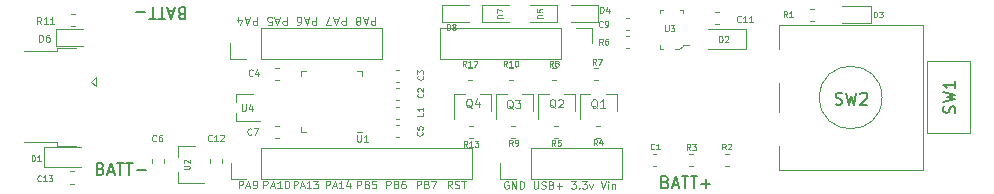
<source format=gto>
G04 #@! TF.GenerationSoftware,KiCad,Pcbnew,(5.1.5-0-10_14)*
G04 #@! TF.CreationDate,2019-12-31T15:25:18-08:00*
G04 #@! TF.ProjectId,14500,31343530-302e-46b6-9963-61645f706362,rev?*
G04 #@! TF.SameCoordinates,Original*
G04 #@! TF.FileFunction,Legend,Top*
G04 #@! TF.FilePolarity,Positive*
%FSLAX46Y46*%
G04 Gerber Fmt 4.6, Leading zero omitted, Abs format (unit mm)*
G04 Created by KiCad (PCBNEW (5.1.5-0-10_14)) date 2019-12-31 15:25:18*
%MOMM*%
%LPD*%
G04 APERTURE LIST*
%ADD10C,0.200000*%
%ADD11C,0.100000*%
%ADD12C,0.120000*%
%ADD13C,0.150000*%
%ADD14C,2.901600*%
%ADD15R,1.190000X0.740000*%
%ADD16R,0.801600X0.551600*%
%ADD17O,1.801600X1.801600*%
%ADD18R,1.801600X1.801600*%
%ADD19R,1.001600X0.901600*%
%ADD20R,2.601600X4.501600*%
%ADD21O,1.801600X1.451600*%
%ADD22O,1.601600X1.201600*%
%ADD23R,1.751600X0.501600*%
%ADD24R,1.601600X2.101600*%
%ADD25C,2.501600*%
%ADD26R,1.701600X2.281600*%
%ADD27R,1.101600X1.101600*%
%ADD28R,0.901600X1.001600*%
G04 APERTURE END LIST*
D10*
X112536904Y-107178571D02*
X112679761Y-107226190D01*
X112727380Y-107273809D01*
X112775000Y-107369047D01*
X112775000Y-107511904D01*
X112727380Y-107607142D01*
X112679761Y-107654761D01*
X112584523Y-107702380D01*
X112203571Y-107702380D01*
X112203571Y-106702380D01*
X112536904Y-106702380D01*
X112632142Y-106750000D01*
X112679761Y-106797619D01*
X112727380Y-106892857D01*
X112727380Y-106988095D01*
X112679761Y-107083333D01*
X112632142Y-107130952D01*
X112536904Y-107178571D01*
X112203571Y-107178571D01*
X113155952Y-107416666D02*
X113632142Y-107416666D01*
X113060714Y-107702380D02*
X113394047Y-106702380D01*
X113727380Y-107702380D01*
X113917857Y-106702380D02*
X114489285Y-106702380D01*
X114203571Y-107702380D02*
X114203571Y-106702380D01*
X114679761Y-106702380D02*
X115251190Y-106702380D01*
X114965476Y-107702380D02*
X114965476Y-106702380D01*
X115584523Y-107321428D02*
X116346428Y-107321428D01*
X115965476Y-107702380D02*
X115965476Y-106940476D01*
D11*
X94464047Y-107719047D02*
X94247380Y-107409523D01*
X94092619Y-107719047D02*
X94092619Y-107069047D01*
X94340238Y-107069047D01*
X94402142Y-107100000D01*
X94433095Y-107130952D01*
X94464047Y-107192857D01*
X94464047Y-107285714D01*
X94433095Y-107347619D01*
X94402142Y-107378571D01*
X94340238Y-107409523D01*
X94092619Y-107409523D01*
X94711666Y-107688095D02*
X94804523Y-107719047D01*
X94959285Y-107719047D01*
X95021190Y-107688095D01*
X95052142Y-107657142D01*
X95083095Y-107595238D01*
X95083095Y-107533333D01*
X95052142Y-107471428D01*
X95021190Y-107440476D01*
X94959285Y-107409523D01*
X94835476Y-107378571D01*
X94773571Y-107347619D01*
X94742619Y-107316666D01*
X94711666Y-107254761D01*
X94711666Y-107192857D01*
X94742619Y-107130952D01*
X94773571Y-107100000D01*
X94835476Y-107069047D01*
X94990238Y-107069047D01*
X95083095Y-107100000D01*
X95268809Y-107069047D02*
X95640238Y-107069047D01*
X95454523Y-107719047D02*
X95454523Y-107069047D01*
X91465238Y-107719047D02*
X91465238Y-107069047D01*
X91712857Y-107069047D01*
X91774761Y-107100000D01*
X91805714Y-107130952D01*
X91836666Y-107192857D01*
X91836666Y-107285714D01*
X91805714Y-107347619D01*
X91774761Y-107378571D01*
X91712857Y-107409523D01*
X91465238Y-107409523D01*
X92331904Y-107378571D02*
X92424761Y-107409523D01*
X92455714Y-107440476D01*
X92486666Y-107502380D01*
X92486666Y-107595238D01*
X92455714Y-107657142D01*
X92424761Y-107688095D01*
X92362857Y-107719047D01*
X92115238Y-107719047D01*
X92115238Y-107069047D01*
X92331904Y-107069047D01*
X92393809Y-107100000D01*
X92424761Y-107130952D01*
X92455714Y-107192857D01*
X92455714Y-107254761D01*
X92424761Y-107316666D01*
X92393809Y-107347619D01*
X92331904Y-107378571D01*
X92115238Y-107378571D01*
X92703333Y-107069047D02*
X93136666Y-107069047D01*
X92858095Y-107719047D01*
X88915238Y-107719047D02*
X88915238Y-107069047D01*
X89162857Y-107069047D01*
X89224761Y-107100000D01*
X89255714Y-107130952D01*
X89286666Y-107192857D01*
X89286666Y-107285714D01*
X89255714Y-107347619D01*
X89224761Y-107378571D01*
X89162857Y-107409523D01*
X88915238Y-107409523D01*
X89781904Y-107378571D02*
X89874761Y-107409523D01*
X89905714Y-107440476D01*
X89936666Y-107502380D01*
X89936666Y-107595238D01*
X89905714Y-107657142D01*
X89874761Y-107688095D01*
X89812857Y-107719047D01*
X89565238Y-107719047D01*
X89565238Y-107069047D01*
X89781904Y-107069047D01*
X89843809Y-107100000D01*
X89874761Y-107130952D01*
X89905714Y-107192857D01*
X89905714Y-107254761D01*
X89874761Y-107316666D01*
X89843809Y-107347619D01*
X89781904Y-107378571D01*
X89565238Y-107378571D01*
X90493809Y-107069047D02*
X90370000Y-107069047D01*
X90308095Y-107100000D01*
X90277142Y-107130952D01*
X90215238Y-107223809D01*
X90184285Y-107347619D01*
X90184285Y-107595238D01*
X90215238Y-107657142D01*
X90246190Y-107688095D01*
X90308095Y-107719047D01*
X90431904Y-107719047D01*
X90493809Y-107688095D01*
X90524761Y-107657142D01*
X90555714Y-107595238D01*
X90555714Y-107440476D01*
X90524761Y-107378571D01*
X90493809Y-107347619D01*
X90431904Y-107316666D01*
X90308095Y-107316666D01*
X90246190Y-107347619D01*
X90215238Y-107378571D01*
X90184285Y-107440476D01*
X86415238Y-107719047D02*
X86415238Y-107069047D01*
X86662857Y-107069047D01*
X86724761Y-107100000D01*
X86755714Y-107130952D01*
X86786666Y-107192857D01*
X86786666Y-107285714D01*
X86755714Y-107347619D01*
X86724761Y-107378571D01*
X86662857Y-107409523D01*
X86415238Y-107409523D01*
X87281904Y-107378571D02*
X87374761Y-107409523D01*
X87405714Y-107440476D01*
X87436666Y-107502380D01*
X87436666Y-107595238D01*
X87405714Y-107657142D01*
X87374761Y-107688095D01*
X87312857Y-107719047D01*
X87065238Y-107719047D01*
X87065238Y-107069047D01*
X87281904Y-107069047D01*
X87343809Y-107100000D01*
X87374761Y-107130952D01*
X87405714Y-107192857D01*
X87405714Y-107254761D01*
X87374761Y-107316666D01*
X87343809Y-107347619D01*
X87281904Y-107378571D01*
X87065238Y-107378571D01*
X88024761Y-107069047D02*
X87715238Y-107069047D01*
X87684285Y-107378571D01*
X87715238Y-107347619D01*
X87777142Y-107316666D01*
X87931904Y-107316666D01*
X87993809Y-107347619D01*
X88024761Y-107378571D01*
X88055714Y-107440476D01*
X88055714Y-107595238D01*
X88024761Y-107657142D01*
X87993809Y-107688095D01*
X87931904Y-107719047D01*
X87777142Y-107719047D01*
X87715238Y-107688095D01*
X87684285Y-107657142D01*
X83801428Y-107719047D02*
X83801428Y-107069047D01*
X84037619Y-107069047D01*
X84096666Y-107100000D01*
X84126190Y-107130952D01*
X84155714Y-107192857D01*
X84155714Y-107285714D01*
X84126190Y-107347619D01*
X84096666Y-107378571D01*
X84037619Y-107409523D01*
X83801428Y-107409523D01*
X84391904Y-107533333D02*
X84687142Y-107533333D01*
X84332857Y-107719047D02*
X84539523Y-107069047D01*
X84746190Y-107719047D01*
X85277619Y-107719047D02*
X84923333Y-107719047D01*
X85100476Y-107719047D02*
X85100476Y-107069047D01*
X85041428Y-107161904D01*
X84982380Y-107223809D01*
X84923333Y-107254761D01*
X85809047Y-107285714D02*
X85809047Y-107719047D01*
X85661428Y-107038095D02*
X85513809Y-107502380D01*
X85897619Y-107502380D01*
X81051428Y-107719047D02*
X81051428Y-107069047D01*
X81287619Y-107069047D01*
X81346666Y-107100000D01*
X81376190Y-107130952D01*
X81405714Y-107192857D01*
X81405714Y-107285714D01*
X81376190Y-107347619D01*
X81346666Y-107378571D01*
X81287619Y-107409523D01*
X81051428Y-107409523D01*
X81641904Y-107533333D02*
X81937142Y-107533333D01*
X81582857Y-107719047D02*
X81789523Y-107069047D01*
X81996190Y-107719047D01*
X82527619Y-107719047D02*
X82173333Y-107719047D01*
X82350476Y-107719047D02*
X82350476Y-107069047D01*
X82291428Y-107161904D01*
X82232380Y-107223809D01*
X82173333Y-107254761D01*
X82734285Y-107069047D02*
X83118095Y-107069047D01*
X82911428Y-107316666D01*
X83000000Y-107316666D01*
X83059047Y-107347619D01*
X83088571Y-107378571D01*
X83118095Y-107440476D01*
X83118095Y-107595238D01*
X83088571Y-107657142D01*
X83059047Y-107688095D01*
X83000000Y-107719047D01*
X82822857Y-107719047D01*
X82763809Y-107688095D01*
X82734285Y-107657142D01*
X78502142Y-107719047D02*
X78502142Y-107069047D01*
X78749761Y-107069047D01*
X78811666Y-107100000D01*
X78842619Y-107130952D01*
X78873571Y-107192857D01*
X78873571Y-107285714D01*
X78842619Y-107347619D01*
X78811666Y-107378571D01*
X78749761Y-107409523D01*
X78502142Y-107409523D01*
X79121190Y-107533333D02*
X79430714Y-107533333D01*
X79059285Y-107719047D02*
X79275952Y-107069047D01*
X79492619Y-107719047D01*
X80049761Y-107719047D02*
X79678333Y-107719047D01*
X79864047Y-107719047D02*
X79864047Y-107069047D01*
X79802142Y-107161904D01*
X79740238Y-107223809D01*
X79678333Y-107254761D01*
X80452142Y-107069047D02*
X80514047Y-107069047D01*
X80575952Y-107100000D01*
X80606904Y-107130952D01*
X80637857Y-107192857D01*
X80668809Y-107316666D01*
X80668809Y-107471428D01*
X80637857Y-107595238D01*
X80606904Y-107657142D01*
X80575952Y-107688095D01*
X80514047Y-107719047D01*
X80452142Y-107719047D01*
X80390238Y-107688095D01*
X80359285Y-107657142D01*
X80328333Y-107595238D01*
X80297380Y-107471428D01*
X80297380Y-107316666D01*
X80328333Y-107192857D01*
X80359285Y-107130952D01*
X80390238Y-107100000D01*
X80452142Y-107069047D01*
D10*
X71563095Y-92921428D02*
X71420238Y-92873809D01*
X71372619Y-92826190D01*
X71325000Y-92730952D01*
X71325000Y-92588095D01*
X71372619Y-92492857D01*
X71420238Y-92445238D01*
X71515476Y-92397619D01*
X71896428Y-92397619D01*
X71896428Y-93397619D01*
X71563095Y-93397619D01*
X71467857Y-93350000D01*
X71420238Y-93302380D01*
X71372619Y-93207142D01*
X71372619Y-93111904D01*
X71420238Y-93016666D01*
X71467857Y-92969047D01*
X71563095Y-92921428D01*
X71896428Y-92921428D01*
X70944047Y-92683333D02*
X70467857Y-92683333D01*
X71039285Y-92397619D02*
X70705952Y-93397619D01*
X70372619Y-92397619D01*
X70182142Y-93397619D02*
X69610714Y-93397619D01*
X69896428Y-92397619D02*
X69896428Y-93397619D01*
X69420238Y-93397619D02*
X68848809Y-93397619D01*
X69134523Y-92397619D02*
X69134523Y-93397619D01*
X68515476Y-92778571D02*
X67753571Y-92778571D01*
X64711904Y-106053571D02*
X64854761Y-106101190D01*
X64902380Y-106148809D01*
X64950000Y-106244047D01*
X64950000Y-106386904D01*
X64902380Y-106482142D01*
X64854761Y-106529761D01*
X64759523Y-106577380D01*
X64378571Y-106577380D01*
X64378571Y-105577380D01*
X64711904Y-105577380D01*
X64807142Y-105625000D01*
X64854761Y-105672619D01*
X64902380Y-105767857D01*
X64902380Y-105863095D01*
X64854761Y-105958333D01*
X64807142Y-106005952D01*
X64711904Y-106053571D01*
X64378571Y-106053571D01*
X65330952Y-106291666D02*
X65807142Y-106291666D01*
X65235714Y-106577380D02*
X65569047Y-105577380D01*
X65902380Y-106577380D01*
X66092857Y-105577380D02*
X66664285Y-105577380D01*
X66378571Y-106577380D02*
X66378571Y-105577380D01*
X66854761Y-105577380D02*
X67426190Y-105577380D01*
X67140476Y-106577380D02*
X67140476Y-105577380D01*
X67759523Y-106196428D02*
X68521428Y-106196428D01*
D11*
X99235238Y-107140000D02*
X99173333Y-107110476D01*
X99080476Y-107110476D01*
X98987619Y-107140000D01*
X98925714Y-107199047D01*
X98894761Y-107258095D01*
X98863809Y-107376190D01*
X98863809Y-107464761D01*
X98894761Y-107582857D01*
X98925714Y-107641904D01*
X98987619Y-107700952D01*
X99080476Y-107730476D01*
X99142380Y-107730476D01*
X99235238Y-107700952D01*
X99266190Y-107671428D01*
X99266190Y-107464761D01*
X99142380Y-107464761D01*
X99544761Y-107730476D02*
X99544761Y-107110476D01*
X99916190Y-107730476D01*
X99916190Y-107110476D01*
X100225714Y-107730476D02*
X100225714Y-107110476D01*
X100380476Y-107110476D01*
X100473333Y-107140000D01*
X100535238Y-107199047D01*
X100566190Y-107258095D01*
X100597142Y-107376190D01*
X100597142Y-107464761D01*
X100566190Y-107582857D01*
X100535238Y-107641904D01*
X100473333Y-107700952D01*
X100380476Y-107730476D01*
X100225714Y-107730476D01*
X101370952Y-107110476D02*
X101370952Y-107612380D01*
X101401904Y-107671428D01*
X101432857Y-107700952D01*
X101494761Y-107730476D01*
X101618571Y-107730476D01*
X101680476Y-107700952D01*
X101711428Y-107671428D01*
X101742380Y-107612380D01*
X101742380Y-107110476D01*
X102020952Y-107700952D02*
X102113809Y-107730476D01*
X102268571Y-107730476D01*
X102330476Y-107700952D01*
X102361428Y-107671428D01*
X102392380Y-107612380D01*
X102392380Y-107553333D01*
X102361428Y-107494285D01*
X102330476Y-107464761D01*
X102268571Y-107435238D01*
X102144761Y-107405714D01*
X102082857Y-107376190D01*
X102051904Y-107346666D01*
X102020952Y-107287619D01*
X102020952Y-107228571D01*
X102051904Y-107169523D01*
X102082857Y-107140000D01*
X102144761Y-107110476D01*
X102299523Y-107110476D01*
X102392380Y-107140000D01*
X102887619Y-107405714D02*
X102980476Y-107435238D01*
X103011428Y-107464761D01*
X103042380Y-107523809D01*
X103042380Y-107612380D01*
X103011428Y-107671428D01*
X102980476Y-107700952D01*
X102918571Y-107730476D01*
X102670952Y-107730476D01*
X102670952Y-107110476D01*
X102887619Y-107110476D01*
X102949523Y-107140000D01*
X102980476Y-107169523D01*
X103011428Y-107228571D01*
X103011428Y-107287619D01*
X102980476Y-107346666D01*
X102949523Y-107376190D01*
X102887619Y-107405714D01*
X102670952Y-107405714D01*
X103320952Y-107494285D02*
X103816190Y-107494285D01*
X103568571Y-107730476D02*
X103568571Y-107258095D01*
X104559047Y-107110476D02*
X104961428Y-107110476D01*
X104744761Y-107346666D01*
X104837619Y-107346666D01*
X104899523Y-107376190D01*
X104930476Y-107405714D01*
X104961428Y-107464761D01*
X104961428Y-107612380D01*
X104930476Y-107671428D01*
X104899523Y-107700952D01*
X104837619Y-107730476D01*
X104651904Y-107730476D01*
X104590000Y-107700952D01*
X104559047Y-107671428D01*
X105240000Y-107671428D02*
X105270952Y-107700952D01*
X105240000Y-107730476D01*
X105209047Y-107700952D01*
X105240000Y-107671428D01*
X105240000Y-107730476D01*
X105487619Y-107110476D02*
X105890000Y-107110476D01*
X105673333Y-107346666D01*
X105766190Y-107346666D01*
X105828095Y-107376190D01*
X105859047Y-107405714D01*
X105890000Y-107464761D01*
X105890000Y-107612380D01*
X105859047Y-107671428D01*
X105828095Y-107700952D01*
X105766190Y-107730476D01*
X105580476Y-107730476D01*
X105518571Y-107700952D01*
X105487619Y-107671428D01*
X106106666Y-107317142D02*
X106261428Y-107730476D01*
X106416190Y-107317142D01*
X107066190Y-107110476D02*
X107282857Y-107730476D01*
X107499523Y-107110476D01*
X107716190Y-107730476D02*
X107716190Y-107317142D01*
X107716190Y-107110476D02*
X107685238Y-107140000D01*
X107716190Y-107169523D01*
X107747142Y-107140000D01*
X107716190Y-107110476D01*
X107716190Y-107169523D01*
X108025714Y-107317142D02*
X108025714Y-107730476D01*
X108025714Y-107376190D02*
X108056666Y-107346666D01*
X108118571Y-107317142D01*
X108211428Y-107317142D01*
X108273333Y-107346666D01*
X108304285Y-107405714D01*
X108304285Y-107730476D01*
X87986666Y-93205952D02*
X87986666Y-93855952D01*
X87720000Y-93855952D01*
X87653333Y-93825000D01*
X87620000Y-93794047D01*
X87586666Y-93732142D01*
X87586666Y-93639285D01*
X87620000Y-93577380D01*
X87653333Y-93546428D01*
X87720000Y-93515476D01*
X87986666Y-93515476D01*
X87320000Y-93391666D02*
X86986666Y-93391666D01*
X87386666Y-93205952D02*
X87153333Y-93855952D01*
X86920000Y-93205952D01*
X86586666Y-93577380D02*
X86653333Y-93608333D01*
X86686666Y-93639285D01*
X86720000Y-93701190D01*
X86720000Y-93732142D01*
X86686666Y-93794047D01*
X86653333Y-93825000D01*
X86586666Y-93855952D01*
X86453333Y-93855952D01*
X86386666Y-93825000D01*
X86353333Y-93794047D01*
X86320000Y-93732142D01*
X86320000Y-93701190D01*
X86353333Y-93639285D01*
X86386666Y-93608333D01*
X86453333Y-93577380D01*
X86586666Y-93577380D01*
X86653333Y-93546428D01*
X86686666Y-93515476D01*
X86720000Y-93453571D01*
X86720000Y-93329761D01*
X86686666Y-93267857D01*
X86653333Y-93236904D01*
X86586666Y-93205952D01*
X86453333Y-93205952D01*
X86386666Y-93236904D01*
X86353333Y-93267857D01*
X86320000Y-93329761D01*
X86320000Y-93453571D01*
X86353333Y-93515476D01*
X86386666Y-93546428D01*
X86453333Y-93577380D01*
X85486666Y-93205952D02*
X85486666Y-93855952D01*
X85220000Y-93855952D01*
X85153333Y-93825000D01*
X85120000Y-93794047D01*
X85086666Y-93732142D01*
X85086666Y-93639285D01*
X85120000Y-93577380D01*
X85153333Y-93546428D01*
X85220000Y-93515476D01*
X85486666Y-93515476D01*
X84820000Y-93391666D02*
X84486666Y-93391666D01*
X84886666Y-93205952D02*
X84653333Y-93855952D01*
X84420000Y-93205952D01*
X84253333Y-93855952D02*
X83786666Y-93855952D01*
X84086666Y-93205952D01*
X82986666Y-93205952D02*
X82986666Y-93855952D01*
X82720000Y-93855952D01*
X82653333Y-93825000D01*
X82620000Y-93794047D01*
X82586666Y-93732142D01*
X82586666Y-93639285D01*
X82620000Y-93577380D01*
X82653333Y-93546428D01*
X82720000Y-93515476D01*
X82986666Y-93515476D01*
X82320000Y-93391666D02*
X81986666Y-93391666D01*
X82386666Y-93205952D02*
X82153333Y-93855952D01*
X81920000Y-93205952D01*
X81386666Y-93855952D02*
X81520000Y-93855952D01*
X81586666Y-93825000D01*
X81620000Y-93794047D01*
X81686666Y-93701190D01*
X81720000Y-93577380D01*
X81720000Y-93329761D01*
X81686666Y-93267857D01*
X81653333Y-93236904D01*
X81586666Y-93205952D01*
X81453333Y-93205952D01*
X81386666Y-93236904D01*
X81353333Y-93267857D01*
X81320000Y-93329761D01*
X81320000Y-93484523D01*
X81353333Y-93546428D01*
X81386666Y-93577380D01*
X81453333Y-93608333D01*
X81586666Y-93608333D01*
X81653333Y-93577380D01*
X81686666Y-93546428D01*
X81720000Y-93484523D01*
X80486666Y-93205952D02*
X80486666Y-93855952D01*
X80220000Y-93855952D01*
X80153333Y-93825000D01*
X80120000Y-93794047D01*
X80086666Y-93732142D01*
X80086666Y-93639285D01*
X80120000Y-93577380D01*
X80153333Y-93546428D01*
X80220000Y-93515476D01*
X80486666Y-93515476D01*
X79820000Y-93391666D02*
X79486666Y-93391666D01*
X79886666Y-93205952D02*
X79653333Y-93855952D01*
X79420000Y-93205952D01*
X78853333Y-93855952D02*
X79186666Y-93855952D01*
X79220000Y-93546428D01*
X79186666Y-93577380D01*
X79120000Y-93608333D01*
X78953333Y-93608333D01*
X78886666Y-93577380D01*
X78853333Y-93546428D01*
X78820000Y-93484523D01*
X78820000Y-93329761D01*
X78853333Y-93267857D01*
X78886666Y-93236904D01*
X78953333Y-93205952D01*
X79120000Y-93205952D01*
X79186666Y-93236904D01*
X79220000Y-93267857D01*
X77986666Y-93205952D02*
X77986666Y-93855952D01*
X77720000Y-93855952D01*
X77653333Y-93825000D01*
X77620000Y-93794047D01*
X77586666Y-93732142D01*
X77586666Y-93639285D01*
X77620000Y-93577380D01*
X77653333Y-93546428D01*
X77720000Y-93515476D01*
X77986666Y-93515476D01*
X77320000Y-93391666D02*
X76986666Y-93391666D01*
X77386666Y-93205952D02*
X77153333Y-93855952D01*
X76920000Y-93205952D01*
X76386666Y-93639285D02*
X76386666Y-93205952D01*
X76553333Y-93886904D02*
X76720000Y-93422619D01*
X76286666Y-93422619D01*
X76411666Y-107719047D02*
X76411666Y-107069047D01*
X76659285Y-107069047D01*
X76721190Y-107100000D01*
X76752142Y-107130952D01*
X76783095Y-107192857D01*
X76783095Y-107285714D01*
X76752142Y-107347619D01*
X76721190Y-107378571D01*
X76659285Y-107409523D01*
X76411666Y-107409523D01*
X77030714Y-107533333D02*
X77340238Y-107533333D01*
X76968809Y-107719047D02*
X77185476Y-107069047D01*
X77402142Y-107719047D01*
X77649761Y-107719047D02*
X77773571Y-107719047D01*
X77835476Y-107688095D01*
X77866428Y-107657142D01*
X77928333Y-107564285D01*
X77959285Y-107440476D01*
X77959285Y-107192857D01*
X77928333Y-107130952D01*
X77897380Y-107100000D01*
X77835476Y-107069047D01*
X77711666Y-107069047D01*
X77649761Y-107100000D01*
X77618809Y-107130952D01*
X77587857Y-107192857D01*
X77587857Y-107347619D01*
X77618809Y-107409523D01*
X77649761Y-107440476D01*
X77711666Y-107471428D01*
X77835476Y-107471428D01*
X77897380Y-107440476D01*
X77928333Y-107409523D01*
X77959285Y-107347619D01*
X113720000Y-95925000D02*
X113345000Y-95925000D01*
X114045000Y-95600000D02*
X114570000Y-95600000D01*
X114045000Y-95700000D02*
X114045000Y-95600000D01*
X113720000Y-95925000D02*
X114045000Y-95700000D01*
X112045000Y-92625000D02*
X112370000Y-92625000D01*
X112045000Y-92925000D02*
X112045000Y-92625000D01*
X114045000Y-92625000D02*
X113745000Y-92625000D01*
X114045000Y-92950000D02*
X114045000Y-92625000D01*
X112045000Y-95925000D02*
X112345000Y-95925000D01*
X112045000Y-95600000D02*
X112045000Y-95925000D01*
D12*
X86405000Y-102985000D02*
X86880000Y-102985000D01*
X81660000Y-97765000D02*
X81660000Y-98240000D01*
X82135000Y-97765000D02*
X81660000Y-97765000D01*
X86880000Y-97765000D02*
X86880000Y-98240000D01*
X86405000Y-97765000D02*
X86880000Y-97765000D01*
X81660000Y-102985000D02*
X81660000Y-102510000D01*
X82135000Y-102985000D02*
X81660000Y-102985000D01*
X109487779Y-94835000D02*
X109162221Y-94835000D01*
X109487779Y-95855000D02*
X109162221Y-95855000D01*
X60915000Y-95685000D02*
X63200000Y-95685000D01*
X60915000Y-94215000D02*
X60915000Y-95685000D01*
X63200000Y-94215000D02*
X60915000Y-94215000D01*
X62237221Y-93985000D02*
X62562779Y-93985000D01*
X62237221Y-92965000D02*
X62562779Y-92965000D01*
X116737221Y-93810000D02*
X117062779Y-93810000D01*
X116737221Y-92790000D02*
X117062779Y-92790000D01*
X109487779Y-94330000D02*
X109162221Y-94330000D01*
X109487779Y-93310000D02*
X109162221Y-93310000D01*
X76195000Y-100375000D02*
X76195000Y-99715000D01*
X76195000Y-102035000D02*
X76195000Y-101375000D01*
X76195000Y-102035000D02*
X78225000Y-102035000D01*
X77605000Y-99715000D02*
X76195000Y-99715000D01*
X62487779Y-106290000D02*
X62162221Y-106290000D01*
X62487779Y-107310000D02*
X62162221Y-107310000D01*
X73990000Y-105262221D02*
X73990000Y-105587779D01*
X75010000Y-105262221D02*
X75010000Y-105587779D01*
X70060000Y-105582779D02*
X70060000Y-105257221D01*
X69040000Y-105582779D02*
X69040000Y-105257221D01*
X75720000Y-106940000D02*
X75720000Y-105610000D01*
X77050000Y-106940000D02*
X75720000Y-106940000D01*
X78320000Y-106940000D02*
X78320000Y-104280000D01*
X78320000Y-104280000D02*
X96160000Y-104280000D01*
X78320000Y-106940000D02*
X96160000Y-106940000D01*
X96160000Y-106940000D02*
X96160000Y-104280000D01*
X108850000Y-106940000D02*
X108850000Y-104280000D01*
X101170000Y-106940000D02*
X108850000Y-106940000D01*
X101170000Y-104280000D02*
X108850000Y-104280000D01*
X101170000Y-106940000D02*
X101170000Y-104280000D01*
X99900000Y-106940000D02*
X98570000Y-106940000D01*
X98570000Y-106940000D02*
X98570000Y-105610000D01*
X79812779Y-98510000D02*
X79487221Y-98510000D01*
X79812779Y-97490000D02*
X79487221Y-97490000D01*
X79812779Y-102415000D02*
X79487221Y-102415000D01*
X79812779Y-103435000D02*
X79487221Y-103435000D01*
X71280000Y-104115000D02*
X71280000Y-105045000D01*
X71280000Y-107275000D02*
X71280000Y-106345000D01*
X71280000Y-107275000D02*
X73440000Y-107275000D01*
X71280000Y-104115000D02*
X72740000Y-104115000D01*
X63865000Y-98675000D02*
X64315000Y-98275000D01*
X64315000Y-98275000D02*
X64315000Y-99075000D01*
X64315000Y-99075000D02*
X63865000Y-98675000D01*
X58265000Y-103825000D02*
X61065000Y-103825000D01*
X61065000Y-103825000D02*
X61065000Y-104125000D01*
X61065000Y-104125000D02*
X62615000Y-104125000D01*
X58265000Y-96125000D02*
X61065000Y-96125000D01*
X61065000Y-95825000D02*
X61065000Y-96125000D01*
X61065000Y-95825000D02*
X62615000Y-95825000D01*
X122130000Y-98835000D02*
X122130000Y-101215000D01*
X122130000Y-106125000D02*
X122130000Y-104135000D01*
X134330000Y-106125000D02*
X122130000Y-106125000D01*
X134330000Y-93925000D02*
X134330000Y-106125000D01*
X122130000Y-93925000D02*
X134330000Y-93925000D01*
X122130000Y-95915000D02*
X122130000Y-93925000D01*
X130880000Y-100025000D02*
G75*
G03X130880000Y-100025000I-2650000J0D01*
G01*
X134720000Y-96940000D02*
X138340000Y-96940000D01*
X134720000Y-103060000D02*
X134720000Y-96940000D01*
X138340000Y-103060000D02*
X134720000Y-103060000D01*
X138340000Y-96940000D02*
X138340000Y-103060000D01*
X59900000Y-104250000D02*
X63050000Y-104250000D01*
X59900000Y-105950000D02*
X63050000Y-105950000D01*
X59900000Y-104250000D02*
X59900000Y-105950000D01*
X119325000Y-95925000D02*
X116175000Y-95925000D01*
X119325000Y-94225000D02*
X116175000Y-94225000D01*
X119325000Y-95925000D02*
X119325000Y-94225000D01*
X95905000Y-92180000D02*
X93620000Y-92180000D01*
X93620000Y-92180000D02*
X93620000Y-93650000D01*
X93620000Y-93650000D02*
X95905000Y-93650000D01*
X97020000Y-93650000D02*
X99305000Y-93650000D01*
X97020000Y-92180000D02*
X97020000Y-93650000D01*
X99305000Y-92180000D02*
X97020000Y-92180000D01*
X101105000Y-93650000D02*
X103390000Y-93650000D01*
X103390000Y-93650000D02*
X103390000Y-92180000D01*
X103390000Y-92180000D02*
X101105000Y-92180000D01*
X104545000Y-93650000D02*
X106830000Y-93650000D01*
X106830000Y-93650000D02*
X106830000Y-92180000D01*
X106830000Y-92180000D02*
X104545000Y-92180000D01*
X89687221Y-101815000D02*
X90012779Y-101815000D01*
X89687221Y-100795000D02*
X90012779Y-100795000D01*
X125112779Y-92515000D02*
X124787221Y-92515000D01*
X125112779Y-93535000D02*
X124787221Y-93535000D01*
X117557221Y-104815000D02*
X117882779Y-104815000D01*
X117557221Y-105835000D02*
X117882779Y-105835000D01*
X114832779Y-104815000D02*
X114507221Y-104815000D01*
X114832779Y-105835000D02*
X114507221Y-105835000D01*
X106657221Y-103460000D02*
X106982779Y-103460000D01*
X106657221Y-102440000D02*
X106982779Y-102440000D01*
X103132221Y-103460000D02*
X103457779Y-103460000D01*
X103132221Y-102440000D02*
X103457779Y-102440000D01*
X106832779Y-97490000D02*
X106507221Y-97490000D01*
X106832779Y-98510000D02*
X106507221Y-98510000D01*
X103232779Y-97490000D02*
X102907221Y-97490000D01*
X103232779Y-98510000D02*
X102907221Y-98510000D01*
X99482221Y-103460000D02*
X99807779Y-103460000D01*
X99482221Y-102440000D02*
X99807779Y-102440000D01*
X99307221Y-98510000D02*
X99632779Y-98510000D01*
X99307221Y-97490000D02*
X99632779Y-97490000D01*
X95832221Y-98510000D02*
X96157779Y-98510000D01*
X95832221Y-97490000D02*
X96157779Y-97490000D01*
X95932221Y-103460000D02*
X96257779Y-103460000D01*
X95932221Y-102440000D02*
X96257779Y-102440000D01*
X111782779Y-105835000D02*
X111457221Y-105835000D01*
X111782779Y-104815000D02*
X111457221Y-104815000D01*
X89687221Y-100265000D02*
X90012779Y-100265000D01*
X89687221Y-99245000D02*
X90012779Y-99245000D01*
X89687221Y-98710000D02*
X90012779Y-98710000D01*
X89687221Y-97690000D02*
X90012779Y-97690000D01*
X89687221Y-102370000D02*
X90012779Y-102370000D01*
X89687221Y-103390000D02*
X90012779Y-103390000D01*
X108425000Y-99710000D02*
X108425000Y-101170000D01*
X105265000Y-99710000D02*
X105265000Y-101870000D01*
X105265000Y-99710000D02*
X106195000Y-99710000D01*
X108425000Y-99710000D02*
X107495000Y-99710000D01*
X101325000Y-99715000D02*
X101325000Y-101175000D01*
X98165000Y-99715000D02*
X98165000Y-101875000D01*
X98165000Y-99715000D02*
X99095000Y-99715000D01*
X101325000Y-99715000D02*
X100395000Y-99715000D01*
X97800000Y-99715000D02*
X97800000Y-101175000D01*
X94640000Y-99715000D02*
X94640000Y-101875000D01*
X94640000Y-99715000D02*
X95570000Y-99715000D01*
X97800000Y-99715000D02*
X96870000Y-99715000D01*
X129985000Y-92315000D02*
X127500000Y-92315000D01*
X129985000Y-93685000D02*
X129985000Y-92315000D01*
X127500000Y-93685000D02*
X129985000Y-93685000D01*
X104875000Y-99715000D02*
X103945000Y-99715000D01*
X101715000Y-99715000D02*
X102645000Y-99715000D01*
X101715000Y-99715000D02*
X101715000Y-101875000D01*
X104875000Y-99715000D02*
X104875000Y-101175000D01*
X93480000Y-94120000D02*
X93480000Y-96780000D01*
X103700000Y-94120000D02*
X93480000Y-94120000D01*
X103700000Y-96780000D02*
X93480000Y-96780000D01*
X103700000Y-94120000D02*
X103700000Y-96780000D01*
X104970000Y-94120000D02*
X106300000Y-94120000D01*
X106300000Y-94120000D02*
X106300000Y-95450000D01*
X88520000Y-96780000D02*
X88520000Y-94120000D01*
X78300000Y-96780000D02*
X88520000Y-96780000D01*
X78300000Y-94120000D02*
X88520000Y-94120000D01*
X78300000Y-96780000D02*
X78300000Y-94120000D01*
X77030000Y-96780000D02*
X75700000Y-96780000D01*
X75700000Y-96780000D02*
X75700000Y-95450000D01*
D11*
X112514047Y-93926190D02*
X112514047Y-94330952D01*
X112537857Y-94378571D01*
X112561666Y-94402380D01*
X112609285Y-94426190D01*
X112704523Y-94426190D01*
X112752142Y-94402380D01*
X112775952Y-94378571D01*
X112799761Y-94330952D01*
X112799761Y-93926190D01*
X112990238Y-93926190D02*
X113299761Y-93926190D01*
X113133095Y-94116666D01*
X113204523Y-94116666D01*
X113252142Y-94140476D01*
X113275952Y-94164285D01*
X113299761Y-94211904D01*
X113299761Y-94330952D01*
X113275952Y-94378571D01*
X113252142Y-94402380D01*
X113204523Y-94426190D01*
X113061666Y-94426190D01*
X113014047Y-94402380D01*
X112990238Y-94378571D01*
X86412857Y-103171428D02*
X86412857Y-103657142D01*
X86441428Y-103714285D01*
X86470000Y-103742857D01*
X86527142Y-103771428D01*
X86641428Y-103771428D01*
X86698571Y-103742857D01*
X86727142Y-103714285D01*
X86755714Y-103657142D01*
X86755714Y-103171428D01*
X87355714Y-103771428D02*
X87012857Y-103771428D01*
X87184285Y-103771428D02*
X87184285Y-103171428D01*
X87127142Y-103257142D01*
X87070000Y-103314285D01*
X87012857Y-103342857D01*
X107241666Y-95551190D02*
X107075000Y-95313095D01*
X106955952Y-95551190D02*
X106955952Y-95051190D01*
X107146428Y-95051190D01*
X107194047Y-95075000D01*
X107217857Y-95098809D01*
X107241666Y-95146428D01*
X107241666Y-95217857D01*
X107217857Y-95265476D01*
X107194047Y-95289285D01*
X107146428Y-95313095D01*
X106955952Y-95313095D01*
X107670238Y-95051190D02*
X107575000Y-95051190D01*
X107527380Y-95075000D01*
X107503571Y-95098809D01*
X107455952Y-95170238D01*
X107432142Y-95265476D01*
X107432142Y-95455952D01*
X107455952Y-95503571D01*
X107479761Y-95527380D01*
X107527380Y-95551190D01*
X107622619Y-95551190D01*
X107670238Y-95527380D01*
X107694047Y-95503571D01*
X107717857Y-95455952D01*
X107717857Y-95336904D01*
X107694047Y-95289285D01*
X107670238Y-95265476D01*
X107622619Y-95241666D01*
X107527380Y-95241666D01*
X107479761Y-95265476D01*
X107455952Y-95289285D01*
X107432142Y-95336904D01*
X59507142Y-95296428D02*
X59507142Y-94696428D01*
X59650000Y-94696428D01*
X59735714Y-94725000D01*
X59792857Y-94782142D01*
X59821428Y-94839285D01*
X59850000Y-94953571D01*
X59850000Y-95039285D01*
X59821428Y-95153571D01*
X59792857Y-95210714D01*
X59735714Y-95267857D01*
X59650000Y-95296428D01*
X59507142Y-95296428D01*
X60364285Y-94696428D02*
X60250000Y-94696428D01*
X60192857Y-94725000D01*
X60164285Y-94753571D01*
X60107142Y-94839285D01*
X60078571Y-94953571D01*
X60078571Y-95182142D01*
X60107142Y-95239285D01*
X60135714Y-95267857D01*
X60192857Y-95296428D01*
X60307142Y-95296428D01*
X60364285Y-95267857D01*
X60392857Y-95239285D01*
X60421428Y-95182142D01*
X60421428Y-95039285D01*
X60392857Y-94982142D01*
X60364285Y-94953571D01*
X60307142Y-94925000D01*
X60192857Y-94925000D01*
X60135714Y-94953571D01*
X60107142Y-94982142D01*
X60078571Y-95039285D01*
X59664285Y-93821428D02*
X59464285Y-93535714D01*
X59321428Y-93821428D02*
X59321428Y-93221428D01*
X59550000Y-93221428D01*
X59607142Y-93250000D01*
X59635714Y-93278571D01*
X59664285Y-93335714D01*
X59664285Y-93421428D01*
X59635714Y-93478571D01*
X59607142Y-93507142D01*
X59550000Y-93535714D01*
X59321428Y-93535714D01*
X60235714Y-93821428D02*
X59892857Y-93821428D01*
X60064285Y-93821428D02*
X60064285Y-93221428D01*
X60007142Y-93307142D01*
X59950000Y-93364285D01*
X59892857Y-93392857D01*
X60807142Y-93821428D02*
X60464285Y-93821428D01*
X60635714Y-93821428D02*
X60635714Y-93221428D01*
X60578571Y-93307142D01*
X60521428Y-93364285D01*
X60464285Y-93392857D01*
X118921428Y-93596428D02*
X118895238Y-93622619D01*
X118816666Y-93648809D01*
X118764285Y-93648809D01*
X118685714Y-93622619D01*
X118633333Y-93570238D01*
X118607142Y-93517857D01*
X118580952Y-93413095D01*
X118580952Y-93334523D01*
X118607142Y-93229761D01*
X118633333Y-93177380D01*
X118685714Y-93125000D01*
X118764285Y-93098809D01*
X118816666Y-93098809D01*
X118895238Y-93125000D01*
X118921428Y-93151190D01*
X119445238Y-93648809D02*
X119130952Y-93648809D01*
X119288095Y-93648809D02*
X119288095Y-93098809D01*
X119235714Y-93177380D01*
X119183333Y-93229761D01*
X119130952Y-93255952D01*
X119969047Y-93648809D02*
X119654761Y-93648809D01*
X119811904Y-93648809D02*
X119811904Y-93098809D01*
X119759523Y-93177380D01*
X119707142Y-93229761D01*
X119654761Y-93255952D01*
X107216666Y-94003571D02*
X107192857Y-94027380D01*
X107121428Y-94051190D01*
X107073809Y-94051190D01*
X107002380Y-94027380D01*
X106954761Y-93979761D01*
X106930952Y-93932142D01*
X106907142Y-93836904D01*
X106907142Y-93765476D01*
X106930952Y-93670238D01*
X106954761Y-93622619D01*
X107002380Y-93575000D01*
X107073809Y-93551190D01*
X107121428Y-93551190D01*
X107192857Y-93575000D01*
X107216666Y-93598809D01*
X107454761Y-94051190D02*
X107550000Y-94051190D01*
X107597619Y-94027380D01*
X107621428Y-94003571D01*
X107669047Y-93932142D01*
X107692857Y-93836904D01*
X107692857Y-93646428D01*
X107669047Y-93598809D01*
X107645238Y-93575000D01*
X107597619Y-93551190D01*
X107502380Y-93551190D01*
X107454761Y-93575000D01*
X107430952Y-93598809D01*
X107407142Y-93646428D01*
X107407142Y-93765476D01*
X107430952Y-93813095D01*
X107454761Y-93836904D01*
X107502380Y-93860714D01*
X107597619Y-93860714D01*
X107645238Y-93836904D01*
X107669047Y-93813095D01*
X107692857Y-93765476D01*
X76647857Y-100571428D02*
X76647857Y-101057142D01*
X76676428Y-101114285D01*
X76705000Y-101142857D01*
X76762142Y-101171428D01*
X76876428Y-101171428D01*
X76933571Y-101142857D01*
X76962142Y-101114285D01*
X76990714Y-101057142D01*
X76990714Y-100571428D01*
X77533571Y-100771428D02*
X77533571Y-101171428D01*
X77390714Y-100542857D02*
X77247857Y-100971428D01*
X77619285Y-100971428D01*
X59678571Y-107078571D02*
X59654761Y-107102380D01*
X59583333Y-107126190D01*
X59535714Y-107126190D01*
X59464285Y-107102380D01*
X59416666Y-107054761D01*
X59392857Y-107007142D01*
X59369047Y-106911904D01*
X59369047Y-106840476D01*
X59392857Y-106745238D01*
X59416666Y-106697619D01*
X59464285Y-106650000D01*
X59535714Y-106626190D01*
X59583333Y-106626190D01*
X59654761Y-106650000D01*
X59678571Y-106673809D01*
X60154761Y-107126190D02*
X59869047Y-107126190D01*
X60011904Y-107126190D02*
X60011904Y-106626190D01*
X59964285Y-106697619D01*
X59916666Y-106745238D01*
X59869047Y-106769047D01*
X60321428Y-106626190D02*
X60630952Y-106626190D01*
X60464285Y-106816666D01*
X60535714Y-106816666D01*
X60583333Y-106840476D01*
X60607142Y-106864285D01*
X60630952Y-106911904D01*
X60630952Y-107030952D01*
X60607142Y-107078571D01*
X60583333Y-107102380D01*
X60535714Y-107126190D01*
X60392857Y-107126190D01*
X60345238Y-107102380D01*
X60321428Y-107078571D01*
X74121428Y-103671428D02*
X74095238Y-103697619D01*
X74016666Y-103723809D01*
X73964285Y-103723809D01*
X73885714Y-103697619D01*
X73833333Y-103645238D01*
X73807142Y-103592857D01*
X73780952Y-103488095D01*
X73780952Y-103409523D01*
X73807142Y-103304761D01*
X73833333Y-103252380D01*
X73885714Y-103200000D01*
X73964285Y-103173809D01*
X74016666Y-103173809D01*
X74095238Y-103200000D01*
X74121428Y-103226190D01*
X74645238Y-103723809D02*
X74330952Y-103723809D01*
X74488095Y-103723809D02*
X74488095Y-103173809D01*
X74435714Y-103252380D01*
X74383333Y-103304761D01*
X74330952Y-103330952D01*
X74854761Y-103226190D02*
X74880952Y-103200000D01*
X74933333Y-103173809D01*
X75064285Y-103173809D01*
X75116666Y-103200000D01*
X75142857Y-103226190D01*
X75169047Y-103278571D01*
X75169047Y-103330952D01*
X75142857Y-103409523D01*
X74828571Y-103723809D01*
X75169047Y-103723809D01*
X69413333Y-103696428D02*
X69387142Y-103722619D01*
X69308571Y-103748809D01*
X69256190Y-103748809D01*
X69177619Y-103722619D01*
X69125238Y-103670238D01*
X69099047Y-103617857D01*
X69072857Y-103513095D01*
X69072857Y-103434523D01*
X69099047Y-103329761D01*
X69125238Y-103277380D01*
X69177619Y-103225000D01*
X69256190Y-103198809D01*
X69308571Y-103198809D01*
X69387142Y-103225000D01*
X69413333Y-103251190D01*
X69884761Y-103198809D02*
X69780000Y-103198809D01*
X69727619Y-103225000D01*
X69701428Y-103251190D01*
X69649047Y-103329761D01*
X69622857Y-103434523D01*
X69622857Y-103644047D01*
X69649047Y-103696428D01*
X69675238Y-103722619D01*
X69727619Y-103748809D01*
X69832380Y-103748809D01*
X69884761Y-103722619D01*
X69910952Y-103696428D01*
X69937142Y-103644047D01*
X69937142Y-103513095D01*
X69910952Y-103460714D01*
X69884761Y-103434523D01*
X69832380Y-103408333D01*
X69727619Y-103408333D01*
X69675238Y-103434523D01*
X69649047Y-103460714D01*
X69622857Y-103513095D01*
X77583333Y-98146428D02*
X77557142Y-98172619D01*
X77478571Y-98198809D01*
X77426190Y-98198809D01*
X77347619Y-98172619D01*
X77295238Y-98120238D01*
X77269047Y-98067857D01*
X77242857Y-97963095D01*
X77242857Y-97884523D01*
X77269047Y-97779761D01*
X77295238Y-97727380D01*
X77347619Y-97675000D01*
X77426190Y-97648809D01*
X77478571Y-97648809D01*
X77557142Y-97675000D01*
X77583333Y-97701190D01*
X78054761Y-97832142D02*
X78054761Y-98198809D01*
X77923809Y-97622619D02*
X77792857Y-98015476D01*
X78133333Y-98015476D01*
X77483333Y-103146428D02*
X77457142Y-103172619D01*
X77378571Y-103198809D01*
X77326190Y-103198809D01*
X77247619Y-103172619D01*
X77195238Y-103120238D01*
X77169047Y-103067857D01*
X77142857Y-102963095D01*
X77142857Y-102884523D01*
X77169047Y-102779761D01*
X77195238Y-102727380D01*
X77247619Y-102675000D01*
X77326190Y-102648809D01*
X77378571Y-102648809D01*
X77457142Y-102675000D01*
X77483333Y-102701190D01*
X77666666Y-102648809D02*
X78033333Y-102648809D01*
X77797619Y-103198809D01*
X71766190Y-106075952D02*
X72170952Y-106075952D01*
X72218571Y-106052142D01*
X72242380Y-106028333D01*
X72266190Y-105980714D01*
X72266190Y-105885476D01*
X72242380Y-105837857D01*
X72218571Y-105814047D01*
X72170952Y-105790238D01*
X71766190Y-105790238D01*
X71813809Y-105575952D02*
X71790000Y-105552142D01*
X71766190Y-105504523D01*
X71766190Y-105385476D01*
X71790000Y-105337857D01*
X71813809Y-105314047D01*
X71861428Y-105290238D01*
X71909047Y-105290238D01*
X71980476Y-105314047D01*
X72266190Y-105599761D01*
X72266190Y-105290238D01*
D13*
X126946666Y-100579761D02*
X127089523Y-100627380D01*
X127327619Y-100627380D01*
X127422857Y-100579761D01*
X127470476Y-100532142D01*
X127518095Y-100436904D01*
X127518095Y-100341666D01*
X127470476Y-100246428D01*
X127422857Y-100198809D01*
X127327619Y-100151190D01*
X127137142Y-100103571D01*
X127041904Y-100055952D01*
X126994285Y-100008333D01*
X126946666Y-99913095D01*
X126946666Y-99817857D01*
X126994285Y-99722619D01*
X127041904Y-99675000D01*
X127137142Y-99627380D01*
X127375238Y-99627380D01*
X127518095Y-99675000D01*
X127851428Y-99627380D02*
X128089523Y-100627380D01*
X128280000Y-99913095D01*
X128470476Y-100627380D01*
X128708571Y-99627380D01*
X129041904Y-99722619D02*
X129089523Y-99675000D01*
X129184761Y-99627380D01*
X129422857Y-99627380D01*
X129518095Y-99675000D01*
X129565714Y-99722619D01*
X129613333Y-99817857D01*
X129613333Y-99913095D01*
X129565714Y-100055952D01*
X128994285Y-100627380D01*
X129613333Y-100627380D01*
X137034761Y-101333333D02*
X137082380Y-101190476D01*
X137082380Y-100952380D01*
X137034761Y-100857142D01*
X136987142Y-100809523D01*
X136891904Y-100761904D01*
X136796666Y-100761904D01*
X136701428Y-100809523D01*
X136653809Y-100857142D01*
X136606190Y-100952380D01*
X136558571Y-101142857D01*
X136510952Y-101238095D01*
X136463333Y-101285714D01*
X136368095Y-101333333D01*
X136272857Y-101333333D01*
X136177619Y-101285714D01*
X136130000Y-101238095D01*
X136082380Y-101142857D01*
X136082380Y-100904761D01*
X136130000Y-100761904D01*
X136082380Y-100428571D02*
X137082380Y-100190476D01*
X136368095Y-100000000D01*
X137082380Y-99809523D01*
X136082380Y-99571428D01*
X137082380Y-98666666D02*
X137082380Y-99238095D01*
X137082380Y-98952380D02*
X136082380Y-98952380D01*
X136225238Y-99047619D01*
X136320476Y-99142857D01*
X136368095Y-99238095D01*
D11*
X58880952Y-105401190D02*
X58880952Y-104901190D01*
X59000000Y-104901190D01*
X59071428Y-104925000D01*
X59119047Y-104972619D01*
X59142857Y-105020238D01*
X59166666Y-105115476D01*
X59166666Y-105186904D01*
X59142857Y-105282142D01*
X59119047Y-105329761D01*
X59071428Y-105377380D01*
X59000000Y-105401190D01*
X58880952Y-105401190D01*
X59642857Y-105401190D02*
X59357142Y-105401190D01*
X59500000Y-105401190D02*
X59500000Y-104901190D01*
X59452380Y-104972619D01*
X59404761Y-105020238D01*
X59357142Y-105044047D01*
X117105952Y-95326190D02*
X117105952Y-94826190D01*
X117225000Y-94826190D01*
X117296428Y-94850000D01*
X117344047Y-94897619D01*
X117367857Y-94945238D01*
X117391666Y-95040476D01*
X117391666Y-95111904D01*
X117367857Y-95207142D01*
X117344047Y-95254761D01*
X117296428Y-95302380D01*
X117225000Y-95326190D01*
X117105952Y-95326190D01*
X117582142Y-94873809D02*
X117605952Y-94850000D01*
X117653571Y-94826190D01*
X117772619Y-94826190D01*
X117820238Y-94850000D01*
X117844047Y-94873809D01*
X117867857Y-94921428D01*
X117867857Y-94969047D01*
X117844047Y-95040476D01*
X117558333Y-95326190D01*
X117867857Y-95326190D01*
X94025952Y-94301190D02*
X94025952Y-93801190D01*
X94145000Y-93801190D01*
X94216428Y-93825000D01*
X94264047Y-93872619D01*
X94287857Y-93920238D01*
X94311666Y-94015476D01*
X94311666Y-94086904D01*
X94287857Y-94182142D01*
X94264047Y-94229761D01*
X94216428Y-94277380D01*
X94145000Y-94301190D01*
X94025952Y-94301190D01*
X94597380Y-94015476D02*
X94549761Y-93991666D01*
X94525952Y-93967857D01*
X94502142Y-93920238D01*
X94502142Y-93896428D01*
X94525952Y-93848809D01*
X94549761Y-93825000D01*
X94597380Y-93801190D01*
X94692619Y-93801190D01*
X94740238Y-93825000D01*
X94764047Y-93848809D01*
X94787857Y-93896428D01*
X94787857Y-93920238D01*
X94764047Y-93967857D01*
X94740238Y-93991666D01*
X94692619Y-94015476D01*
X94597380Y-94015476D01*
X94549761Y-94039285D01*
X94525952Y-94063095D01*
X94502142Y-94110714D01*
X94502142Y-94205952D01*
X94525952Y-94253571D01*
X94549761Y-94277380D01*
X94597380Y-94301190D01*
X94692619Y-94301190D01*
X94740238Y-94277380D01*
X94764047Y-94253571D01*
X94787857Y-94205952D01*
X94787857Y-94110714D01*
X94764047Y-94063095D01*
X94740238Y-94039285D01*
X94692619Y-94015476D01*
X98771190Y-93294047D02*
X98271190Y-93294047D01*
X98271190Y-93175000D01*
X98295000Y-93103571D01*
X98342619Y-93055952D01*
X98390238Y-93032142D01*
X98485476Y-93008333D01*
X98556904Y-93008333D01*
X98652142Y-93032142D01*
X98699761Y-93055952D01*
X98747380Y-93103571D01*
X98771190Y-93175000D01*
X98771190Y-93294047D01*
X98271190Y-92841666D02*
X98271190Y-92508333D01*
X98771190Y-92722619D01*
X102171190Y-93294047D02*
X101671190Y-93294047D01*
X101671190Y-93175000D01*
X101695000Y-93103571D01*
X101742619Y-93055952D01*
X101790238Y-93032142D01*
X101885476Y-93008333D01*
X101956904Y-93008333D01*
X102052142Y-93032142D01*
X102099761Y-93055952D01*
X102147380Y-93103571D01*
X102171190Y-93175000D01*
X102171190Y-93294047D01*
X101671190Y-92555952D02*
X101671190Y-92794047D01*
X101909285Y-92817857D01*
X101885476Y-92794047D01*
X101861666Y-92746428D01*
X101861666Y-92627380D01*
X101885476Y-92579761D01*
X101909285Y-92555952D01*
X101956904Y-92532142D01*
X102075952Y-92532142D01*
X102123571Y-92555952D01*
X102147380Y-92579761D01*
X102171190Y-92627380D01*
X102171190Y-92746428D01*
X102147380Y-92794047D01*
X102123571Y-92817857D01*
X107030952Y-92851190D02*
X107030952Y-92351190D01*
X107150000Y-92351190D01*
X107221428Y-92375000D01*
X107269047Y-92422619D01*
X107292857Y-92470238D01*
X107316666Y-92565476D01*
X107316666Y-92636904D01*
X107292857Y-92732142D01*
X107269047Y-92779761D01*
X107221428Y-92827380D01*
X107150000Y-92851190D01*
X107030952Y-92851190D01*
X107745238Y-92517857D02*
X107745238Y-92851190D01*
X107626190Y-92327380D02*
X107507142Y-92684523D01*
X107816666Y-92684523D01*
X92026190Y-101313333D02*
X92026190Y-101551428D01*
X91526190Y-101551428D01*
X92026190Y-100884761D02*
X92026190Y-101170476D01*
X92026190Y-101027619D02*
X91526190Y-101027619D01*
X91597619Y-101075238D01*
X91645238Y-101122857D01*
X91669047Y-101170476D01*
X122841666Y-93226190D02*
X122675000Y-92988095D01*
X122555952Y-93226190D02*
X122555952Y-92726190D01*
X122746428Y-92726190D01*
X122794047Y-92750000D01*
X122817857Y-92773809D01*
X122841666Y-92821428D01*
X122841666Y-92892857D01*
X122817857Y-92940476D01*
X122794047Y-92964285D01*
X122746428Y-92988095D01*
X122555952Y-92988095D01*
X123317857Y-93226190D02*
X123032142Y-93226190D01*
X123175000Y-93226190D02*
X123175000Y-92726190D01*
X123127380Y-92797619D01*
X123079761Y-92845238D01*
X123032142Y-92869047D01*
X117636666Y-104426190D02*
X117470000Y-104188095D01*
X117350952Y-104426190D02*
X117350952Y-103926190D01*
X117541428Y-103926190D01*
X117589047Y-103950000D01*
X117612857Y-103973809D01*
X117636666Y-104021428D01*
X117636666Y-104092857D01*
X117612857Y-104140476D01*
X117589047Y-104164285D01*
X117541428Y-104188095D01*
X117350952Y-104188095D01*
X117827142Y-103973809D02*
X117850952Y-103950000D01*
X117898571Y-103926190D01*
X118017619Y-103926190D01*
X118065238Y-103950000D01*
X118089047Y-103973809D01*
X118112857Y-104021428D01*
X118112857Y-104069047D01*
X118089047Y-104140476D01*
X117803333Y-104426190D01*
X118112857Y-104426190D01*
X114636666Y-104476190D02*
X114470000Y-104238095D01*
X114350952Y-104476190D02*
X114350952Y-103976190D01*
X114541428Y-103976190D01*
X114589047Y-104000000D01*
X114612857Y-104023809D01*
X114636666Y-104071428D01*
X114636666Y-104142857D01*
X114612857Y-104190476D01*
X114589047Y-104214285D01*
X114541428Y-104238095D01*
X114350952Y-104238095D01*
X114803333Y-103976190D02*
X115112857Y-103976190D01*
X114946190Y-104166666D01*
X115017619Y-104166666D01*
X115065238Y-104190476D01*
X115089047Y-104214285D01*
X115112857Y-104261904D01*
X115112857Y-104380952D01*
X115089047Y-104428571D01*
X115065238Y-104452380D01*
X115017619Y-104476190D01*
X114874761Y-104476190D01*
X114827142Y-104452380D01*
X114803333Y-104428571D01*
X106761666Y-104076190D02*
X106595000Y-103838095D01*
X106475952Y-104076190D02*
X106475952Y-103576190D01*
X106666428Y-103576190D01*
X106714047Y-103600000D01*
X106737857Y-103623809D01*
X106761666Y-103671428D01*
X106761666Y-103742857D01*
X106737857Y-103790476D01*
X106714047Y-103814285D01*
X106666428Y-103838095D01*
X106475952Y-103838095D01*
X107190238Y-103742857D02*
X107190238Y-104076190D01*
X107071190Y-103552380D02*
X106952142Y-103909523D01*
X107261666Y-103909523D01*
X103211666Y-104101190D02*
X103045000Y-103863095D01*
X102925952Y-104101190D02*
X102925952Y-103601190D01*
X103116428Y-103601190D01*
X103164047Y-103625000D01*
X103187857Y-103648809D01*
X103211666Y-103696428D01*
X103211666Y-103767857D01*
X103187857Y-103815476D01*
X103164047Y-103839285D01*
X103116428Y-103863095D01*
X102925952Y-103863095D01*
X103664047Y-103601190D02*
X103425952Y-103601190D01*
X103402142Y-103839285D01*
X103425952Y-103815476D01*
X103473571Y-103791666D01*
X103592619Y-103791666D01*
X103640238Y-103815476D01*
X103664047Y-103839285D01*
X103687857Y-103886904D01*
X103687857Y-104005952D01*
X103664047Y-104053571D01*
X103640238Y-104077380D01*
X103592619Y-104101190D01*
X103473571Y-104101190D01*
X103425952Y-104077380D01*
X103402142Y-104053571D01*
X106661666Y-97251190D02*
X106495000Y-97013095D01*
X106375952Y-97251190D02*
X106375952Y-96751190D01*
X106566428Y-96751190D01*
X106614047Y-96775000D01*
X106637857Y-96798809D01*
X106661666Y-96846428D01*
X106661666Y-96917857D01*
X106637857Y-96965476D01*
X106614047Y-96989285D01*
X106566428Y-97013095D01*
X106375952Y-97013095D01*
X106828333Y-96751190D02*
X107161666Y-96751190D01*
X106947380Y-97251190D01*
X103011666Y-97401190D02*
X102845000Y-97163095D01*
X102725952Y-97401190D02*
X102725952Y-96901190D01*
X102916428Y-96901190D01*
X102964047Y-96925000D01*
X102987857Y-96948809D01*
X103011666Y-96996428D01*
X103011666Y-97067857D01*
X102987857Y-97115476D01*
X102964047Y-97139285D01*
X102916428Y-97163095D01*
X102725952Y-97163095D01*
X103297380Y-97115476D02*
X103249761Y-97091666D01*
X103225952Y-97067857D01*
X103202142Y-97020238D01*
X103202142Y-96996428D01*
X103225952Y-96948809D01*
X103249761Y-96925000D01*
X103297380Y-96901190D01*
X103392619Y-96901190D01*
X103440238Y-96925000D01*
X103464047Y-96948809D01*
X103487857Y-96996428D01*
X103487857Y-97020238D01*
X103464047Y-97067857D01*
X103440238Y-97091666D01*
X103392619Y-97115476D01*
X103297380Y-97115476D01*
X103249761Y-97139285D01*
X103225952Y-97163095D01*
X103202142Y-97210714D01*
X103202142Y-97305952D01*
X103225952Y-97353571D01*
X103249761Y-97377380D01*
X103297380Y-97401190D01*
X103392619Y-97401190D01*
X103440238Y-97377380D01*
X103464047Y-97353571D01*
X103487857Y-97305952D01*
X103487857Y-97210714D01*
X103464047Y-97163095D01*
X103440238Y-97139285D01*
X103392619Y-97115476D01*
X99611666Y-104101190D02*
X99445000Y-103863095D01*
X99325952Y-104101190D02*
X99325952Y-103601190D01*
X99516428Y-103601190D01*
X99564047Y-103625000D01*
X99587857Y-103648809D01*
X99611666Y-103696428D01*
X99611666Y-103767857D01*
X99587857Y-103815476D01*
X99564047Y-103839285D01*
X99516428Y-103863095D01*
X99325952Y-103863095D01*
X99849761Y-104101190D02*
X99945000Y-104101190D01*
X99992619Y-104077380D01*
X100016428Y-104053571D01*
X100064047Y-103982142D01*
X100087857Y-103886904D01*
X100087857Y-103696428D01*
X100064047Y-103648809D01*
X100040238Y-103625000D01*
X99992619Y-103601190D01*
X99897380Y-103601190D01*
X99849761Y-103625000D01*
X99825952Y-103648809D01*
X99802142Y-103696428D01*
X99802142Y-103815476D01*
X99825952Y-103863095D01*
X99849761Y-103886904D01*
X99897380Y-103910714D01*
X99992619Y-103910714D01*
X100040238Y-103886904D01*
X100064047Y-103863095D01*
X100087857Y-103815476D01*
X99123571Y-97401190D02*
X98956904Y-97163095D01*
X98837857Y-97401190D02*
X98837857Y-96901190D01*
X99028333Y-96901190D01*
X99075952Y-96925000D01*
X99099761Y-96948809D01*
X99123571Y-96996428D01*
X99123571Y-97067857D01*
X99099761Y-97115476D01*
X99075952Y-97139285D01*
X99028333Y-97163095D01*
X98837857Y-97163095D01*
X99599761Y-97401190D02*
X99314047Y-97401190D01*
X99456904Y-97401190D02*
X99456904Y-96901190D01*
X99409285Y-96972619D01*
X99361666Y-97020238D01*
X99314047Y-97044047D01*
X99909285Y-96901190D02*
X99956904Y-96901190D01*
X100004523Y-96925000D01*
X100028333Y-96948809D01*
X100052142Y-96996428D01*
X100075952Y-97091666D01*
X100075952Y-97210714D01*
X100052142Y-97305952D01*
X100028333Y-97353571D01*
X100004523Y-97377380D01*
X99956904Y-97401190D01*
X99909285Y-97401190D01*
X99861666Y-97377380D01*
X99837857Y-97353571D01*
X99814047Y-97305952D01*
X99790238Y-97210714D01*
X99790238Y-97091666D01*
X99814047Y-96996428D01*
X99837857Y-96948809D01*
X99861666Y-96925000D01*
X99909285Y-96901190D01*
X95673571Y-97401190D02*
X95506904Y-97163095D01*
X95387857Y-97401190D02*
X95387857Y-96901190D01*
X95578333Y-96901190D01*
X95625952Y-96925000D01*
X95649761Y-96948809D01*
X95673571Y-96996428D01*
X95673571Y-97067857D01*
X95649761Y-97115476D01*
X95625952Y-97139285D01*
X95578333Y-97163095D01*
X95387857Y-97163095D01*
X96149761Y-97401190D02*
X95864047Y-97401190D01*
X96006904Y-97401190D02*
X96006904Y-96901190D01*
X95959285Y-96972619D01*
X95911666Y-97020238D01*
X95864047Y-97044047D01*
X96340238Y-96948809D02*
X96364047Y-96925000D01*
X96411666Y-96901190D01*
X96530714Y-96901190D01*
X96578333Y-96925000D01*
X96602142Y-96948809D01*
X96625952Y-96996428D01*
X96625952Y-97044047D01*
X96602142Y-97115476D01*
X96316428Y-97401190D01*
X96625952Y-97401190D01*
X95748571Y-104201190D02*
X95581904Y-103963095D01*
X95462857Y-104201190D02*
X95462857Y-103701190D01*
X95653333Y-103701190D01*
X95700952Y-103725000D01*
X95724761Y-103748809D01*
X95748571Y-103796428D01*
X95748571Y-103867857D01*
X95724761Y-103915476D01*
X95700952Y-103939285D01*
X95653333Y-103963095D01*
X95462857Y-103963095D01*
X96224761Y-104201190D02*
X95939047Y-104201190D01*
X96081904Y-104201190D02*
X96081904Y-103701190D01*
X96034285Y-103772619D01*
X95986666Y-103820238D01*
X95939047Y-103844047D01*
X96391428Y-103701190D02*
X96700952Y-103701190D01*
X96534285Y-103891666D01*
X96605714Y-103891666D01*
X96653333Y-103915476D01*
X96677142Y-103939285D01*
X96700952Y-103986904D01*
X96700952Y-104105952D01*
X96677142Y-104153571D01*
X96653333Y-104177380D01*
X96605714Y-104201190D01*
X96462857Y-104201190D01*
X96415238Y-104177380D01*
X96391428Y-104153571D01*
X111586666Y-104378571D02*
X111562857Y-104402380D01*
X111491428Y-104426190D01*
X111443809Y-104426190D01*
X111372380Y-104402380D01*
X111324761Y-104354761D01*
X111300952Y-104307142D01*
X111277142Y-104211904D01*
X111277142Y-104140476D01*
X111300952Y-104045238D01*
X111324761Y-103997619D01*
X111372380Y-103950000D01*
X111443809Y-103926190D01*
X111491428Y-103926190D01*
X111562857Y-103950000D01*
X111586666Y-103973809D01*
X112062857Y-104426190D02*
X111777142Y-104426190D01*
X111920000Y-104426190D02*
X111920000Y-103926190D01*
X111872380Y-103997619D01*
X111824761Y-104045238D01*
X111777142Y-104069047D01*
X91978571Y-99713333D02*
X92002380Y-99737142D01*
X92026190Y-99808571D01*
X92026190Y-99856190D01*
X92002380Y-99927619D01*
X91954761Y-99975238D01*
X91907142Y-99999047D01*
X91811904Y-100022857D01*
X91740476Y-100022857D01*
X91645238Y-99999047D01*
X91597619Y-99975238D01*
X91550000Y-99927619D01*
X91526190Y-99856190D01*
X91526190Y-99808571D01*
X91550000Y-99737142D01*
X91573809Y-99713333D01*
X91573809Y-99522857D02*
X91550000Y-99499047D01*
X91526190Y-99451428D01*
X91526190Y-99332380D01*
X91550000Y-99284761D01*
X91573809Y-99260952D01*
X91621428Y-99237142D01*
X91669047Y-99237142D01*
X91740476Y-99260952D01*
X92026190Y-99546666D01*
X92026190Y-99237142D01*
X91978571Y-98208333D02*
X92002380Y-98232142D01*
X92026190Y-98303571D01*
X92026190Y-98351190D01*
X92002380Y-98422619D01*
X91954761Y-98470238D01*
X91907142Y-98494047D01*
X91811904Y-98517857D01*
X91740476Y-98517857D01*
X91645238Y-98494047D01*
X91597619Y-98470238D01*
X91550000Y-98422619D01*
X91526190Y-98351190D01*
X91526190Y-98303571D01*
X91550000Y-98232142D01*
X91573809Y-98208333D01*
X91526190Y-98041666D02*
X91526190Y-97732142D01*
X91716666Y-97898809D01*
X91716666Y-97827380D01*
X91740476Y-97779761D01*
X91764285Y-97755952D01*
X91811904Y-97732142D01*
X91930952Y-97732142D01*
X91978571Y-97755952D01*
X92002380Y-97779761D01*
X92026190Y-97827380D01*
X92026190Y-97970238D01*
X92002380Y-98017857D01*
X91978571Y-98041666D01*
X91928571Y-102933333D02*
X91952380Y-102957142D01*
X91976190Y-103028571D01*
X91976190Y-103076190D01*
X91952380Y-103147619D01*
X91904761Y-103195238D01*
X91857142Y-103219047D01*
X91761904Y-103242857D01*
X91690476Y-103242857D01*
X91595238Y-103219047D01*
X91547619Y-103195238D01*
X91500000Y-103147619D01*
X91476190Y-103076190D01*
X91476190Y-103028571D01*
X91500000Y-102957142D01*
X91523809Y-102933333D01*
X91476190Y-102480952D02*
X91476190Y-102719047D01*
X91714285Y-102742857D01*
X91690476Y-102719047D01*
X91666666Y-102671428D01*
X91666666Y-102552380D01*
X91690476Y-102504761D01*
X91714285Y-102480952D01*
X91761904Y-102457142D01*
X91880952Y-102457142D01*
X91928571Y-102480952D01*
X91952380Y-102504761D01*
X91976190Y-102552380D01*
X91976190Y-102671428D01*
X91952380Y-102719047D01*
X91928571Y-102742857D01*
X106778333Y-100953333D02*
X106711666Y-100920000D01*
X106645000Y-100853333D01*
X106545000Y-100753333D01*
X106478333Y-100720000D01*
X106411666Y-100720000D01*
X106445000Y-100886666D02*
X106378333Y-100853333D01*
X106311666Y-100786666D01*
X106278333Y-100653333D01*
X106278333Y-100420000D01*
X106311666Y-100286666D01*
X106378333Y-100220000D01*
X106445000Y-100186666D01*
X106578333Y-100186666D01*
X106645000Y-100220000D01*
X106711666Y-100286666D01*
X106745000Y-100420000D01*
X106745000Y-100653333D01*
X106711666Y-100786666D01*
X106645000Y-100853333D01*
X106578333Y-100886666D01*
X106445000Y-100886666D01*
X107411666Y-100886666D02*
X107011666Y-100886666D01*
X107211666Y-100886666D02*
X107211666Y-100186666D01*
X107145000Y-100286666D01*
X107078333Y-100353333D01*
X107011666Y-100386666D01*
X99628333Y-100983333D02*
X99561666Y-100950000D01*
X99495000Y-100883333D01*
X99395000Y-100783333D01*
X99328333Y-100750000D01*
X99261666Y-100750000D01*
X99295000Y-100916666D02*
X99228333Y-100883333D01*
X99161666Y-100816666D01*
X99128333Y-100683333D01*
X99128333Y-100450000D01*
X99161666Y-100316666D01*
X99228333Y-100250000D01*
X99295000Y-100216666D01*
X99428333Y-100216666D01*
X99495000Y-100250000D01*
X99561666Y-100316666D01*
X99595000Y-100450000D01*
X99595000Y-100683333D01*
X99561666Y-100816666D01*
X99495000Y-100883333D01*
X99428333Y-100916666D01*
X99295000Y-100916666D01*
X99828333Y-100216666D02*
X100261666Y-100216666D01*
X100028333Y-100483333D01*
X100128333Y-100483333D01*
X100195000Y-100516666D01*
X100228333Y-100550000D01*
X100261666Y-100616666D01*
X100261666Y-100783333D01*
X100228333Y-100850000D01*
X100195000Y-100883333D01*
X100128333Y-100916666D01*
X99928333Y-100916666D01*
X99861666Y-100883333D01*
X99828333Y-100850000D01*
X96178333Y-100908333D02*
X96111666Y-100875000D01*
X96045000Y-100808333D01*
X95945000Y-100708333D01*
X95878333Y-100675000D01*
X95811666Y-100675000D01*
X95845000Y-100841666D02*
X95778333Y-100808333D01*
X95711666Y-100741666D01*
X95678333Y-100608333D01*
X95678333Y-100375000D01*
X95711666Y-100241666D01*
X95778333Y-100175000D01*
X95845000Y-100141666D01*
X95978333Y-100141666D01*
X96045000Y-100175000D01*
X96111666Y-100241666D01*
X96145000Y-100375000D01*
X96145000Y-100608333D01*
X96111666Y-100741666D01*
X96045000Y-100808333D01*
X95978333Y-100841666D01*
X95845000Y-100841666D01*
X96745000Y-100375000D02*
X96745000Y-100841666D01*
X96578333Y-100108333D02*
X96411666Y-100608333D01*
X96845000Y-100608333D01*
X130155952Y-93251190D02*
X130155952Y-92751190D01*
X130275000Y-92751190D01*
X130346428Y-92775000D01*
X130394047Y-92822619D01*
X130417857Y-92870238D01*
X130441666Y-92965476D01*
X130441666Y-93036904D01*
X130417857Y-93132142D01*
X130394047Y-93179761D01*
X130346428Y-93227380D01*
X130275000Y-93251190D01*
X130155952Y-93251190D01*
X130608333Y-92751190D02*
X130917857Y-92751190D01*
X130751190Y-92941666D01*
X130822619Y-92941666D01*
X130870238Y-92965476D01*
X130894047Y-92989285D01*
X130917857Y-93036904D01*
X130917857Y-93155952D01*
X130894047Y-93203571D01*
X130870238Y-93227380D01*
X130822619Y-93251190D01*
X130679761Y-93251190D01*
X130632142Y-93227380D01*
X130608333Y-93203571D01*
X103228333Y-100933333D02*
X103161666Y-100900000D01*
X103095000Y-100833333D01*
X102995000Y-100733333D01*
X102928333Y-100700000D01*
X102861666Y-100700000D01*
X102895000Y-100866666D02*
X102828333Y-100833333D01*
X102761666Y-100766666D01*
X102728333Y-100633333D01*
X102728333Y-100400000D01*
X102761666Y-100266666D01*
X102828333Y-100200000D01*
X102895000Y-100166666D01*
X103028333Y-100166666D01*
X103095000Y-100200000D01*
X103161666Y-100266666D01*
X103195000Y-100400000D01*
X103195000Y-100633333D01*
X103161666Y-100766666D01*
X103095000Y-100833333D01*
X103028333Y-100866666D01*
X102895000Y-100866666D01*
X103461666Y-100233333D02*
X103495000Y-100200000D01*
X103561666Y-100166666D01*
X103728333Y-100166666D01*
X103795000Y-100200000D01*
X103828333Y-100233333D01*
X103861666Y-100300000D01*
X103861666Y-100366666D01*
X103828333Y-100466666D01*
X103428333Y-100866666D01*
X103861666Y-100866666D01*
%LPC*%
D14*
X73620000Y-100000000D03*
X66000000Y-100000000D03*
X117800000Y-100000000D03*
X110180000Y-100000000D03*
D15*
X114395000Y-95225000D03*
X114395000Y-94275000D03*
X114395000Y-93325000D03*
X111695000Y-93325000D03*
X111695000Y-95225000D03*
D11*
G36*
X86116516Y-102324623D02*
G01*
X86125048Y-102325889D01*
X86133416Y-102327985D01*
X86141538Y-102330891D01*
X86149336Y-102334579D01*
X86156735Y-102339014D01*
X86163663Y-102344152D01*
X86170055Y-102349945D01*
X86175848Y-102356337D01*
X86180986Y-102363265D01*
X86185421Y-102370664D01*
X86189109Y-102378462D01*
X86192015Y-102386584D01*
X86194111Y-102394952D01*
X86195377Y-102403484D01*
X86195800Y-102412100D01*
X86195800Y-103212900D01*
X86195377Y-103221516D01*
X86194111Y-103230048D01*
X86192015Y-103238416D01*
X86189109Y-103246538D01*
X86185421Y-103254336D01*
X86180986Y-103261735D01*
X86175848Y-103268663D01*
X86170055Y-103275055D01*
X86163663Y-103280848D01*
X86156735Y-103285986D01*
X86149336Y-103290421D01*
X86141538Y-103294109D01*
X86133416Y-103297015D01*
X86125048Y-103299111D01*
X86116516Y-103300377D01*
X86107900Y-103300800D01*
X85932100Y-103300800D01*
X85923484Y-103300377D01*
X85914952Y-103299111D01*
X85906584Y-103297015D01*
X85898462Y-103294109D01*
X85890664Y-103290421D01*
X85883265Y-103285986D01*
X85876337Y-103280848D01*
X85869945Y-103275055D01*
X85864152Y-103268663D01*
X85859014Y-103261735D01*
X85854579Y-103254336D01*
X85850891Y-103246538D01*
X85847985Y-103238416D01*
X85845889Y-103230048D01*
X85844623Y-103221516D01*
X85844200Y-103212900D01*
X85844200Y-102412100D01*
X85844623Y-102403484D01*
X85845889Y-102394952D01*
X85847985Y-102386584D01*
X85850891Y-102378462D01*
X85854579Y-102370664D01*
X85859014Y-102363265D01*
X85864152Y-102356337D01*
X85869945Y-102349945D01*
X85876337Y-102344152D01*
X85883265Y-102339014D01*
X85890664Y-102334579D01*
X85898462Y-102330891D01*
X85906584Y-102327985D01*
X85914952Y-102325889D01*
X85923484Y-102324623D01*
X85932100Y-102324200D01*
X86107900Y-102324200D01*
X86116516Y-102324623D01*
G37*
G36*
X85616516Y-102324623D02*
G01*
X85625048Y-102325889D01*
X85633416Y-102327985D01*
X85641538Y-102330891D01*
X85649336Y-102334579D01*
X85656735Y-102339014D01*
X85663663Y-102344152D01*
X85670055Y-102349945D01*
X85675848Y-102356337D01*
X85680986Y-102363265D01*
X85685421Y-102370664D01*
X85689109Y-102378462D01*
X85692015Y-102386584D01*
X85694111Y-102394952D01*
X85695377Y-102403484D01*
X85695800Y-102412100D01*
X85695800Y-103212900D01*
X85695377Y-103221516D01*
X85694111Y-103230048D01*
X85692015Y-103238416D01*
X85689109Y-103246538D01*
X85685421Y-103254336D01*
X85680986Y-103261735D01*
X85675848Y-103268663D01*
X85670055Y-103275055D01*
X85663663Y-103280848D01*
X85656735Y-103285986D01*
X85649336Y-103290421D01*
X85641538Y-103294109D01*
X85633416Y-103297015D01*
X85625048Y-103299111D01*
X85616516Y-103300377D01*
X85607900Y-103300800D01*
X85432100Y-103300800D01*
X85423484Y-103300377D01*
X85414952Y-103299111D01*
X85406584Y-103297015D01*
X85398462Y-103294109D01*
X85390664Y-103290421D01*
X85383265Y-103285986D01*
X85376337Y-103280848D01*
X85369945Y-103275055D01*
X85364152Y-103268663D01*
X85359014Y-103261735D01*
X85354579Y-103254336D01*
X85350891Y-103246538D01*
X85347985Y-103238416D01*
X85345889Y-103230048D01*
X85344623Y-103221516D01*
X85344200Y-103212900D01*
X85344200Y-102412100D01*
X85344623Y-102403484D01*
X85345889Y-102394952D01*
X85347985Y-102386584D01*
X85350891Y-102378462D01*
X85354579Y-102370664D01*
X85359014Y-102363265D01*
X85364152Y-102356337D01*
X85369945Y-102349945D01*
X85376337Y-102344152D01*
X85383265Y-102339014D01*
X85390664Y-102334579D01*
X85398462Y-102330891D01*
X85406584Y-102327985D01*
X85414952Y-102325889D01*
X85423484Y-102324623D01*
X85432100Y-102324200D01*
X85607900Y-102324200D01*
X85616516Y-102324623D01*
G37*
G36*
X85116516Y-102324623D02*
G01*
X85125048Y-102325889D01*
X85133416Y-102327985D01*
X85141538Y-102330891D01*
X85149336Y-102334579D01*
X85156735Y-102339014D01*
X85163663Y-102344152D01*
X85170055Y-102349945D01*
X85175848Y-102356337D01*
X85180986Y-102363265D01*
X85185421Y-102370664D01*
X85189109Y-102378462D01*
X85192015Y-102386584D01*
X85194111Y-102394952D01*
X85195377Y-102403484D01*
X85195800Y-102412100D01*
X85195800Y-103212900D01*
X85195377Y-103221516D01*
X85194111Y-103230048D01*
X85192015Y-103238416D01*
X85189109Y-103246538D01*
X85185421Y-103254336D01*
X85180986Y-103261735D01*
X85175848Y-103268663D01*
X85170055Y-103275055D01*
X85163663Y-103280848D01*
X85156735Y-103285986D01*
X85149336Y-103290421D01*
X85141538Y-103294109D01*
X85133416Y-103297015D01*
X85125048Y-103299111D01*
X85116516Y-103300377D01*
X85107900Y-103300800D01*
X84932100Y-103300800D01*
X84923484Y-103300377D01*
X84914952Y-103299111D01*
X84906584Y-103297015D01*
X84898462Y-103294109D01*
X84890664Y-103290421D01*
X84883265Y-103285986D01*
X84876337Y-103280848D01*
X84869945Y-103275055D01*
X84864152Y-103268663D01*
X84859014Y-103261735D01*
X84854579Y-103254336D01*
X84850891Y-103246538D01*
X84847985Y-103238416D01*
X84845889Y-103230048D01*
X84844623Y-103221516D01*
X84844200Y-103212900D01*
X84844200Y-102412100D01*
X84844623Y-102403484D01*
X84845889Y-102394952D01*
X84847985Y-102386584D01*
X84850891Y-102378462D01*
X84854579Y-102370664D01*
X84859014Y-102363265D01*
X84864152Y-102356337D01*
X84869945Y-102349945D01*
X84876337Y-102344152D01*
X84883265Y-102339014D01*
X84890664Y-102334579D01*
X84898462Y-102330891D01*
X84906584Y-102327985D01*
X84914952Y-102325889D01*
X84923484Y-102324623D01*
X84932100Y-102324200D01*
X85107900Y-102324200D01*
X85116516Y-102324623D01*
G37*
G36*
X84616516Y-102324623D02*
G01*
X84625048Y-102325889D01*
X84633416Y-102327985D01*
X84641538Y-102330891D01*
X84649336Y-102334579D01*
X84656735Y-102339014D01*
X84663663Y-102344152D01*
X84670055Y-102349945D01*
X84675848Y-102356337D01*
X84680986Y-102363265D01*
X84685421Y-102370664D01*
X84689109Y-102378462D01*
X84692015Y-102386584D01*
X84694111Y-102394952D01*
X84695377Y-102403484D01*
X84695800Y-102412100D01*
X84695800Y-103212900D01*
X84695377Y-103221516D01*
X84694111Y-103230048D01*
X84692015Y-103238416D01*
X84689109Y-103246538D01*
X84685421Y-103254336D01*
X84680986Y-103261735D01*
X84675848Y-103268663D01*
X84670055Y-103275055D01*
X84663663Y-103280848D01*
X84656735Y-103285986D01*
X84649336Y-103290421D01*
X84641538Y-103294109D01*
X84633416Y-103297015D01*
X84625048Y-103299111D01*
X84616516Y-103300377D01*
X84607900Y-103300800D01*
X84432100Y-103300800D01*
X84423484Y-103300377D01*
X84414952Y-103299111D01*
X84406584Y-103297015D01*
X84398462Y-103294109D01*
X84390664Y-103290421D01*
X84383265Y-103285986D01*
X84376337Y-103280848D01*
X84369945Y-103275055D01*
X84364152Y-103268663D01*
X84359014Y-103261735D01*
X84354579Y-103254336D01*
X84350891Y-103246538D01*
X84347985Y-103238416D01*
X84345889Y-103230048D01*
X84344623Y-103221516D01*
X84344200Y-103212900D01*
X84344200Y-102412100D01*
X84344623Y-102403484D01*
X84345889Y-102394952D01*
X84347985Y-102386584D01*
X84350891Y-102378462D01*
X84354579Y-102370664D01*
X84359014Y-102363265D01*
X84364152Y-102356337D01*
X84369945Y-102349945D01*
X84376337Y-102344152D01*
X84383265Y-102339014D01*
X84390664Y-102334579D01*
X84398462Y-102330891D01*
X84406584Y-102327985D01*
X84414952Y-102325889D01*
X84423484Y-102324623D01*
X84432100Y-102324200D01*
X84607900Y-102324200D01*
X84616516Y-102324623D01*
G37*
G36*
X84116516Y-102324623D02*
G01*
X84125048Y-102325889D01*
X84133416Y-102327985D01*
X84141538Y-102330891D01*
X84149336Y-102334579D01*
X84156735Y-102339014D01*
X84163663Y-102344152D01*
X84170055Y-102349945D01*
X84175848Y-102356337D01*
X84180986Y-102363265D01*
X84185421Y-102370664D01*
X84189109Y-102378462D01*
X84192015Y-102386584D01*
X84194111Y-102394952D01*
X84195377Y-102403484D01*
X84195800Y-102412100D01*
X84195800Y-103212900D01*
X84195377Y-103221516D01*
X84194111Y-103230048D01*
X84192015Y-103238416D01*
X84189109Y-103246538D01*
X84185421Y-103254336D01*
X84180986Y-103261735D01*
X84175848Y-103268663D01*
X84170055Y-103275055D01*
X84163663Y-103280848D01*
X84156735Y-103285986D01*
X84149336Y-103290421D01*
X84141538Y-103294109D01*
X84133416Y-103297015D01*
X84125048Y-103299111D01*
X84116516Y-103300377D01*
X84107900Y-103300800D01*
X83932100Y-103300800D01*
X83923484Y-103300377D01*
X83914952Y-103299111D01*
X83906584Y-103297015D01*
X83898462Y-103294109D01*
X83890664Y-103290421D01*
X83883265Y-103285986D01*
X83876337Y-103280848D01*
X83869945Y-103275055D01*
X83864152Y-103268663D01*
X83859014Y-103261735D01*
X83854579Y-103254336D01*
X83850891Y-103246538D01*
X83847985Y-103238416D01*
X83845889Y-103230048D01*
X83844623Y-103221516D01*
X83844200Y-103212900D01*
X83844200Y-102412100D01*
X83844623Y-102403484D01*
X83845889Y-102394952D01*
X83847985Y-102386584D01*
X83850891Y-102378462D01*
X83854579Y-102370664D01*
X83859014Y-102363265D01*
X83864152Y-102356337D01*
X83869945Y-102349945D01*
X83876337Y-102344152D01*
X83883265Y-102339014D01*
X83890664Y-102334579D01*
X83898462Y-102330891D01*
X83906584Y-102327985D01*
X83914952Y-102325889D01*
X83923484Y-102324623D01*
X83932100Y-102324200D01*
X84107900Y-102324200D01*
X84116516Y-102324623D01*
G37*
G36*
X83616516Y-102324623D02*
G01*
X83625048Y-102325889D01*
X83633416Y-102327985D01*
X83641538Y-102330891D01*
X83649336Y-102334579D01*
X83656735Y-102339014D01*
X83663663Y-102344152D01*
X83670055Y-102349945D01*
X83675848Y-102356337D01*
X83680986Y-102363265D01*
X83685421Y-102370664D01*
X83689109Y-102378462D01*
X83692015Y-102386584D01*
X83694111Y-102394952D01*
X83695377Y-102403484D01*
X83695800Y-102412100D01*
X83695800Y-103212900D01*
X83695377Y-103221516D01*
X83694111Y-103230048D01*
X83692015Y-103238416D01*
X83689109Y-103246538D01*
X83685421Y-103254336D01*
X83680986Y-103261735D01*
X83675848Y-103268663D01*
X83670055Y-103275055D01*
X83663663Y-103280848D01*
X83656735Y-103285986D01*
X83649336Y-103290421D01*
X83641538Y-103294109D01*
X83633416Y-103297015D01*
X83625048Y-103299111D01*
X83616516Y-103300377D01*
X83607900Y-103300800D01*
X83432100Y-103300800D01*
X83423484Y-103300377D01*
X83414952Y-103299111D01*
X83406584Y-103297015D01*
X83398462Y-103294109D01*
X83390664Y-103290421D01*
X83383265Y-103285986D01*
X83376337Y-103280848D01*
X83369945Y-103275055D01*
X83364152Y-103268663D01*
X83359014Y-103261735D01*
X83354579Y-103254336D01*
X83350891Y-103246538D01*
X83347985Y-103238416D01*
X83345889Y-103230048D01*
X83344623Y-103221516D01*
X83344200Y-103212900D01*
X83344200Y-102412100D01*
X83344623Y-102403484D01*
X83345889Y-102394952D01*
X83347985Y-102386584D01*
X83350891Y-102378462D01*
X83354579Y-102370664D01*
X83359014Y-102363265D01*
X83364152Y-102356337D01*
X83369945Y-102349945D01*
X83376337Y-102344152D01*
X83383265Y-102339014D01*
X83390664Y-102334579D01*
X83398462Y-102330891D01*
X83406584Y-102327985D01*
X83414952Y-102325889D01*
X83423484Y-102324623D01*
X83432100Y-102324200D01*
X83607900Y-102324200D01*
X83616516Y-102324623D01*
G37*
G36*
X83116516Y-102324623D02*
G01*
X83125048Y-102325889D01*
X83133416Y-102327985D01*
X83141538Y-102330891D01*
X83149336Y-102334579D01*
X83156735Y-102339014D01*
X83163663Y-102344152D01*
X83170055Y-102349945D01*
X83175848Y-102356337D01*
X83180986Y-102363265D01*
X83185421Y-102370664D01*
X83189109Y-102378462D01*
X83192015Y-102386584D01*
X83194111Y-102394952D01*
X83195377Y-102403484D01*
X83195800Y-102412100D01*
X83195800Y-103212900D01*
X83195377Y-103221516D01*
X83194111Y-103230048D01*
X83192015Y-103238416D01*
X83189109Y-103246538D01*
X83185421Y-103254336D01*
X83180986Y-103261735D01*
X83175848Y-103268663D01*
X83170055Y-103275055D01*
X83163663Y-103280848D01*
X83156735Y-103285986D01*
X83149336Y-103290421D01*
X83141538Y-103294109D01*
X83133416Y-103297015D01*
X83125048Y-103299111D01*
X83116516Y-103300377D01*
X83107900Y-103300800D01*
X82932100Y-103300800D01*
X82923484Y-103300377D01*
X82914952Y-103299111D01*
X82906584Y-103297015D01*
X82898462Y-103294109D01*
X82890664Y-103290421D01*
X82883265Y-103285986D01*
X82876337Y-103280848D01*
X82869945Y-103275055D01*
X82864152Y-103268663D01*
X82859014Y-103261735D01*
X82854579Y-103254336D01*
X82850891Y-103246538D01*
X82847985Y-103238416D01*
X82845889Y-103230048D01*
X82844623Y-103221516D01*
X82844200Y-103212900D01*
X82844200Y-102412100D01*
X82844623Y-102403484D01*
X82845889Y-102394952D01*
X82847985Y-102386584D01*
X82850891Y-102378462D01*
X82854579Y-102370664D01*
X82859014Y-102363265D01*
X82864152Y-102356337D01*
X82869945Y-102349945D01*
X82876337Y-102344152D01*
X82883265Y-102339014D01*
X82890664Y-102334579D01*
X82898462Y-102330891D01*
X82906584Y-102327985D01*
X82914952Y-102325889D01*
X82923484Y-102324623D01*
X82932100Y-102324200D01*
X83107900Y-102324200D01*
X83116516Y-102324623D01*
G37*
G36*
X82616516Y-102324623D02*
G01*
X82625048Y-102325889D01*
X82633416Y-102327985D01*
X82641538Y-102330891D01*
X82649336Y-102334579D01*
X82656735Y-102339014D01*
X82663663Y-102344152D01*
X82670055Y-102349945D01*
X82675848Y-102356337D01*
X82680986Y-102363265D01*
X82685421Y-102370664D01*
X82689109Y-102378462D01*
X82692015Y-102386584D01*
X82694111Y-102394952D01*
X82695377Y-102403484D01*
X82695800Y-102412100D01*
X82695800Y-103212900D01*
X82695377Y-103221516D01*
X82694111Y-103230048D01*
X82692015Y-103238416D01*
X82689109Y-103246538D01*
X82685421Y-103254336D01*
X82680986Y-103261735D01*
X82675848Y-103268663D01*
X82670055Y-103275055D01*
X82663663Y-103280848D01*
X82656735Y-103285986D01*
X82649336Y-103290421D01*
X82641538Y-103294109D01*
X82633416Y-103297015D01*
X82625048Y-103299111D01*
X82616516Y-103300377D01*
X82607900Y-103300800D01*
X82432100Y-103300800D01*
X82423484Y-103300377D01*
X82414952Y-103299111D01*
X82406584Y-103297015D01*
X82398462Y-103294109D01*
X82390664Y-103290421D01*
X82383265Y-103285986D01*
X82376337Y-103280848D01*
X82369945Y-103275055D01*
X82364152Y-103268663D01*
X82359014Y-103261735D01*
X82354579Y-103254336D01*
X82350891Y-103246538D01*
X82347985Y-103238416D01*
X82345889Y-103230048D01*
X82344623Y-103221516D01*
X82344200Y-103212900D01*
X82344200Y-102412100D01*
X82344623Y-102403484D01*
X82345889Y-102394952D01*
X82347985Y-102386584D01*
X82350891Y-102378462D01*
X82354579Y-102370664D01*
X82359014Y-102363265D01*
X82364152Y-102356337D01*
X82369945Y-102349945D01*
X82376337Y-102344152D01*
X82383265Y-102339014D01*
X82390664Y-102334579D01*
X82398462Y-102330891D01*
X82406584Y-102327985D01*
X82414952Y-102325889D01*
X82423484Y-102324623D01*
X82432100Y-102324200D01*
X82607900Y-102324200D01*
X82616516Y-102324623D01*
G37*
G36*
X82241516Y-101949623D02*
G01*
X82250048Y-101950889D01*
X82258416Y-101952985D01*
X82266538Y-101955891D01*
X82274336Y-101959579D01*
X82281735Y-101964014D01*
X82288663Y-101969152D01*
X82295055Y-101974945D01*
X82300848Y-101981337D01*
X82305986Y-101988265D01*
X82310421Y-101995664D01*
X82314109Y-102003462D01*
X82317015Y-102011584D01*
X82319111Y-102019952D01*
X82320377Y-102028484D01*
X82320800Y-102037100D01*
X82320800Y-102212900D01*
X82320377Y-102221516D01*
X82319111Y-102230048D01*
X82317015Y-102238416D01*
X82314109Y-102246538D01*
X82310421Y-102254336D01*
X82305986Y-102261735D01*
X82300848Y-102268663D01*
X82295055Y-102275055D01*
X82288663Y-102280848D01*
X82281735Y-102285986D01*
X82274336Y-102290421D01*
X82266538Y-102294109D01*
X82258416Y-102297015D01*
X82250048Y-102299111D01*
X82241516Y-102300377D01*
X82232900Y-102300800D01*
X81432100Y-102300800D01*
X81423484Y-102300377D01*
X81414952Y-102299111D01*
X81406584Y-102297015D01*
X81398462Y-102294109D01*
X81390664Y-102290421D01*
X81383265Y-102285986D01*
X81376337Y-102280848D01*
X81369945Y-102275055D01*
X81364152Y-102268663D01*
X81359014Y-102261735D01*
X81354579Y-102254336D01*
X81350891Y-102246538D01*
X81347985Y-102238416D01*
X81345889Y-102230048D01*
X81344623Y-102221516D01*
X81344200Y-102212900D01*
X81344200Y-102037100D01*
X81344623Y-102028484D01*
X81345889Y-102019952D01*
X81347985Y-102011584D01*
X81350891Y-102003462D01*
X81354579Y-101995664D01*
X81359014Y-101988265D01*
X81364152Y-101981337D01*
X81369945Y-101974945D01*
X81376337Y-101969152D01*
X81383265Y-101964014D01*
X81390664Y-101959579D01*
X81398462Y-101955891D01*
X81406584Y-101952985D01*
X81414952Y-101950889D01*
X81423484Y-101949623D01*
X81432100Y-101949200D01*
X82232900Y-101949200D01*
X82241516Y-101949623D01*
G37*
G36*
X82241516Y-101449623D02*
G01*
X82250048Y-101450889D01*
X82258416Y-101452985D01*
X82266538Y-101455891D01*
X82274336Y-101459579D01*
X82281735Y-101464014D01*
X82288663Y-101469152D01*
X82295055Y-101474945D01*
X82300848Y-101481337D01*
X82305986Y-101488265D01*
X82310421Y-101495664D01*
X82314109Y-101503462D01*
X82317015Y-101511584D01*
X82319111Y-101519952D01*
X82320377Y-101528484D01*
X82320800Y-101537100D01*
X82320800Y-101712900D01*
X82320377Y-101721516D01*
X82319111Y-101730048D01*
X82317015Y-101738416D01*
X82314109Y-101746538D01*
X82310421Y-101754336D01*
X82305986Y-101761735D01*
X82300848Y-101768663D01*
X82295055Y-101775055D01*
X82288663Y-101780848D01*
X82281735Y-101785986D01*
X82274336Y-101790421D01*
X82266538Y-101794109D01*
X82258416Y-101797015D01*
X82250048Y-101799111D01*
X82241516Y-101800377D01*
X82232900Y-101800800D01*
X81432100Y-101800800D01*
X81423484Y-101800377D01*
X81414952Y-101799111D01*
X81406584Y-101797015D01*
X81398462Y-101794109D01*
X81390664Y-101790421D01*
X81383265Y-101785986D01*
X81376337Y-101780848D01*
X81369945Y-101775055D01*
X81364152Y-101768663D01*
X81359014Y-101761735D01*
X81354579Y-101754336D01*
X81350891Y-101746538D01*
X81347985Y-101738416D01*
X81345889Y-101730048D01*
X81344623Y-101721516D01*
X81344200Y-101712900D01*
X81344200Y-101537100D01*
X81344623Y-101528484D01*
X81345889Y-101519952D01*
X81347985Y-101511584D01*
X81350891Y-101503462D01*
X81354579Y-101495664D01*
X81359014Y-101488265D01*
X81364152Y-101481337D01*
X81369945Y-101474945D01*
X81376337Y-101469152D01*
X81383265Y-101464014D01*
X81390664Y-101459579D01*
X81398462Y-101455891D01*
X81406584Y-101452985D01*
X81414952Y-101450889D01*
X81423484Y-101449623D01*
X81432100Y-101449200D01*
X82232900Y-101449200D01*
X82241516Y-101449623D01*
G37*
G36*
X82241516Y-100949623D02*
G01*
X82250048Y-100950889D01*
X82258416Y-100952985D01*
X82266538Y-100955891D01*
X82274336Y-100959579D01*
X82281735Y-100964014D01*
X82288663Y-100969152D01*
X82295055Y-100974945D01*
X82300848Y-100981337D01*
X82305986Y-100988265D01*
X82310421Y-100995664D01*
X82314109Y-101003462D01*
X82317015Y-101011584D01*
X82319111Y-101019952D01*
X82320377Y-101028484D01*
X82320800Y-101037100D01*
X82320800Y-101212900D01*
X82320377Y-101221516D01*
X82319111Y-101230048D01*
X82317015Y-101238416D01*
X82314109Y-101246538D01*
X82310421Y-101254336D01*
X82305986Y-101261735D01*
X82300848Y-101268663D01*
X82295055Y-101275055D01*
X82288663Y-101280848D01*
X82281735Y-101285986D01*
X82274336Y-101290421D01*
X82266538Y-101294109D01*
X82258416Y-101297015D01*
X82250048Y-101299111D01*
X82241516Y-101300377D01*
X82232900Y-101300800D01*
X81432100Y-101300800D01*
X81423484Y-101300377D01*
X81414952Y-101299111D01*
X81406584Y-101297015D01*
X81398462Y-101294109D01*
X81390664Y-101290421D01*
X81383265Y-101285986D01*
X81376337Y-101280848D01*
X81369945Y-101275055D01*
X81364152Y-101268663D01*
X81359014Y-101261735D01*
X81354579Y-101254336D01*
X81350891Y-101246538D01*
X81347985Y-101238416D01*
X81345889Y-101230048D01*
X81344623Y-101221516D01*
X81344200Y-101212900D01*
X81344200Y-101037100D01*
X81344623Y-101028484D01*
X81345889Y-101019952D01*
X81347985Y-101011584D01*
X81350891Y-101003462D01*
X81354579Y-100995664D01*
X81359014Y-100988265D01*
X81364152Y-100981337D01*
X81369945Y-100974945D01*
X81376337Y-100969152D01*
X81383265Y-100964014D01*
X81390664Y-100959579D01*
X81398462Y-100955891D01*
X81406584Y-100952985D01*
X81414952Y-100950889D01*
X81423484Y-100949623D01*
X81432100Y-100949200D01*
X82232900Y-100949200D01*
X82241516Y-100949623D01*
G37*
G36*
X82241516Y-100449623D02*
G01*
X82250048Y-100450889D01*
X82258416Y-100452985D01*
X82266538Y-100455891D01*
X82274336Y-100459579D01*
X82281735Y-100464014D01*
X82288663Y-100469152D01*
X82295055Y-100474945D01*
X82300848Y-100481337D01*
X82305986Y-100488265D01*
X82310421Y-100495664D01*
X82314109Y-100503462D01*
X82317015Y-100511584D01*
X82319111Y-100519952D01*
X82320377Y-100528484D01*
X82320800Y-100537100D01*
X82320800Y-100712900D01*
X82320377Y-100721516D01*
X82319111Y-100730048D01*
X82317015Y-100738416D01*
X82314109Y-100746538D01*
X82310421Y-100754336D01*
X82305986Y-100761735D01*
X82300848Y-100768663D01*
X82295055Y-100775055D01*
X82288663Y-100780848D01*
X82281735Y-100785986D01*
X82274336Y-100790421D01*
X82266538Y-100794109D01*
X82258416Y-100797015D01*
X82250048Y-100799111D01*
X82241516Y-100800377D01*
X82232900Y-100800800D01*
X81432100Y-100800800D01*
X81423484Y-100800377D01*
X81414952Y-100799111D01*
X81406584Y-100797015D01*
X81398462Y-100794109D01*
X81390664Y-100790421D01*
X81383265Y-100785986D01*
X81376337Y-100780848D01*
X81369945Y-100775055D01*
X81364152Y-100768663D01*
X81359014Y-100761735D01*
X81354579Y-100754336D01*
X81350891Y-100746538D01*
X81347985Y-100738416D01*
X81345889Y-100730048D01*
X81344623Y-100721516D01*
X81344200Y-100712900D01*
X81344200Y-100537100D01*
X81344623Y-100528484D01*
X81345889Y-100519952D01*
X81347985Y-100511584D01*
X81350891Y-100503462D01*
X81354579Y-100495664D01*
X81359014Y-100488265D01*
X81364152Y-100481337D01*
X81369945Y-100474945D01*
X81376337Y-100469152D01*
X81383265Y-100464014D01*
X81390664Y-100459579D01*
X81398462Y-100455891D01*
X81406584Y-100452985D01*
X81414952Y-100450889D01*
X81423484Y-100449623D01*
X81432100Y-100449200D01*
X82232900Y-100449200D01*
X82241516Y-100449623D01*
G37*
G36*
X82241516Y-99949623D02*
G01*
X82250048Y-99950889D01*
X82258416Y-99952985D01*
X82266538Y-99955891D01*
X82274336Y-99959579D01*
X82281735Y-99964014D01*
X82288663Y-99969152D01*
X82295055Y-99974945D01*
X82300848Y-99981337D01*
X82305986Y-99988265D01*
X82310421Y-99995664D01*
X82314109Y-100003462D01*
X82317015Y-100011584D01*
X82319111Y-100019952D01*
X82320377Y-100028484D01*
X82320800Y-100037100D01*
X82320800Y-100212900D01*
X82320377Y-100221516D01*
X82319111Y-100230048D01*
X82317015Y-100238416D01*
X82314109Y-100246538D01*
X82310421Y-100254336D01*
X82305986Y-100261735D01*
X82300848Y-100268663D01*
X82295055Y-100275055D01*
X82288663Y-100280848D01*
X82281735Y-100285986D01*
X82274336Y-100290421D01*
X82266538Y-100294109D01*
X82258416Y-100297015D01*
X82250048Y-100299111D01*
X82241516Y-100300377D01*
X82232900Y-100300800D01*
X81432100Y-100300800D01*
X81423484Y-100300377D01*
X81414952Y-100299111D01*
X81406584Y-100297015D01*
X81398462Y-100294109D01*
X81390664Y-100290421D01*
X81383265Y-100285986D01*
X81376337Y-100280848D01*
X81369945Y-100275055D01*
X81364152Y-100268663D01*
X81359014Y-100261735D01*
X81354579Y-100254336D01*
X81350891Y-100246538D01*
X81347985Y-100238416D01*
X81345889Y-100230048D01*
X81344623Y-100221516D01*
X81344200Y-100212900D01*
X81344200Y-100037100D01*
X81344623Y-100028484D01*
X81345889Y-100019952D01*
X81347985Y-100011584D01*
X81350891Y-100003462D01*
X81354579Y-99995664D01*
X81359014Y-99988265D01*
X81364152Y-99981337D01*
X81369945Y-99974945D01*
X81376337Y-99969152D01*
X81383265Y-99964014D01*
X81390664Y-99959579D01*
X81398462Y-99955891D01*
X81406584Y-99952985D01*
X81414952Y-99950889D01*
X81423484Y-99949623D01*
X81432100Y-99949200D01*
X82232900Y-99949200D01*
X82241516Y-99949623D01*
G37*
G36*
X82241516Y-99449623D02*
G01*
X82250048Y-99450889D01*
X82258416Y-99452985D01*
X82266538Y-99455891D01*
X82274336Y-99459579D01*
X82281735Y-99464014D01*
X82288663Y-99469152D01*
X82295055Y-99474945D01*
X82300848Y-99481337D01*
X82305986Y-99488265D01*
X82310421Y-99495664D01*
X82314109Y-99503462D01*
X82317015Y-99511584D01*
X82319111Y-99519952D01*
X82320377Y-99528484D01*
X82320800Y-99537100D01*
X82320800Y-99712900D01*
X82320377Y-99721516D01*
X82319111Y-99730048D01*
X82317015Y-99738416D01*
X82314109Y-99746538D01*
X82310421Y-99754336D01*
X82305986Y-99761735D01*
X82300848Y-99768663D01*
X82295055Y-99775055D01*
X82288663Y-99780848D01*
X82281735Y-99785986D01*
X82274336Y-99790421D01*
X82266538Y-99794109D01*
X82258416Y-99797015D01*
X82250048Y-99799111D01*
X82241516Y-99800377D01*
X82232900Y-99800800D01*
X81432100Y-99800800D01*
X81423484Y-99800377D01*
X81414952Y-99799111D01*
X81406584Y-99797015D01*
X81398462Y-99794109D01*
X81390664Y-99790421D01*
X81383265Y-99785986D01*
X81376337Y-99780848D01*
X81369945Y-99775055D01*
X81364152Y-99768663D01*
X81359014Y-99761735D01*
X81354579Y-99754336D01*
X81350891Y-99746538D01*
X81347985Y-99738416D01*
X81345889Y-99730048D01*
X81344623Y-99721516D01*
X81344200Y-99712900D01*
X81344200Y-99537100D01*
X81344623Y-99528484D01*
X81345889Y-99519952D01*
X81347985Y-99511584D01*
X81350891Y-99503462D01*
X81354579Y-99495664D01*
X81359014Y-99488265D01*
X81364152Y-99481337D01*
X81369945Y-99474945D01*
X81376337Y-99469152D01*
X81383265Y-99464014D01*
X81390664Y-99459579D01*
X81398462Y-99455891D01*
X81406584Y-99452985D01*
X81414952Y-99450889D01*
X81423484Y-99449623D01*
X81432100Y-99449200D01*
X82232900Y-99449200D01*
X82241516Y-99449623D01*
G37*
G36*
X82241516Y-98949623D02*
G01*
X82250048Y-98950889D01*
X82258416Y-98952985D01*
X82266538Y-98955891D01*
X82274336Y-98959579D01*
X82281735Y-98964014D01*
X82288663Y-98969152D01*
X82295055Y-98974945D01*
X82300848Y-98981337D01*
X82305986Y-98988265D01*
X82310421Y-98995664D01*
X82314109Y-99003462D01*
X82317015Y-99011584D01*
X82319111Y-99019952D01*
X82320377Y-99028484D01*
X82320800Y-99037100D01*
X82320800Y-99212900D01*
X82320377Y-99221516D01*
X82319111Y-99230048D01*
X82317015Y-99238416D01*
X82314109Y-99246538D01*
X82310421Y-99254336D01*
X82305986Y-99261735D01*
X82300848Y-99268663D01*
X82295055Y-99275055D01*
X82288663Y-99280848D01*
X82281735Y-99285986D01*
X82274336Y-99290421D01*
X82266538Y-99294109D01*
X82258416Y-99297015D01*
X82250048Y-99299111D01*
X82241516Y-99300377D01*
X82232900Y-99300800D01*
X81432100Y-99300800D01*
X81423484Y-99300377D01*
X81414952Y-99299111D01*
X81406584Y-99297015D01*
X81398462Y-99294109D01*
X81390664Y-99290421D01*
X81383265Y-99285986D01*
X81376337Y-99280848D01*
X81369945Y-99275055D01*
X81364152Y-99268663D01*
X81359014Y-99261735D01*
X81354579Y-99254336D01*
X81350891Y-99246538D01*
X81347985Y-99238416D01*
X81345889Y-99230048D01*
X81344623Y-99221516D01*
X81344200Y-99212900D01*
X81344200Y-99037100D01*
X81344623Y-99028484D01*
X81345889Y-99019952D01*
X81347985Y-99011584D01*
X81350891Y-99003462D01*
X81354579Y-98995664D01*
X81359014Y-98988265D01*
X81364152Y-98981337D01*
X81369945Y-98974945D01*
X81376337Y-98969152D01*
X81383265Y-98964014D01*
X81390664Y-98959579D01*
X81398462Y-98955891D01*
X81406584Y-98952985D01*
X81414952Y-98950889D01*
X81423484Y-98949623D01*
X81432100Y-98949200D01*
X82232900Y-98949200D01*
X82241516Y-98949623D01*
G37*
G36*
X82241516Y-98449623D02*
G01*
X82250048Y-98450889D01*
X82258416Y-98452985D01*
X82266538Y-98455891D01*
X82274336Y-98459579D01*
X82281735Y-98464014D01*
X82288663Y-98469152D01*
X82295055Y-98474945D01*
X82300848Y-98481337D01*
X82305986Y-98488265D01*
X82310421Y-98495664D01*
X82314109Y-98503462D01*
X82317015Y-98511584D01*
X82319111Y-98519952D01*
X82320377Y-98528484D01*
X82320800Y-98537100D01*
X82320800Y-98712900D01*
X82320377Y-98721516D01*
X82319111Y-98730048D01*
X82317015Y-98738416D01*
X82314109Y-98746538D01*
X82310421Y-98754336D01*
X82305986Y-98761735D01*
X82300848Y-98768663D01*
X82295055Y-98775055D01*
X82288663Y-98780848D01*
X82281735Y-98785986D01*
X82274336Y-98790421D01*
X82266538Y-98794109D01*
X82258416Y-98797015D01*
X82250048Y-98799111D01*
X82241516Y-98800377D01*
X82232900Y-98800800D01*
X81432100Y-98800800D01*
X81423484Y-98800377D01*
X81414952Y-98799111D01*
X81406584Y-98797015D01*
X81398462Y-98794109D01*
X81390664Y-98790421D01*
X81383265Y-98785986D01*
X81376337Y-98780848D01*
X81369945Y-98775055D01*
X81364152Y-98768663D01*
X81359014Y-98761735D01*
X81354579Y-98754336D01*
X81350891Y-98746538D01*
X81347985Y-98738416D01*
X81345889Y-98730048D01*
X81344623Y-98721516D01*
X81344200Y-98712900D01*
X81344200Y-98537100D01*
X81344623Y-98528484D01*
X81345889Y-98519952D01*
X81347985Y-98511584D01*
X81350891Y-98503462D01*
X81354579Y-98495664D01*
X81359014Y-98488265D01*
X81364152Y-98481337D01*
X81369945Y-98474945D01*
X81376337Y-98469152D01*
X81383265Y-98464014D01*
X81390664Y-98459579D01*
X81398462Y-98455891D01*
X81406584Y-98452985D01*
X81414952Y-98450889D01*
X81423484Y-98449623D01*
X81432100Y-98449200D01*
X82232900Y-98449200D01*
X82241516Y-98449623D01*
G37*
G36*
X82616516Y-97449623D02*
G01*
X82625048Y-97450889D01*
X82633416Y-97452985D01*
X82641538Y-97455891D01*
X82649336Y-97459579D01*
X82656735Y-97464014D01*
X82663663Y-97469152D01*
X82670055Y-97474945D01*
X82675848Y-97481337D01*
X82680986Y-97488265D01*
X82685421Y-97495664D01*
X82689109Y-97503462D01*
X82692015Y-97511584D01*
X82694111Y-97519952D01*
X82695377Y-97528484D01*
X82695800Y-97537100D01*
X82695800Y-98337900D01*
X82695377Y-98346516D01*
X82694111Y-98355048D01*
X82692015Y-98363416D01*
X82689109Y-98371538D01*
X82685421Y-98379336D01*
X82680986Y-98386735D01*
X82675848Y-98393663D01*
X82670055Y-98400055D01*
X82663663Y-98405848D01*
X82656735Y-98410986D01*
X82649336Y-98415421D01*
X82641538Y-98419109D01*
X82633416Y-98422015D01*
X82625048Y-98424111D01*
X82616516Y-98425377D01*
X82607900Y-98425800D01*
X82432100Y-98425800D01*
X82423484Y-98425377D01*
X82414952Y-98424111D01*
X82406584Y-98422015D01*
X82398462Y-98419109D01*
X82390664Y-98415421D01*
X82383265Y-98410986D01*
X82376337Y-98405848D01*
X82369945Y-98400055D01*
X82364152Y-98393663D01*
X82359014Y-98386735D01*
X82354579Y-98379336D01*
X82350891Y-98371538D01*
X82347985Y-98363416D01*
X82345889Y-98355048D01*
X82344623Y-98346516D01*
X82344200Y-98337900D01*
X82344200Y-97537100D01*
X82344623Y-97528484D01*
X82345889Y-97519952D01*
X82347985Y-97511584D01*
X82350891Y-97503462D01*
X82354579Y-97495664D01*
X82359014Y-97488265D01*
X82364152Y-97481337D01*
X82369945Y-97474945D01*
X82376337Y-97469152D01*
X82383265Y-97464014D01*
X82390664Y-97459579D01*
X82398462Y-97455891D01*
X82406584Y-97452985D01*
X82414952Y-97450889D01*
X82423484Y-97449623D01*
X82432100Y-97449200D01*
X82607900Y-97449200D01*
X82616516Y-97449623D01*
G37*
G36*
X83116516Y-97449623D02*
G01*
X83125048Y-97450889D01*
X83133416Y-97452985D01*
X83141538Y-97455891D01*
X83149336Y-97459579D01*
X83156735Y-97464014D01*
X83163663Y-97469152D01*
X83170055Y-97474945D01*
X83175848Y-97481337D01*
X83180986Y-97488265D01*
X83185421Y-97495664D01*
X83189109Y-97503462D01*
X83192015Y-97511584D01*
X83194111Y-97519952D01*
X83195377Y-97528484D01*
X83195800Y-97537100D01*
X83195800Y-98337900D01*
X83195377Y-98346516D01*
X83194111Y-98355048D01*
X83192015Y-98363416D01*
X83189109Y-98371538D01*
X83185421Y-98379336D01*
X83180986Y-98386735D01*
X83175848Y-98393663D01*
X83170055Y-98400055D01*
X83163663Y-98405848D01*
X83156735Y-98410986D01*
X83149336Y-98415421D01*
X83141538Y-98419109D01*
X83133416Y-98422015D01*
X83125048Y-98424111D01*
X83116516Y-98425377D01*
X83107900Y-98425800D01*
X82932100Y-98425800D01*
X82923484Y-98425377D01*
X82914952Y-98424111D01*
X82906584Y-98422015D01*
X82898462Y-98419109D01*
X82890664Y-98415421D01*
X82883265Y-98410986D01*
X82876337Y-98405848D01*
X82869945Y-98400055D01*
X82864152Y-98393663D01*
X82859014Y-98386735D01*
X82854579Y-98379336D01*
X82850891Y-98371538D01*
X82847985Y-98363416D01*
X82845889Y-98355048D01*
X82844623Y-98346516D01*
X82844200Y-98337900D01*
X82844200Y-97537100D01*
X82844623Y-97528484D01*
X82845889Y-97519952D01*
X82847985Y-97511584D01*
X82850891Y-97503462D01*
X82854579Y-97495664D01*
X82859014Y-97488265D01*
X82864152Y-97481337D01*
X82869945Y-97474945D01*
X82876337Y-97469152D01*
X82883265Y-97464014D01*
X82890664Y-97459579D01*
X82898462Y-97455891D01*
X82906584Y-97452985D01*
X82914952Y-97450889D01*
X82923484Y-97449623D01*
X82932100Y-97449200D01*
X83107900Y-97449200D01*
X83116516Y-97449623D01*
G37*
G36*
X83616516Y-97449623D02*
G01*
X83625048Y-97450889D01*
X83633416Y-97452985D01*
X83641538Y-97455891D01*
X83649336Y-97459579D01*
X83656735Y-97464014D01*
X83663663Y-97469152D01*
X83670055Y-97474945D01*
X83675848Y-97481337D01*
X83680986Y-97488265D01*
X83685421Y-97495664D01*
X83689109Y-97503462D01*
X83692015Y-97511584D01*
X83694111Y-97519952D01*
X83695377Y-97528484D01*
X83695800Y-97537100D01*
X83695800Y-98337900D01*
X83695377Y-98346516D01*
X83694111Y-98355048D01*
X83692015Y-98363416D01*
X83689109Y-98371538D01*
X83685421Y-98379336D01*
X83680986Y-98386735D01*
X83675848Y-98393663D01*
X83670055Y-98400055D01*
X83663663Y-98405848D01*
X83656735Y-98410986D01*
X83649336Y-98415421D01*
X83641538Y-98419109D01*
X83633416Y-98422015D01*
X83625048Y-98424111D01*
X83616516Y-98425377D01*
X83607900Y-98425800D01*
X83432100Y-98425800D01*
X83423484Y-98425377D01*
X83414952Y-98424111D01*
X83406584Y-98422015D01*
X83398462Y-98419109D01*
X83390664Y-98415421D01*
X83383265Y-98410986D01*
X83376337Y-98405848D01*
X83369945Y-98400055D01*
X83364152Y-98393663D01*
X83359014Y-98386735D01*
X83354579Y-98379336D01*
X83350891Y-98371538D01*
X83347985Y-98363416D01*
X83345889Y-98355048D01*
X83344623Y-98346516D01*
X83344200Y-98337900D01*
X83344200Y-97537100D01*
X83344623Y-97528484D01*
X83345889Y-97519952D01*
X83347985Y-97511584D01*
X83350891Y-97503462D01*
X83354579Y-97495664D01*
X83359014Y-97488265D01*
X83364152Y-97481337D01*
X83369945Y-97474945D01*
X83376337Y-97469152D01*
X83383265Y-97464014D01*
X83390664Y-97459579D01*
X83398462Y-97455891D01*
X83406584Y-97452985D01*
X83414952Y-97450889D01*
X83423484Y-97449623D01*
X83432100Y-97449200D01*
X83607900Y-97449200D01*
X83616516Y-97449623D01*
G37*
G36*
X84116516Y-97449623D02*
G01*
X84125048Y-97450889D01*
X84133416Y-97452985D01*
X84141538Y-97455891D01*
X84149336Y-97459579D01*
X84156735Y-97464014D01*
X84163663Y-97469152D01*
X84170055Y-97474945D01*
X84175848Y-97481337D01*
X84180986Y-97488265D01*
X84185421Y-97495664D01*
X84189109Y-97503462D01*
X84192015Y-97511584D01*
X84194111Y-97519952D01*
X84195377Y-97528484D01*
X84195800Y-97537100D01*
X84195800Y-98337900D01*
X84195377Y-98346516D01*
X84194111Y-98355048D01*
X84192015Y-98363416D01*
X84189109Y-98371538D01*
X84185421Y-98379336D01*
X84180986Y-98386735D01*
X84175848Y-98393663D01*
X84170055Y-98400055D01*
X84163663Y-98405848D01*
X84156735Y-98410986D01*
X84149336Y-98415421D01*
X84141538Y-98419109D01*
X84133416Y-98422015D01*
X84125048Y-98424111D01*
X84116516Y-98425377D01*
X84107900Y-98425800D01*
X83932100Y-98425800D01*
X83923484Y-98425377D01*
X83914952Y-98424111D01*
X83906584Y-98422015D01*
X83898462Y-98419109D01*
X83890664Y-98415421D01*
X83883265Y-98410986D01*
X83876337Y-98405848D01*
X83869945Y-98400055D01*
X83864152Y-98393663D01*
X83859014Y-98386735D01*
X83854579Y-98379336D01*
X83850891Y-98371538D01*
X83847985Y-98363416D01*
X83845889Y-98355048D01*
X83844623Y-98346516D01*
X83844200Y-98337900D01*
X83844200Y-97537100D01*
X83844623Y-97528484D01*
X83845889Y-97519952D01*
X83847985Y-97511584D01*
X83850891Y-97503462D01*
X83854579Y-97495664D01*
X83859014Y-97488265D01*
X83864152Y-97481337D01*
X83869945Y-97474945D01*
X83876337Y-97469152D01*
X83883265Y-97464014D01*
X83890664Y-97459579D01*
X83898462Y-97455891D01*
X83906584Y-97452985D01*
X83914952Y-97450889D01*
X83923484Y-97449623D01*
X83932100Y-97449200D01*
X84107900Y-97449200D01*
X84116516Y-97449623D01*
G37*
G36*
X84616516Y-97449623D02*
G01*
X84625048Y-97450889D01*
X84633416Y-97452985D01*
X84641538Y-97455891D01*
X84649336Y-97459579D01*
X84656735Y-97464014D01*
X84663663Y-97469152D01*
X84670055Y-97474945D01*
X84675848Y-97481337D01*
X84680986Y-97488265D01*
X84685421Y-97495664D01*
X84689109Y-97503462D01*
X84692015Y-97511584D01*
X84694111Y-97519952D01*
X84695377Y-97528484D01*
X84695800Y-97537100D01*
X84695800Y-98337900D01*
X84695377Y-98346516D01*
X84694111Y-98355048D01*
X84692015Y-98363416D01*
X84689109Y-98371538D01*
X84685421Y-98379336D01*
X84680986Y-98386735D01*
X84675848Y-98393663D01*
X84670055Y-98400055D01*
X84663663Y-98405848D01*
X84656735Y-98410986D01*
X84649336Y-98415421D01*
X84641538Y-98419109D01*
X84633416Y-98422015D01*
X84625048Y-98424111D01*
X84616516Y-98425377D01*
X84607900Y-98425800D01*
X84432100Y-98425800D01*
X84423484Y-98425377D01*
X84414952Y-98424111D01*
X84406584Y-98422015D01*
X84398462Y-98419109D01*
X84390664Y-98415421D01*
X84383265Y-98410986D01*
X84376337Y-98405848D01*
X84369945Y-98400055D01*
X84364152Y-98393663D01*
X84359014Y-98386735D01*
X84354579Y-98379336D01*
X84350891Y-98371538D01*
X84347985Y-98363416D01*
X84345889Y-98355048D01*
X84344623Y-98346516D01*
X84344200Y-98337900D01*
X84344200Y-97537100D01*
X84344623Y-97528484D01*
X84345889Y-97519952D01*
X84347985Y-97511584D01*
X84350891Y-97503462D01*
X84354579Y-97495664D01*
X84359014Y-97488265D01*
X84364152Y-97481337D01*
X84369945Y-97474945D01*
X84376337Y-97469152D01*
X84383265Y-97464014D01*
X84390664Y-97459579D01*
X84398462Y-97455891D01*
X84406584Y-97452985D01*
X84414952Y-97450889D01*
X84423484Y-97449623D01*
X84432100Y-97449200D01*
X84607900Y-97449200D01*
X84616516Y-97449623D01*
G37*
G36*
X85116516Y-97449623D02*
G01*
X85125048Y-97450889D01*
X85133416Y-97452985D01*
X85141538Y-97455891D01*
X85149336Y-97459579D01*
X85156735Y-97464014D01*
X85163663Y-97469152D01*
X85170055Y-97474945D01*
X85175848Y-97481337D01*
X85180986Y-97488265D01*
X85185421Y-97495664D01*
X85189109Y-97503462D01*
X85192015Y-97511584D01*
X85194111Y-97519952D01*
X85195377Y-97528484D01*
X85195800Y-97537100D01*
X85195800Y-98337900D01*
X85195377Y-98346516D01*
X85194111Y-98355048D01*
X85192015Y-98363416D01*
X85189109Y-98371538D01*
X85185421Y-98379336D01*
X85180986Y-98386735D01*
X85175848Y-98393663D01*
X85170055Y-98400055D01*
X85163663Y-98405848D01*
X85156735Y-98410986D01*
X85149336Y-98415421D01*
X85141538Y-98419109D01*
X85133416Y-98422015D01*
X85125048Y-98424111D01*
X85116516Y-98425377D01*
X85107900Y-98425800D01*
X84932100Y-98425800D01*
X84923484Y-98425377D01*
X84914952Y-98424111D01*
X84906584Y-98422015D01*
X84898462Y-98419109D01*
X84890664Y-98415421D01*
X84883265Y-98410986D01*
X84876337Y-98405848D01*
X84869945Y-98400055D01*
X84864152Y-98393663D01*
X84859014Y-98386735D01*
X84854579Y-98379336D01*
X84850891Y-98371538D01*
X84847985Y-98363416D01*
X84845889Y-98355048D01*
X84844623Y-98346516D01*
X84844200Y-98337900D01*
X84844200Y-97537100D01*
X84844623Y-97528484D01*
X84845889Y-97519952D01*
X84847985Y-97511584D01*
X84850891Y-97503462D01*
X84854579Y-97495664D01*
X84859014Y-97488265D01*
X84864152Y-97481337D01*
X84869945Y-97474945D01*
X84876337Y-97469152D01*
X84883265Y-97464014D01*
X84890664Y-97459579D01*
X84898462Y-97455891D01*
X84906584Y-97452985D01*
X84914952Y-97450889D01*
X84923484Y-97449623D01*
X84932100Y-97449200D01*
X85107900Y-97449200D01*
X85116516Y-97449623D01*
G37*
G36*
X85616516Y-97449623D02*
G01*
X85625048Y-97450889D01*
X85633416Y-97452985D01*
X85641538Y-97455891D01*
X85649336Y-97459579D01*
X85656735Y-97464014D01*
X85663663Y-97469152D01*
X85670055Y-97474945D01*
X85675848Y-97481337D01*
X85680986Y-97488265D01*
X85685421Y-97495664D01*
X85689109Y-97503462D01*
X85692015Y-97511584D01*
X85694111Y-97519952D01*
X85695377Y-97528484D01*
X85695800Y-97537100D01*
X85695800Y-98337900D01*
X85695377Y-98346516D01*
X85694111Y-98355048D01*
X85692015Y-98363416D01*
X85689109Y-98371538D01*
X85685421Y-98379336D01*
X85680986Y-98386735D01*
X85675848Y-98393663D01*
X85670055Y-98400055D01*
X85663663Y-98405848D01*
X85656735Y-98410986D01*
X85649336Y-98415421D01*
X85641538Y-98419109D01*
X85633416Y-98422015D01*
X85625048Y-98424111D01*
X85616516Y-98425377D01*
X85607900Y-98425800D01*
X85432100Y-98425800D01*
X85423484Y-98425377D01*
X85414952Y-98424111D01*
X85406584Y-98422015D01*
X85398462Y-98419109D01*
X85390664Y-98415421D01*
X85383265Y-98410986D01*
X85376337Y-98405848D01*
X85369945Y-98400055D01*
X85364152Y-98393663D01*
X85359014Y-98386735D01*
X85354579Y-98379336D01*
X85350891Y-98371538D01*
X85347985Y-98363416D01*
X85345889Y-98355048D01*
X85344623Y-98346516D01*
X85344200Y-98337900D01*
X85344200Y-97537100D01*
X85344623Y-97528484D01*
X85345889Y-97519952D01*
X85347985Y-97511584D01*
X85350891Y-97503462D01*
X85354579Y-97495664D01*
X85359014Y-97488265D01*
X85364152Y-97481337D01*
X85369945Y-97474945D01*
X85376337Y-97469152D01*
X85383265Y-97464014D01*
X85390664Y-97459579D01*
X85398462Y-97455891D01*
X85406584Y-97452985D01*
X85414952Y-97450889D01*
X85423484Y-97449623D01*
X85432100Y-97449200D01*
X85607900Y-97449200D01*
X85616516Y-97449623D01*
G37*
G36*
X86116516Y-97449623D02*
G01*
X86125048Y-97450889D01*
X86133416Y-97452985D01*
X86141538Y-97455891D01*
X86149336Y-97459579D01*
X86156735Y-97464014D01*
X86163663Y-97469152D01*
X86170055Y-97474945D01*
X86175848Y-97481337D01*
X86180986Y-97488265D01*
X86185421Y-97495664D01*
X86189109Y-97503462D01*
X86192015Y-97511584D01*
X86194111Y-97519952D01*
X86195377Y-97528484D01*
X86195800Y-97537100D01*
X86195800Y-98337900D01*
X86195377Y-98346516D01*
X86194111Y-98355048D01*
X86192015Y-98363416D01*
X86189109Y-98371538D01*
X86185421Y-98379336D01*
X86180986Y-98386735D01*
X86175848Y-98393663D01*
X86170055Y-98400055D01*
X86163663Y-98405848D01*
X86156735Y-98410986D01*
X86149336Y-98415421D01*
X86141538Y-98419109D01*
X86133416Y-98422015D01*
X86125048Y-98424111D01*
X86116516Y-98425377D01*
X86107900Y-98425800D01*
X85932100Y-98425800D01*
X85923484Y-98425377D01*
X85914952Y-98424111D01*
X85906584Y-98422015D01*
X85898462Y-98419109D01*
X85890664Y-98415421D01*
X85883265Y-98410986D01*
X85876337Y-98405848D01*
X85869945Y-98400055D01*
X85864152Y-98393663D01*
X85859014Y-98386735D01*
X85854579Y-98379336D01*
X85850891Y-98371538D01*
X85847985Y-98363416D01*
X85845889Y-98355048D01*
X85844623Y-98346516D01*
X85844200Y-98337900D01*
X85844200Y-97537100D01*
X85844623Y-97528484D01*
X85845889Y-97519952D01*
X85847985Y-97511584D01*
X85850891Y-97503462D01*
X85854579Y-97495664D01*
X85859014Y-97488265D01*
X85864152Y-97481337D01*
X85869945Y-97474945D01*
X85876337Y-97469152D01*
X85883265Y-97464014D01*
X85890664Y-97459579D01*
X85898462Y-97455891D01*
X85906584Y-97452985D01*
X85914952Y-97450889D01*
X85923484Y-97449623D01*
X85932100Y-97449200D01*
X86107900Y-97449200D01*
X86116516Y-97449623D01*
G37*
G36*
X87116516Y-98449623D02*
G01*
X87125048Y-98450889D01*
X87133416Y-98452985D01*
X87141538Y-98455891D01*
X87149336Y-98459579D01*
X87156735Y-98464014D01*
X87163663Y-98469152D01*
X87170055Y-98474945D01*
X87175848Y-98481337D01*
X87180986Y-98488265D01*
X87185421Y-98495664D01*
X87189109Y-98503462D01*
X87192015Y-98511584D01*
X87194111Y-98519952D01*
X87195377Y-98528484D01*
X87195800Y-98537100D01*
X87195800Y-98712900D01*
X87195377Y-98721516D01*
X87194111Y-98730048D01*
X87192015Y-98738416D01*
X87189109Y-98746538D01*
X87185421Y-98754336D01*
X87180986Y-98761735D01*
X87175848Y-98768663D01*
X87170055Y-98775055D01*
X87163663Y-98780848D01*
X87156735Y-98785986D01*
X87149336Y-98790421D01*
X87141538Y-98794109D01*
X87133416Y-98797015D01*
X87125048Y-98799111D01*
X87116516Y-98800377D01*
X87107900Y-98800800D01*
X86307100Y-98800800D01*
X86298484Y-98800377D01*
X86289952Y-98799111D01*
X86281584Y-98797015D01*
X86273462Y-98794109D01*
X86265664Y-98790421D01*
X86258265Y-98785986D01*
X86251337Y-98780848D01*
X86244945Y-98775055D01*
X86239152Y-98768663D01*
X86234014Y-98761735D01*
X86229579Y-98754336D01*
X86225891Y-98746538D01*
X86222985Y-98738416D01*
X86220889Y-98730048D01*
X86219623Y-98721516D01*
X86219200Y-98712900D01*
X86219200Y-98537100D01*
X86219623Y-98528484D01*
X86220889Y-98519952D01*
X86222985Y-98511584D01*
X86225891Y-98503462D01*
X86229579Y-98495664D01*
X86234014Y-98488265D01*
X86239152Y-98481337D01*
X86244945Y-98474945D01*
X86251337Y-98469152D01*
X86258265Y-98464014D01*
X86265664Y-98459579D01*
X86273462Y-98455891D01*
X86281584Y-98452985D01*
X86289952Y-98450889D01*
X86298484Y-98449623D01*
X86307100Y-98449200D01*
X87107900Y-98449200D01*
X87116516Y-98449623D01*
G37*
G36*
X87116516Y-98949623D02*
G01*
X87125048Y-98950889D01*
X87133416Y-98952985D01*
X87141538Y-98955891D01*
X87149336Y-98959579D01*
X87156735Y-98964014D01*
X87163663Y-98969152D01*
X87170055Y-98974945D01*
X87175848Y-98981337D01*
X87180986Y-98988265D01*
X87185421Y-98995664D01*
X87189109Y-99003462D01*
X87192015Y-99011584D01*
X87194111Y-99019952D01*
X87195377Y-99028484D01*
X87195800Y-99037100D01*
X87195800Y-99212900D01*
X87195377Y-99221516D01*
X87194111Y-99230048D01*
X87192015Y-99238416D01*
X87189109Y-99246538D01*
X87185421Y-99254336D01*
X87180986Y-99261735D01*
X87175848Y-99268663D01*
X87170055Y-99275055D01*
X87163663Y-99280848D01*
X87156735Y-99285986D01*
X87149336Y-99290421D01*
X87141538Y-99294109D01*
X87133416Y-99297015D01*
X87125048Y-99299111D01*
X87116516Y-99300377D01*
X87107900Y-99300800D01*
X86307100Y-99300800D01*
X86298484Y-99300377D01*
X86289952Y-99299111D01*
X86281584Y-99297015D01*
X86273462Y-99294109D01*
X86265664Y-99290421D01*
X86258265Y-99285986D01*
X86251337Y-99280848D01*
X86244945Y-99275055D01*
X86239152Y-99268663D01*
X86234014Y-99261735D01*
X86229579Y-99254336D01*
X86225891Y-99246538D01*
X86222985Y-99238416D01*
X86220889Y-99230048D01*
X86219623Y-99221516D01*
X86219200Y-99212900D01*
X86219200Y-99037100D01*
X86219623Y-99028484D01*
X86220889Y-99019952D01*
X86222985Y-99011584D01*
X86225891Y-99003462D01*
X86229579Y-98995664D01*
X86234014Y-98988265D01*
X86239152Y-98981337D01*
X86244945Y-98974945D01*
X86251337Y-98969152D01*
X86258265Y-98964014D01*
X86265664Y-98959579D01*
X86273462Y-98955891D01*
X86281584Y-98952985D01*
X86289952Y-98950889D01*
X86298484Y-98949623D01*
X86307100Y-98949200D01*
X87107900Y-98949200D01*
X87116516Y-98949623D01*
G37*
G36*
X87116516Y-99449623D02*
G01*
X87125048Y-99450889D01*
X87133416Y-99452985D01*
X87141538Y-99455891D01*
X87149336Y-99459579D01*
X87156735Y-99464014D01*
X87163663Y-99469152D01*
X87170055Y-99474945D01*
X87175848Y-99481337D01*
X87180986Y-99488265D01*
X87185421Y-99495664D01*
X87189109Y-99503462D01*
X87192015Y-99511584D01*
X87194111Y-99519952D01*
X87195377Y-99528484D01*
X87195800Y-99537100D01*
X87195800Y-99712900D01*
X87195377Y-99721516D01*
X87194111Y-99730048D01*
X87192015Y-99738416D01*
X87189109Y-99746538D01*
X87185421Y-99754336D01*
X87180986Y-99761735D01*
X87175848Y-99768663D01*
X87170055Y-99775055D01*
X87163663Y-99780848D01*
X87156735Y-99785986D01*
X87149336Y-99790421D01*
X87141538Y-99794109D01*
X87133416Y-99797015D01*
X87125048Y-99799111D01*
X87116516Y-99800377D01*
X87107900Y-99800800D01*
X86307100Y-99800800D01*
X86298484Y-99800377D01*
X86289952Y-99799111D01*
X86281584Y-99797015D01*
X86273462Y-99794109D01*
X86265664Y-99790421D01*
X86258265Y-99785986D01*
X86251337Y-99780848D01*
X86244945Y-99775055D01*
X86239152Y-99768663D01*
X86234014Y-99761735D01*
X86229579Y-99754336D01*
X86225891Y-99746538D01*
X86222985Y-99738416D01*
X86220889Y-99730048D01*
X86219623Y-99721516D01*
X86219200Y-99712900D01*
X86219200Y-99537100D01*
X86219623Y-99528484D01*
X86220889Y-99519952D01*
X86222985Y-99511584D01*
X86225891Y-99503462D01*
X86229579Y-99495664D01*
X86234014Y-99488265D01*
X86239152Y-99481337D01*
X86244945Y-99474945D01*
X86251337Y-99469152D01*
X86258265Y-99464014D01*
X86265664Y-99459579D01*
X86273462Y-99455891D01*
X86281584Y-99452985D01*
X86289952Y-99450889D01*
X86298484Y-99449623D01*
X86307100Y-99449200D01*
X87107900Y-99449200D01*
X87116516Y-99449623D01*
G37*
G36*
X87116516Y-99949623D02*
G01*
X87125048Y-99950889D01*
X87133416Y-99952985D01*
X87141538Y-99955891D01*
X87149336Y-99959579D01*
X87156735Y-99964014D01*
X87163663Y-99969152D01*
X87170055Y-99974945D01*
X87175848Y-99981337D01*
X87180986Y-99988265D01*
X87185421Y-99995664D01*
X87189109Y-100003462D01*
X87192015Y-100011584D01*
X87194111Y-100019952D01*
X87195377Y-100028484D01*
X87195800Y-100037100D01*
X87195800Y-100212900D01*
X87195377Y-100221516D01*
X87194111Y-100230048D01*
X87192015Y-100238416D01*
X87189109Y-100246538D01*
X87185421Y-100254336D01*
X87180986Y-100261735D01*
X87175848Y-100268663D01*
X87170055Y-100275055D01*
X87163663Y-100280848D01*
X87156735Y-100285986D01*
X87149336Y-100290421D01*
X87141538Y-100294109D01*
X87133416Y-100297015D01*
X87125048Y-100299111D01*
X87116516Y-100300377D01*
X87107900Y-100300800D01*
X86307100Y-100300800D01*
X86298484Y-100300377D01*
X86289952Y-100299111D01*
X86281584Y-100297015D01*
X86273462Y-100294109D01*
X86265664Y-100290421D01*
X86258265Y-100285986D01*
X86251337Y-100280848D01*
X86244945Y-100275055D01*
X86239152Y-100268663D01*
X86234014Y-100261735D01*
X86229579Y-100254336D01*
X86225891Y-100246538D01*
X86222985Y-100238416D01*
X86220889Y-100230048D01*
X86219623Y-100221516D01*
X86219200Y-100212900D01*
X86219200Y-100037100D01*
X86219623Y-100028484D01*
X86220889Y-100019952D01*
X86222985Y-100011584D01*
X86225891Y-100003462D01*
X86229579Y-99995664D01*
X86234014Y-99988265D01*
X86239152Y-99981337D01*
X86244945Y-99974945D01*
X86251337Y-99969152D01*
X86258265Y-99964014D01*
X86265664Y-99959579D01*
X86273462Y-99955891D01*
X86281584Y-99952985D01*
X86289952Y-99950889D01*
X86298484Y-99949623D01*
X86307100Y-99949200D01*
X87107900Y-99949200D01*
X87116516Y-99949623D01*
G37*
G36*
X87116516Y-100449623D02*
G01*
X87125048Y-100450889D01*
X87133416Y-100452985D01*
X87141538Y-100455891D01*
X87149336Y-100459579D01*
X87156735Y-100464014D01*
X87163663Y-100469152D01*
X87170055Y-100474945D01*
X87175848Y-100481337D01*
X87180986Y-100488265D01*
X87185421Y-100495664D01*
X87189109Y-100503462D01*
X87192015Y-100511584D01*
X87194111Y-100519952D01*
X87195377Y-100528484D01*
X87195800Y-100537100D01*
X87195800Y-100712900D01*
X87195377Y-100721516D01*
X87194111Y-100730048D01*
X87192015Y-100738416D01*
X87189109Y-100746538D01*
X87185421Y-100754336D01*
X87180986Y-100761735D01*
X87175848Y-100768663D01*
X87170055Y-100775055D01*
X87163663Y-100780848D01*
X87156735Y-100785986D01*
X87149336Y-100790421D01*
X87141538Y-100794109D01*
X87133416Y-100797015D01*
X87125048Y-100799111D01*
X87116516Y-100800377D01*
X87107900Y-100800800D01*
X86307100Y-100800800D01*
X86298484Y-100800377D01*
X86289952Y-100799111D01*
X86281584Y-100797015D01*
X86273462Y-100794109D01*
X86265664Y-100790421D01*
X86258265Y-100785986D01*
X86251337Y-100780848D01*
X86244945Y-100775055D01*
X86239152Y-100768663D01*
X86234014Y-100761735D01*
X86229579Y-100754336D01*
X86225891Y-100746538D01*
X86222985Y-100738416D01*
X86220889Y-100730048D01*
X86219623Y-100721516D01*
X86219200Y-100712900D01*
X86219200Y-100537100D01*
X86219623Y-100528484D01*
X86220889Y-100519952D01*
X86222985Y-100511584D01*
X86225891Y-100503462D01*
X86229579Y-100495664D01*
X86234014Y-100488265D01*
X86239152Y-100481337D01*
X86244945Y-100474945D01*
X86251337Y-100469152D01*
X86258265Y-100464014D01*
X86265664Y-100459579D01*
X86273462Y-100455891D01*
X86281584Y-100452985D01*
X86289952Y-100450889D01*
X86298484Y-100449623D01*
X86307100Y-100449200D01*
X87107900Y-100449200D01*
X87116516Y-100449623D01*
G37*
G36*
X87116516Y-100949623D02*
G01*
X87125048Y-100950889D01*
X87133416Y-100952985D01*
X87141538Y-100955891D01*
X87149336Y-100959579D01*
X87156735Y-100964014D01*
X87163663Y-100969152D01*
X87170055Y-100974945D01*
X87175848Y-100981337D01*
X87180986Y-100988265D01*
X87185421Y-100995664D01*
X87189109Y-101003462D01*
X87192015Y-101011584D01*
X87194111Y-101019952D01*
X87195377Y-101028484D01*
X87195800Y-101037100D01*
X87195800Y-101212900D01*
X87195377Y-101221516D01*
X87194111Y-101230048D01*
X87192015Y-101238416D01*
X87189109Y-101246538D01*
X87185421Y-101254336D01*
X87180986Y-101261735D01*
X87175848Y-101268663D01*
X87170055Y-101275055D01*
X87163663Y-101280848D01*
X87156735Y-101285986D01*
X87149336Y-101290421D01*
X87141538Y-101294109D01*
X87133416Y-101297015D01*
X87125048Y-101299111D01*
X87116516Y-101300377D01*
X87107900Y-101300800D01*
X86307100Y-101300800D01*
X86298484Y-101300377D01*
X86289952Y-101299111D01*
X86281584Y-101297015D01*
X86273462Y-101294109D01*
X86265664Y-101290421D01*
X86258265Y-101285986D01*
X86251337Y-101280848D01*
X86244945Y-101275055D01*
X86239152Y-101268663D01*
X86234014Y-101261735D01*
X86229579Y-101254336D01*
X86225891Y-101246538D01*
X86222985Y-101238416D01*
X86220889Y-101230048D01*
X86219623Y-101221516D01*
X86219200Y-101212900D01*
X86219200Y-101037100D01*
X86219623Y-101028484D01*
X86220889Y-101019952D01*
X86222985Y-101011584D01*
X86225891Y-101003462D01*
X86229579Y-100995664D01*
X86234014Y-100988265D01*
X86239152Y-100981337D01*
X86244945Y-100974945D01*
X86251337Y-100969152D01*
X86258265Y-100964014D01*
X86265664Y-100959579D01*
X86273462Y-100955891D01*
X86281584Y-100952985D01*
X86289952Y-100950889D01*
X86298484Y-100949623D01*
X86307100Y-100949200D01*
X87107900Y-100949200D01*
X87116516Y-100949623D01*
G37*
G36*
X87116516Y-101449623D02*
G01*
X87125048Y-101450889D01*
X87133416Y-101452985D01*
X87141538Y-101455891D01*
X87149336Y-101459579D01*
X87156735Y-101464014D01*
X87163663Y-101469152D01*
X87170055Y-101474945D01*
X87175848Y-101481337D01*
X87180986Y-101488265D01*
X87185421Y-101495664D01*
X87189109Y-101503462D01*
X87192015Y-101511584D01*
X87194111Y-101519952D01*
X87195377Y-101528484D01*
X87195800Y-101537100D01*
X87195800Y-101712900D01*
X87195377Y-101721516D01*
X87194111Y-101730048D01*
X87192015Y-101738416D01*
X87189109Y-101746538D01*
X87185421Y-101754336D01*
X87180986Y-101761735D01*
X87175848Y-101768663D01*
X87170055Y-101775055D01*
X87163663Y-101780848D01*
X87156735Y-101785986D01*
X87149336Y-101790421D01*
X87141538Y-101794109D01*
X87133416Y-101797015D01*
X87125048Y-101799111D01*
X87116516Y-101800377D01*
X87107900Y-101800800D01*
X86307100Y-101800800D01*
X86298484Y-101800377D01*
X86289952Y-101799111D01*
X86281584Y-101797015D01*
X86273462Y-101794109D01*
X86265664Y-101790421D01*
X86258265Y-101785986D01*
X86251337Y-101780848D01*
X86244945Y-101775055D01*
X86239152Y-101768663D01*
X86234014Y-101761735D01*
X86229579Y-101754336D01*
X86225891Y-101746538D01*
X86222985Y-101738416D01*
X86220889Y-101730048D01*
X86219623Y-101721516D01*
X86219200Y-101712900D01*
X86219200Y-101537100D01*
X86219623Y-101528484D01*
X86220889Y-101519952D01*
X86222985Y-101511584D01*
X86225891Y-101503462D01*
X86229579Y-101495664D01*
X86234014Y-101488265D01*
X86239152Y-101481337D01*
X86244945Y-101474945D01*
X86251337Y-101469152D01*
X86258265Y-101464014D01*
X86265664Y-101459579D01*
X86273462Y-101455891D01*
X86281584Y-101452985D01*
X86289952Y-101450889D01*
X86298484Y-101449623D01*
X86307100Y-101449200D01*
X87107900Y-101449200D01*
X87116516Y-101449623D01*
G37*
G36*
X87116516Y-101949623D02*
G01*
X87125048Y-101950889D01*
X87133416Y-101952985D01*
X87141538Y-101955891D01*
X87149336Y-101959579D01*
X87156735Y-101964014D01*
X87163663Y-101969152D01*
X87170055Y-101974945D01*
X87175848Y-101981337D01*
X87180986Y-101988265D01*
X87185421Y-101995664D01*
X87189109Y-102003462D01*
X87192015Y-102011584D01*
X87194111Y-102019952D01*
X87195377Y-102028484D01*
X87195800Y-102037100D01*
X87195800Y-102212900D01*
X87195377Y-102221516D01*
X87194111Y-102230048D01*
X87192015Y-102238416D01*
X87189109Y-102246538D01*
X87185421Y-102254336D01*
X87180986Y-102261735D01*
X87175848Y-102268663D01*
X87170055Y-102275055D01*
X87163663Y-102280848D01*
X87156735Y-102285986D01*
X87149336Y-102290421D01*
X87141538Y-102294109D01*
X87133416Y-102297015D01*
X87125048Y-102299111D01*
X87116516Y-102300377D01*
X87107900Y-102300800D01*
X86307100Y-102300800D01*
X86298484Y-102300377D01*
X86289952Y-102299111D01*
X86281584Y-102297015D01*
X86273462Y-102294109D01*
X86265664Y-102290421D01*
X86258265Y-102285986D01*
X86251337Y-102280848D01*
X86244945Y-102275055D01*
X86239152Y-102268663D01*
X86234014Y-102261735D01*
X86229579Y-102254336D01*
X86225891Y-102246538D01*
X86222985Y-102238416D01*
X86220889Y-102230048D01*
X86219623Y-102221516D01*
X86219200Y-102212900D01*
X86219200Y-102037100D01*
X86219623Y-102028484D01*
X86220889Y-102019952D01*
X86222985Y-102011584D01*
X86225891Y-102003462D01*
X86229579Y-101995664D01*
X86234014Y-101988265D01*
X86239152Y-101981337D01*
X86244945Y-101974945D01*
X86251337Y-101969152D01*
X86258265Y-101964014D01*
X86265664Y-101959579D01*
X86273462Y-101955891D01*
X86281584Y-101952985D01*
X86289952Y-101950889D01*
X86298484Y-101949623D01*
X86307100Y-101949200D01*
X87107900Y-101949200D01*
X87116516Y-101949623D01*
G37*
G36*
X85813663Y-98600439D02*
G01*
X85838646Y-98604145D01*
X85863146Y-98610282D01*
X85886926Y-98618791D01*
X85909757Y-98629589D01*
X85931420Y-98642573D01*
X85951706Y-98657619D01*
X85970420Y-98674580D01*
X85987381Y-98693294D01*
X86002427Y-98713580D01*
X86015411Y-98735243D01*
X86026209Y-98758074D01*
X86034718Y-98781854D01*
X86040855Y-98806354D01*
X86044561Y-98831337D01*
X86045800Y-98856563D01*
X86045800Y-101893437D01*
X86044561Y-101918663D01*
X86040855Y-101943646D01*
X86034718Y-101968146D01*
X86026209Y-101991926D01*
X86015411Y-102014757D01*
X86002427Y-102036420D01*
X85987381Y-102056706D01*
X85970420Y-102075420D01*
X85951706Y-102092381D01*
X85931420Y-102107427D01*
X85909757Y-102120411D01*
X85886926Y-102131209D01*
X85863146Y-102139718D01*
X85838646Y-102145855D01*
X85813663Y-102149561D01*
X85788437Y-102150800D01*
X82751563Y-102150800D01*
X82726337Y-102149561D01*
X82701354Y-102145855D01*
X82676854Y-102139718D01*
X82653074Y-102131209D01*
X82630243Y-102120411D01*
X82608580Y-102107427D01*
X82588294Y-102092381D01*
X82569580Y-102075420D01*
X82552619Y-102056706D01*
X82537573Y-102036420D01*
X82524589Y-102014757D01*
X82513791Y-101991926D01*
X82505282Y-101968146D01*
X82499145Y-101943646D01*
X82495439Y-101918663D01*
X82494200Y-101893437D01*
X82494200Y-98856563D01*
X82495439Y-98831337D01*
X82499145Y-98806354D01*
X82505282Y-98781854D01*
X82513791Y-98758074D01*
X82524589Y-98735243D01*
X82537573Y-98713580D01*
X82552619Y-98693294D01*
X82569580Y-98674580D01*
X82588294Y-98657619D01*
X82608580Y-98642573D01*
X82630243Y-98629589D01*
X82653074Y-98618791D01*
X82676854Y-98610282D01*
X82701354Y-98604145D01*
X82726337Y-98600439D01*
X82751563Y-98599200D01*
X85788437Y-98599200D01*
X85813663Y-98600439D01*
G37*
G36*
X108805581Y-94820376D02*
G01*
X108829281Y-94823891D01*
X108852523Y-94829713D01*
X108875082Y-94837785D01*
X108896742Y-94848029D01*
X108917292Y-94860347D01*
X108936537Y-94874619D01*
X108954290Y-94890710D01*
X108970381Y-94908463D01*
X108984653Y-94927708D01*
X108996971Y-94948258D01*
X109007215Y-94969918D01*
X109015287Y-94992477D01*
X109021109Y-95015719D01*
X109024624Y-95039419D01*
X109025800Y-95063350D01*
X109025800Y-95626650D01*
X109024624Y-95650581D01*
X109021109Y-95674281D01*
X109015287Y-95697523D01*
X109007215Y-95720082D01*
X108996971Y-95741742D01*
X108984653Y-95762292D01*
X108970381Y-95781537D01*
X108954290Y-95799290D01*
X108936537Y-95815381D01*
X108917292Y-95829653D01*
X108896742Y-95841971D01*
X108875082Y-95852215D01*
X108852523Y-95860287D01*
X108829281Y-95866109D01*
X108805581Y-95869624D01*
X108781650Y-95870800D01*
X108293350Y-95870800D01*
X108269419Y-95869624D01*
X108245719Y-95866109D01*
X108222477Y-95860287D01*
X108199918Y-95852215D01*
X108178258Y-95841971D01*
X108157708Y-95829653D01*
X108138463Y-95815381D01*
X108120710Y-95799290D01*
X108104619Y-95781537D01*
X108090347Y-95762292D01*
X108078029Y-95741742D01*
X108067785Y-95720082D01*
X108059713Y-95697523D01*
X108053891Y-95674281D01*
X108050376Y-95650581D01*
X108049200Y-95626650D01*
X108049200Y-95063350D01*
X108050376Y-95039419D01*
X108053891Y-95015719D01*
X108059713Y-94992477D01*
X108067785Y-94969918D01*
X108078029Y-94948258D01*
X108090347Y-94927708D01*
X108104619Y-94908463D01*
X108120710Y-94890710D01*
X108138463Y-94874619D01*
X108157708Y-94860347D01*
X108178258Y-94848029D01*
X108199918Y-94837785D01*
X108222477Y-94829713D01*
X108245719Y-94823891D01*
X108269419Y-94820376D01*
X108293350Y-94819200D01*
X108781650Y-94819200D01*
X108805581Y-94820376D01*
G37*
G36*
X110380581Y-94820376D02*
G01*
X110404281Y-94823891D01*
X110427523Y-94829713D01*
X110450082Y-94837785D01*
X110471742Y-94848029D01*
X110492292Y-94860347D01*
X110511537Y-94874619D01*
X110529290Y-94890710D01*
X110545381Y-94908463D01*
X110559653Y-94927708D01*
X110571971Y-94948258D01*
X110582215Y-94969918D01*
X110590287Y-94992477D01*
X110596109Y-95015719D01*
X110599624Y-95039419D01*
X110600800Y-95063350D01*
X110600800Y-95626650D01*
X110599624Y-95650581D01*
X110596109Y-95674281D01*
X110590287Y-95697523D01*
X110582215Y-95720082D01*
X110571971Y-95741742D01*
X110559653Y-95762292D01*
X110545381Y-95781537D01*
X110529290Y-95799290D01*
X110511537Y-95815381D01*
X110492292Y-95829653D01*
X110471742Y-95841971D01*
X110450082Y-95852215D01*
X110427523Y-95860287D01*
X110404281Y-95866109D01*
X110380581Y-95869624D01*
X110356650Y-95870800D01*
X109868350Y-95870800D01*
X109844419Y-95869624D01*
X109820719Y-95866109D01*
X109797477Y-95860287D01*
X109774918Y-95852215D01*
X109753258Y-95841971D01*
X109732708Y-95829653D01*
X109713463Y-95815381D01*
X109695710Y-95799290D01*
X109679619Y-95781537D01*
X109665347Y-95762292D01*
X109653029Y-95741742D01*
X109642785Y-95720082D01*
X109634713Y-95697523D01*
X109628891Y-95674281D01*
X109625376Y-95650581D01*
X109624200Y-95626650D01*
X109624200Y-95063350D01*
X109625376Y-95039419D01*
X109628891Y-95015719D01*
X109634713Y-94992477D01*
X109642785Y-94969918D01*
X109653029Y-94948258D01*
X109665347Y-94927708D01*
X109679619Y-94908463D01*
X109695710Y-94890710D01*
X109713463Y-94874619D01*
X109732708Y-94860347D01*
X109753258Y-94848029D01*
X109774918Y-94837785D01*
X109797477Y-94829713D01*
X109820719Y-94823891D01*
X109844419Y-94820376D01*
X109868350Y-94819200D01*
X110356650Y-94819200D01*
X110380581Y-94820376D01*
G37*
G36*
X63455581Y-94425376D02*
G01*
X63479281Y-94428891D01*
X63502523Y-94434713D01*
X63525082Y-94442785D01*
X63546742Y-94453029D01*
X63567292Y-94465347D01*
X63586537Y-94479619D01*
X63604290Y-94495710D01*
X63620381Y-94513463D01*
X63634653Y-94532708D01*
X63646971Y-94553258D01*
X63657215Y-94574918D01*
X63665287Y-94597477D01*
X63671109Y-94620719D01*
X63674624Y-94644419D01*
X63675800Y-94668350D01*
X63675800Y-95231650D01*
X63674624Y-95255581D01*
X63671109Y-95279281D01*
X63665287Y-95302523D01*
X63657215Y-95325082D01*
X63646971Y-95346742D01*
X63634653Y-95367292D01*
X63620381Y-95386537D01*
X63604290Y-95404290D01*
X63586537Y-95420381D01*
X63567292Y-95434653D01*
X63546742Y-95446971D01*
X63525082Y-95457215D01*
X63502523Y-95465287D01*
X63479281Y-95471109D01*
X63455581Y-95474624D01*
X63431650Y-95475800D01*
X62943350Y-95475800D01*
X62919419Y-95474624D01*
X62895719Y-95471109D01*
X62872477Y-95465287D01*
X62849918Y-95457215D01*
X62828258Y-95446971D01*
X62807708Y-95434653D01*
X62788463Y-95420381D01*
X62770710Y-95404290D01*
X62754619Y-95386537D01*
X62740347Y-95367292D01*
X62728029Y-95346742D01*
X62717785Y-95325082D01*
X62709713Y-95302523D01*
X62703891Y-95279281D01*
X62700376Y-95255581D01*
X62699200Y-95231650D01*
X62699200Y-94668350D01*
X62700376Y-94644419D01*
X62703891Y-94620719D01*
X62709713Y-94597477D01*
X62717785Y-94574918D01*
X62728029Y-94553258D01*
X62740347Y-94532708D01*
X62754619Y-94513463D01*
X62770710Y-94495710D01*
X62788463Y-94479619D01*
X62807708Y-94465347D01*
X62828258Y-94453029D01*
X62849918Y-94442785D01*
X62872477Y-94434713D01*
X62895719Y-94428891D01*
X62919419Y-94425376D01*
X62943350Y-94424200D01*
X63431650Y-94424200D01*
X63455581Y-94425376D01*
G37*
G36*
X61880581Y-94425376D02*
G01*
X61904281Y-94428891D01*
X61927523Y-94434713D01*
X61950082Y-94442785D01*
X61971742Y-94453029D01*
X61992292Y-94465347D01*
X62011537Y-94479619D01*
X62029290Y-94495710D01*
X62045381Y-94513463D01*
X62059653Y-94532708D01*
X62071971Y-94553258D01*
X62082215Y-94574918D01*
X62090287Y-94597477D01*
X62096109Y-94620719D01*
X62099624Y-94644419D01*
X62100800Y-94668350D01*
X62100800Y-95231650D01*
X62099624Y-95255581D01*
X62096109Y-95279281D01*
X62090287Y-95302523D01*
X62082215Y-95325082D01*
X62071971Y-95346742D01*
X62059653Y-95367292D01*
X62045381Y-95386537D01*
X62029290Y-95404290D01*
X62011537Y-95420381D01*
X61992292Y-95434653D01*
X61971742Y-95446971D01*
X61950082Y-95457215D01*
X61927523Y-95465287D01*
X61904281Y-95471109D01*
X61880581Y-95474624D01*
X61856650Y-95475800D01*
X61368350Y-95475800D01*
X61344419Y-95474624D01*
X61320719Y-95471109D01*
X61297477Y-95465287D01*
X61274918Y-95457215D01*
X61253258Y-95446971D01*
X61232708Y-95434653D01*
X61213463Y-95420381D01*
X61195710Y-95404290D01*
X61179619Y-95386537D01*
X61165347Y-95367292D01*
X61153029Y-95346742D01*
X61142785Y-95325082D01*
X61134713Y-95302523D01*
X61128891Y-95279281D01*
X61125376Y-95255581D01*
X61124200Y-95231650D01*
X61124200Y-94668350D01*
X61125376Y-94644419D01*
X61128891Y-94620719D01*
X61134713Y-94597477D01*
X61142785Y-94574918D01*
X61153029Y-94553258D01*
X61165347Y-94532708D01*
X61179619Y-94513463D01*
X61195710Y-94495710D01*
X61213463Y-94479619D01*
X61232708Y-94465347D01*
X61253258Y-94453029D01*
X61274918Y-94442785D01*
X61297477Y-94434713D01*
X61320719Y-94428891D01*
X61344419Y-94425376D01*
X61368350Y-94424200D01*
X61856650Y-94424200D01*
X61880581Y-94425376D01*
G37*
G36*
X63455581Y-92950376D02*
G01*
X63479281Y-92953891D01*
X63502523Y-92959713D01*
X63525082Y-92967785D01*
X63546742Y-92978029D01*
X63567292Y-92990347D01*
X63586537Y-93004619D01*
X63604290Y-93020710D01*
X63620381Y-93038463D01*
X63634653Y-93057708D01*
X63646971Y-93078258D01*
X63657215Y-93099918D01*
X63665287Y-93122477D01*
X63671109Y-93145719D01*
X63674624Y-93169419D01*
X63675800Y-93193350D01*
X63675800Y-93756650D01*
X63674624Y-93780581D01*
X63671109Y-93804281D01*
X63665287Y-93827523D01*
X63657215Y-93850082D01*
X63646971Y-93871742D01*
X63634653Y-93892292D01*
X63620381Y-93911537D01*
X63604290Y-93929290D01*
X63586537Y-93945381D01*
X63567292Y-93959653D01*
X63546742Y-93971971D01*
X63525082Y-93982215D01*
X63502523Y-93990287D01*
X63479281Y-93996109D01*
X63455581Y-93999624D01*
X63431650Y-94000800D01*
X62943350Y-94000800D01*
X62919419Y-93999624D01*
X62895719Y-93996109D01*
X62872477Y-93990287D01*
X62849918Y-93982215D01*
X62828258Y-93971971D01*
X62807708Y-93959653D01*
X62788463Y-93945381D01*
X62770710Y-93929290D01*
X62754619Y-93911537D01*
X62740347Y-93892292D01*
X62728029Y-93871742D01*
X62717785Y-93850082D01*
X62709713Y-93827523D01*
X62703891Y-93804281D01*
X62700376Y-93780581D01*
X62699200Y-93756650D01*
X62699200Y-93193350D01*
X62700376Y-93169419D01*
X62703891Y-93145719D01*
X62709713Y-93122477D01*
X62717785Y-93099918D01*
X62728029Y-93078258D01*
X62740347Y-93057708D01*
X62754619Y-93038463D01*
X62770710Y-93020710D01*
X62788463Y-93004619D01*
X62807708Y-92990347D01*
X62828258Y-92978029D01*
X62849918Y-92967785D01*
X62872477Y-92959713D01*
X62895719Y-92953891D01*
X62919419Y-92950376D01*
X62943350Y-92949200D01*
X63431650Y-92949200D01*
X63455581Y-92950376D01*
G37*
G36*
X61880581Y-92950376D02*
G01*
X61904281Y-92953891D01*
X61927523Y-92959713D01*
X61950082Y-92967785D01*
X61971742Y-92978029D01*
X61992292Y-92990347D01*
X62011537Y-93004619D01*
X62029290Y-93020710D01*
X62045381Y-93038463D01*
X62059653Y-93057708D01*
X62071971Y-93078258D01*
X62082215Y-93099918D01*
X62090287Y-93122477D01*
X62096109Y-93145719D01*
X62099624Y-93169419D01*
X62100800Y-93193350D01*
X62100800Y-93756650D01*
X62099624Y-93780581D01*
X62096109Y-93804281D01*
X62090287Y-93827523D01*
X62082215Y-93850082D01*
X62071971Y-93871742D01*
X62059653Y-93892292D01*
X62045381Y-93911537D01*
X62029290Y-93929290D01*
X62011537Y-93945381D01*
X61992292Y-93959653D01*
X61971742Y-93971971D01*
X61950082Y-93982215D01*
X61927523Y-93990287D01*
X61904281Y-93996109D01*
X61880581Y-93999624D01*
X61856650Y-94000800D01*
X61368350Y-94000800D01*
X61344419Y-93999624D01*
X61320719Y-93996109D01*
X61297477Y-93990287D01*
X61274918Y-93982215D01*
X61253258Y-93971971D01*
X61232708Y-93959653D01*
X61213463Y-93945381D01*
X61195710Y-93929290D01*
X61179619Y-93911537D01*
X61165347Y-93892292D01*
X61153029Y-93871742D01*
X61142785Y-93850082D01*
X61134713Y-93827523D01*
X61128891Y-93804281D01*
X61125376Y-93780581D01*
X61124200Y-93756650D01*
X61124200Y-93193350D01*
X61125376Y-93169419D01*
X61128891Y-93145719D01*
X61134713Y-93122477D01*
X61142785Y-93099918D01*
X61153029Y-93078258D01*
X61165347Y-93057708D01*
X61179619Y-93038463D01*
X61195710Y-93020710D01*
X61213463Y-93004619D01*
X61232708Y-92990347D01*
X61253258Y-92978029D01*
X61274918Y-92967785D01*
X61297477Y-92959713D01*
X61320719Y-92953891D01*
X61344419Y-92950376D01*
X61368350Y-92949200D01*
X61856650Y-92949200D01*
X61880581Y-92950376D01*
G37*
G36*
X117955581Y-92775376D02*
G01*
X117979281Y-92778891D01*
X118002523Y-92784713D01*
X118025082Y-92792785D01*
X118046742Y-92803029D01*
X118067292Y-92815347D01*
X118086537Y-92829619D01*
X118104290Y-92845710D01*
X118120381Y-92863463D01*
X118134653Y-92882708D01*
X118146971Y-92903258D01*
X118157215Y-92924918D01*
X118165287Y-92947477D01*
X118171109Y-92970719D01*
X118174624Y-92994419D01*
X118175800Y-93018350D01*
X118175800Y-93581650D01*
X118174624Y-93605581D01*
X118171109Y-93629281D01*
X118165287Y-93652523D01*
X118157215Y-93675082D01*
X118146971Y-93696742D01*
X118134653Y-93717292D01*
X118120381Y-93736537D01*
X118104290Y-93754290D01*
X118086537Y-93770381D01*
X118067292Y-93784653D01*
X118046742Y-93796971D01*
X118025082Y-93807215D01*
X118002523Y-93815287D01*
X117979281Y-93821109D01*
X117955581Y-93824624D01*
X117931650Y-93825800D01*
X117443350Y-93825800D01*
X117419419Y-93824624D01*
X117395719Y-93821109D01*
X117372477Y-93815287D01*
X117349918Y-93807215D01*
X117328258Y-93796971D01*
X117307708Y-93784653D01*
X117288463Y-93770381D01*
X117270710Y-93754290D01*
X117254619Y-93736537D01*
X117240347Y-93717292D01*
X117228029Y-93696742D01*
X117217785Y-93675082D01*
X117209713Y-93652523D01*
X117203891Y-93629281D01*
X117200376Y-93605581D01*
X117199200Y-93581650D01*
X117199200Y-93018350D01*
X117200376Y-92994419D01*
X117203891Y-92970719D01*
X117209713Y-92947477D01*
X117217785Y-92924918D01*
X117228029Y-92903258D01*
X117240347Y-92882708D01*
X117254619Y-92863463D01*
X117270710Y-92845710D01*
X117288463Y-92829619D01*
X117307708Y-92815347D01*
X117328258Y-92803029D01*
X117349918Y-92792785D01*
X117372477Y-92784713D01*
X117395719Y-92778891D01*
X117419419Y-92775376D01*
X117443350Y-92774200D01*
X117931650Y-92774200D01*
X117955581Y-92775376D01*
G37*
G36*
X116380581Y-92775376D02*
G01*
X116404281Y-92778891D01*
X116427523Y-92784713D01*
X116450082Y-92792785D01*
X116471742Y-92803029D01*
X116492292Y-92815347D01*
X116511537Y-92829619D01*
X116529290Y-92845710D01*
X116545381Y-92863463D01*
X116559653Y-92882708D01*
X116571971Y-92903258D01*
X116582215Y-92924918D01*
X116590287Y-92947477D01*
X116596109Y-92970719D01*
X116599624Y-92994419D01*
X116600800Y-93018350D01*
X116600800Y-93581650D01*
X116599624Y-93605581D01*
X116596109Y-93629281D01*
X116590287Y-93652523D01*
X116582215Y-93675082D01*
X116571971Y-93696742D01*
X116559653Y-93717292D01*
X116545381Y-93736537D01*
X116529290Y-93754290D01*
X116511537Y-93770381D01*
X116492292Y-93784653D01*
X116471742Y-93796971D01*
X116450082Y-93807215D01*
X116427523Y-93815287D01*
X116404281Y-93821109D01*
X116380581Y-93824624D01*
X116356650Y-93825800D01*
X115868350Y-93825800D01*
X115844419Y-93824624D01*
X115820719Y-93821109D01*
X115797477Y-93815287D01*
X115774918Y-93807215D01*
X115753258Y-93796971D01*
X115732708Y-93784653D01*
X115713463Y-93770381D01*
X115695710Y-93754290D01*
X115679619Y-93736537D01*
X115665347Y-93717292D01*
X115653029Y-93696742D01*
X115642785Y-93675082D01*
X115634713Y-93652523D01*
X115628891Y-93629281D01*
X115625376Y-93605581D01*
X115624200Y-93581650D01*
X115624200Y-93018350D01*
X115625376Y-92994419D01*
X115628891Y-92970719D01*
X115634713Y-92947477D01*
X115642785Y-92924918D01*
X115653029Y-92903258D01*
X115665347Y-92882708D01*
X115679619Y-92863463D01*
X115695710Y-92845710D01*
X115713463Y-92829619D01*
X115732708Y-92815347D01*
X115753258Y-92803029D01*
X115774918Y-92792785D01*
X115797477Y-92784713D01*
X115820719Y-92778891D01*
X115844419Y-92775376D01*
X115868350Y-92774200D01*
X116356650Y-92774200D01*
X116380581Y-92775376D01*
G37*
G36*
X110380581Y-93295376D02*
G01*
X110404281Y-93298891D01*
X110427523Y-93304713D01*
X110450082Y-93312785D01*
X110471742Y-93323029D01*
X110492292Y-93335347D01*
X110511537Y-93349619D01*
X110529290Y-93365710D01*
X110545381Y-93383463D01*
X110559653Y-93402708D01*
X110571971Y-93423258D01*
X110582215Y-93444918D01*
X110590287Y-93467477D01*
X110596109Y-93490719D01*
X110599624Y-93514419D01*
X110600800Y-93538350D01*
X110600800Y-94101650D01*
X110599624Y-94125581D01*
X110596109Y-94149281D01*
X110590287Y-94172523D01*
X110582215Y-94195082D01*
X110571971Y-94216742D01*
X110559653Y-94237292D01*
X110545381Y-94256537D01*
X110529290Y-94274290D01*
X110511537Y-94290381D01*
X110492292Y-94304653D01*
X110471742Y-94316971D01*
X110450082Y-94327215D01*
X110427523Y-94335287D01*
X110404281Y-94341109D01*
X110380581Y-94344624D01*
X110356650Y-94345800D01*
X109868350Y-94345800D01*
X109844419Y-94344624D01*
X109820719Y-94341109D01*
X109797477Y-94335287D01*
X109774918Y-94327215D01*
X109753258Y-94316971D01*
X109732708Y-94304653D01*
X109713463Y-94290381D01*
X109695710Y-94274290D01*
X109679619Y-94256537D01*
X109665347Y-94237292D01*
X109653029Y-94216742D01*
X109642785Y-94195082D01*
X109634713Y-94172523D01*
X109628891Y-94149281D01*
X109625376Y-94125581D01*
X109624200Y-94101650D01*
X109624200Y-93538350D01*
X109625376Y-93514419D01*
X109628891Y-93490719D01*
X109634713Y-93467477D01*
X109642785Y-93444918D01*
X109653029Y-93423258D01*
X109665347Y-93402708D01*
X109679619Y-93383463D01*
X109695710Y-93365710D01*
X109713463Y-93349619D01*
X109732708Y-93335347D01*
X109753258Y-93323029D01*
X109774918Y-93312785D01*
X109797477Y-93304713D01*
X109820719Y-93298891D01*
X109844419Y-93295376D01*
X109868350Y-93294200D01*
X110356650Y-93294200D01*
X110380581Y-93295376D01*
G37*
G36*
X108805581Y-93295376D02*
G01*
X108829281Y-93298891D01*
X108852523Y-93304713D01*
X108875082Y-93312785D01*
X108896742Y-93323029D01*
X108917292Y-93335347D01*
X108936537Y-93349619D01*
X108954290Y-93365710D01*
X108970381Y-93383463D01*
X108984653Y-93402708D01*
X108996971Y-93423258D01*
X109007215Y-93444918D01*
X109015287Y-93467477D01*
X109021109Y-93490719D01*
X109024624Y-93514419D01*
X109025800Y-93538350D01*
X109025800Y-94101650D01*
X109024624Y-94125581D01*
X109021109Y-94149281D01*
X109015287Y-94172523D01*
X109007215Y-94195082D01*
X108996971Y-94216742D01*
X108984653Y-94237292D01*
X108970381Y-94256537D01*
X108954290Y-94274290D01*
X108936537Y-94290381D01*
X108917292Y-94304653D01*
X108896742Y-94316971D01*
X108875082Y-94327215D01*
X108852523Y-94335287D01*
X108829281Y-94341109D01*
X108805581Y-94344624D01*
X108781650Y-94345800D01*
X108293350Y-94345800D01*
X108269419Y-94344624D01*
X108245719Y-94341109D01*
X108222477Y-94335287D01*
X108199918Y-94327215D01*
X108178258Y-94316971D01*
X108157708Y-94304653D01*
X108138463Y-94290381D01*
X108120710Y-94274290D01*
X108104619Y-94256537D01*
X108090347Y-94237292D01*
X108078029Y-94216742D01*
X108067785Y-94195082D01*
X108059713Y-94172523D01*
X108053891Y-94149281D01*
X108050376Y-94125581D01*
X108049200Y-94101650D01*
X108049200Y-93538350D01*
X108050376Y-93514419D01*
X108053891Y-93490719D01*
X108059713Y-93467477D01*
X108067785Y-93444918D01*
X108078029Y-93423258D01*
X108090347Y-93402708D01*
X108104619Y-93383463D01*
X108120710Y-93365710D01*
X108138463Y-93349619D01*
X108157708Y-93335347D01*
X108178258Y-93323029D01*
X108199918Y-93312785D01*
X108222477Y-93304713D01*
X108245719Y-93298891D01*
X108269419Y-93295376D01*
X108293350Y-93294200D01*
X108781650Y-93294200D01*
X108805581Y-93295376D01*
G37*
D16*
X77925000Y-101525000D03*
X77925000Y-100225000D03*
X75925000Y-100875000D03*
D11*
G36*
X61805581Y-106275376D02*
G01*
X61829281Y-106278891D01*
X61852523Y-106284713D01*
X61875082Y-106292785D01*
X61896742Y-106303029D01*
X61917292Y-106315347D01*
X61936537Y-106329619D01*
X61954290Y-106345710D01*
X61970381Y-106363463D01*
X61984653Y-106382708D01*
X61996971Y-106403258D01*
X62007215Y-106424918D01*
X62015287Y-106447477D01*
X62021109Y-106470719D01*
X62024624Y-106494419D01*
X62025800Y-106518350D01*
X62025800Y-107081650D01*
X62024624Y-107105581D01*
X62021109Y-107129281D01*
X62015287Y-107152523D01*
X62007215Y-107175082D01*
X61996971Y-107196742D01*
X61984653Y-107217292D01*
X61970381Y-107236537D01*
X61954290Y-107254290D01*
X61936537Y-107270381D01*
X61917292Y-107284653D01*
X61896742Y-107296971D01*
X61875082Y-107307215D01*
X61852523Y-107315287D01*
X61829281Y-107321109D01*
X61805581Y-107324624D01*
X61781650Y-107325800D01*
X61293350Y-107325800D01*
X61269419Y-107324624D01*
X61245719Y-107321109D01*
X61222477Y-107315287D01*
X61199918Y-107307215D01*
X61178258Y-107296971D01*
X61157708Y-107284653D01*
X61138463Y-107270381D01*
X61120710Y-107254290D01*
X61104619Y-107236537D01*
X61090347Y-107217292D01*
X61078029Y-107196742D01*
X61067785Y-107175082D01*
X61059713Y-107152523D01*
X61053891Y-107129281D01*
X61050376Y-107105581D01*
X61049200Y-107081650D01*
X61049200Y-106518350D01*
X61050376Y-106494419D01*
X61053891Y-106470719D01*
X61059713Y-106447477D01*
X61067785Y-106424918D01*
X61078029Y-106403258D01*
X61090347Y-106382708D01*
X61104619Y-106363463D01*
X61120710Y-106345710D01*
X61138463Y-106329619D01*
X61157708Y-106315347D01*
X61178258Y-106303029D01*
X61199918Y-106292785D01*
X61222477Y-106284713D01*
X61245719Y-106278891D01*
X61269419Y-106275376D01*
X61293350Y-106274200D01*
X61781650Y-106274200D01*
X61805581Y-106275376D01*
G37*
G36*
X63380581Y-106275376D02*
G01*
X63404281Y-106278891D01*
X63427523Y-106284713D01*
X63450082Y-106292785D01*
X63471742Y-106303029D01*
X63492292Y-106315347D01*
X63511537Y-106329619D01*
X63529290Y-106345710D01*
X63545381Y-106363463D01*
X63559653Y-106382708D01*
X63571971Y-106403258D01*
X63582215Y-106424918D01*
X63590287Y-106447477D01*
X63596109Y-106470719D01*
X63599624Y-106494419D01*
X63600800Y-106518350D01*
X63600800Y-107081650D01*
X63599624Y-107105581D01*
X63596109Y-107129281D01*
X63590287Y-107152523D01*
X63582215Y-107175082D01*
X63571971Y-107196742D01*
X63559653Y-107217292D01*
X63545381Y-107236537D01*
X63529290Y-107254290D01*
X63511537Y-107270381D01*
X63492292Y-107284653D01*
X63471742Y-107296971D01*
X63450082Y-107307215D01*
X63427523Y-107315287D01*
X63404281Y-107321109D01*
X63380581Y-107324624D01*
X63356650Y-107325800D01*
X62868350Y-107325800D01*
X62844419Y-107324624D01*
X62820719Y-107321109D01*
X62797477Y-107315287D01*
X62774918Y-107307215D01*
X62753258Y-107296971D01*
X62732708Y-107284653D01*
X62713463Y-107270381D01*
X62695710Y-107254290D01*
X62679619Y-107236537D01*
X62665347Y-107217292D01*
X62653029Y-107196742D01*
X62642785Y-107175082D01*
X62634713Y-107152523D01*
X62628891Y-107129281D01*
X62625376Y-107105581D01*
X62624200Y-107081650D01*
X62624200Y-106518350D01*
X62625376Y-106494419D01*
X62628891Y-106470719D01*
X62634713Y-106447477D01*
X62642785Y-106424918D01*
X62653029Y-106403258D01*
X62665347Y-106382708D01*
X62679619Y-106363463D01*
X62695710Y-106345710D01*
X62713463Y-106329619D01*
X62732708Y-106315347D01*
X62753258Y-106303029D01*
X62774918Y-106292785D01*
X62797477Y-106284713D01*
X62820719Y-106278891D01*
X62844419Y-106275376D01*
X62868350Y-106274200D01*
X63356650Y-106274200D01*
X63380581Y-106275376D01*
G37*
G36*
X74805581Y-105725376D02*
G01*
X74829281Y-105728891D01*
X74852523Y-105734713D01*
X74875082Y-105742785D01*
X74896742Y-105753029D01*
X74917292Y-105765347D01*
X74936537Y-105779619D01*
X74954290Y-105795710D01*
X74970381Y-105813463D01*
X74984653Y-105832708D01*
X74996971Y-105853258D01*
X75007215Y-105874918D01*
X75015287Y-105897477D01*
X75021109Y-105920719D01*
X75024624Y-105944419D01*
X75025800Y-105968350D01*
X75025800Y-106456650D01*
X75024624Y-106480581D01*
X75021109Y-106504281D01*
X75015287Y-106527523D01*
X75007215Y-106550082D01*
X74996971Y-106571742D01*
X74984653Y-106592292D01*
X74970381Y-106611537D01*
X74954290Y-106629290D01*
X74936537Y-106645381D01*
X74917292Y-106659653D01*
X74896742Y-106671971D01*
X74875082Y-106682215D01*
X74852523Y-106690287D01*
X74829281Y-106696109D01*
X74805581Y-106699624D01*
X74781650Y-106700800D01*
X74218350Y-106700800D01*
X74194419Y-106699624D01*
X74170719Y-106696109D01*
X74147477Y-106690287D01*
X74124918Y-106682215D01*
X74103258Y-106671971D01*
X74082708Y-106659653D01*
X74063463Y-106645381D01*
X74045710Y-106629290D01*
X74029619Y-106611537D01*
X74015347Y-106592292D01*
X74003029Y-106571742D01*
X73992785Y-106550082D01*
X73984713Y-106527523D01*
X73978891Y-106504281D01*
X73975376Y-106480581D01*
X73974200Y-106456650D01*
X73974200Y-105968350D01*
X73975376Y-105944419D01*
X73978891Y-105920719D01*
X73984713Y-105897477D01*
X73992785Y-105874918D01*
X74003029Y-105853258D01*
X74015347Y-105832708D01*
X74029619Y-105813463D01*
X74045710Y-105795710D01*
X74063463Y-105779619D01*
X74082708Y-105765347D01*
X74103258Y-105753029D01*
X74124918Y-105742785D01*
X74147477Y-105734713D01*
X74170719Y-105728891D01*
X74194419Y-105725376D01*
X74218350Y-105724200D01*
X74781650Y-105724200D01*
X74805581Y-105725376D01*
G37*
G36*
X74805581Y-104150376D02*
G01*
X74829281Y-104153891D01*
X74852523Y-104159713D01*
X74875082Y-104167785D01*
X74896742Y-104178029D01*
X74917292Y-104190347D01*
X74936537Y-104204619D01*
X74954290Y-104220710D01*
X74970381Y-104238463D01*
X74984653Y-104257708D01*
X74996971Y-104278258D01*
X75007215Y-104299918D01*
X75015287Y-104322477D01*
X75021109Y-104345719D01*
X75024624Y-104369419D01*
X75025800Y-104393350D01*
X75025800Y-104881650D01*
X75024624Y-104905581D01*
X75021109Y-104929281D01*
X75015287Y-104952523D01*
X75007215Y-104975082D01*
X74996971Y-104996742D01*
X74984653Y-105017292D01*
X74970381Y-105036537D01*
X74954290Y-105054290D01*
X74936537Y-105070381D01*
X74917292Y-105084653D01*
X74896742Y-105096971D01*
X74875082Y-105107215D01*
X74852523Y-105115287D01*
X74829281Y-105121109D01*
X74805581Y-105124624D01*
X74781650Y-105125800D01*
X74218350Y-105125800D01*
X74194419Y-105124624D01*
X74170719Y-105121109D01*
X74147477Y-105115287D01*
X74124918Y-105107215D01*
X74103258Y-105096971D01*
X74082708Y-105084653D01*
X74063463Y-105070381D01*
X74045710Y-105054290D01*
X74029619Y-105036537D01*
X74015347Y-105017292D01*
X74003029Y-104996742D01*
X73992785Y-104975082D01*
X73984713Y-104952523D01*
X73978891Y-104929281D01*
X73975376Y-104905581D01*
X73974200Y-104881650D01*
X73974200Y-104393350D01*
X73975376Y-104369419D01*
X73978891Y-104345719D01*
X73984713Y-104322477D01*
X73992785Y-104299918D01*
X74003029Y-104278258D01*
X74015347Y-104257708D01*
X74029619Y-104238463D01*
X74045710Y-104220710D01*
X74063463Y-104204619D01*
X74082708Y-104190347D01*
X74103258Y-104178029D01*
X74124918Y-104167785D01*
X74147477Y-104159713D01*
X74170719Y-104153891D01*
X74194419Y-104150376D01*
X74218350Y-104149200D01*
X74781650Y-104149200D01*
X74805581Y-104150376D01*
G37*
G36*
X69855581Y-104145376D02*
G01*
X69879281Y-104148891D01*
X69902523Y-104154713D01*
X69925082Y-104162785D01*
X69946742Y-104173029D01*
X69967292Y-104185347D01*
X69986537Y-104199619D01*
X70004290Y-104215710D01*
X70020381Y-104233463D01*
X70034653Y-104252708D01*
X70046971Y-104273258D01*
X70057215Y-104294918D01*
X70065287Y-104317477D01*
X70071109Y-104340719D01*
X70074624Y-104364419D01*
X70075800Y-104388350D01*
X70075800Y-104876650D01*
X70074624Y-104900581D01*
X70071109Y-104924281D01*
X70065287Y-104947523D01*
X70057215Y-104970082D01*
X70046971Y-104991742D01*
X70034653Y-105012292D01*
X70020381Y-105031537D01*
X70004290Y-105049290D01*
X69986537Y-105065381D01*
X69967292Y-105079653D01*
X69946742Y-105091971D01*
X69925082Y-105102215D01*
X69902523Y-105110287D01*
X69879281Y-105116109D01*
X69855581Y-105119624D01*
X69831650Y-105120800D01*
X69268350Y-105120800D01*
X69244419Y-105119624D01*
X69220719Y-105116109D01*
X69197477Y-105110287D01*
X69174918Y-105102215D01*
X69153258Y-105091971D01*
X69132708Y-105079653D01*
X69113463Y-105065381D01*
X69095710Y-105049290D01*
X69079619Y-105031537D01*
X69065347Y-105012292D01*
X69053029Y-104991742D01*
X69042785Y-104970082D01*
X69034713Y-104947523D01*
X69028891Y-104924281D01*
X69025376Y-104900581D01*
X69024200Y-104876650D01*
X69024200Y-104388350D01*
X69025376Y-104364419D01*
X69028891Y-104340719D01*
X69034713Y-104317477D01*
X69042785Y-104294918D01*
X69053029Y-104273258D01*
X69065347Y-104252708D01*
X69079619Y-104233463D01*
X69095710Y-104215710D01*
X69113463Y-104199619D01*
X69132708Y-104185347D01*
X69153258Y-104173029D01*
X69174918Y-104162785D01*
X69197477Y-104154713D01*
X69220719Y-104148891D01*
X69244419Y-104145376D01*
X69268350Y-104144200D01*
X69831650Y-104144200D01*
X69855581Y-104145376D01*
G37*
G36*
X69855581Y-105720376D02*
G01*
X69879281Y-105723891D01*
X69902523Y-105729713D01*
X69925082Y-105737785D01*
X69946742Y-105748029D01*
X69967292Y-105760347D01*
X69986537Y-105774619D01*
X70004290Y-105790710D01*
X70020381Y-105808463D01*
X70034653Y-105827708D01*
X70046971Y-105848258D01*
X70057215Y-105869918D01*
X70065287Y-105892477D01*
X70071109Y-105915719D01*
X70074624Y-105939419D01*
X70075800Y-105963350D01*
X70075800Y-106451650D01*
X70074624Y-106475581D01*
X70071109Y-106499281D01*
X70065287Y-106522523D01*
X70057215Y-106545082D01*
X70046971Y-106566742D01*
X70034653Y-106587292D01*
X70020381Y-106606537D01*
X70004290Y-106624290D01*
X69986537Y-106640381D01*
X69967292Y-106654653D01*
X69946742Y-106666971D01*
X69925082Y-106677215D01*
X69902523Y-106685287D01*
X69879281Y-106691109D01*
X69855581Y-106694624D01*
X69831650Y-106695800D01*
X69268350Y-106695800D01*
X69244419Y-106694624D01*
X69220719Y-106691109D01*
X69197477Y-106685287D01*
X69174918Y-106677215D01*
X69153258Y-106666971D01*
X69132708Y-106654653D01*
X69113463Y-106640381D01*
X69095710Y-106624290D01*
X69079619Y-106606537D01*
X69065347Y-106587292D01*
X69053029Y-106566742D01*
X69042785Y-106545082D01*
X69034713Y-106522523D01*
X69028891Y-106499281D01*
X69025376Y-106475581D01*
X69024200Y-106451650D01*
X69024200Y-105963350D01*
X69025376Y-105939419D01*
X69028891Y-105915719D01*
X69034713Y-105892477D01*
X69042785Y-105869918D01*
X69053029Y-105848258D01*
X69065347Y-105827708D01*
X69079619Y-105808463D01*
X69095710Y-105790710D01*
X69113463Y-105774619D01*
X69132708Y-105760347D01*
X69153258Y-105748029D01*
X69174918Y-105737785D01*
X69197477Y-105729713D01*
X69220719Y-105723891D01*
X69244419Y-105720376D01*
X69268350Y-105719200D01*
X69831650Y-105719200D01*
X69855581Y-105720376D01*
G37*
D17*
X94830000Y-105610000D03*
X92290000Y-105610000D03*
X89750000Y-105610000D03*
X87210000Y-105610000D03*
X84670000Y-105610000D03*
X82130000Y-105610000D03*
X79590000Y-105610000D03*
D18*
X77050000Y-105610000D03*
X99900000Y-105610000D03*
D17*
X102440000Y-105610000D03*
X104980000Y-105610000D03*
X107520000Y-105610000D03*
D11*
G36*
X80705581Y-97475376D02*
G01*
X80729281Y-97478891D01*
X80752523Y-97484713D01*
X80775082Y-97492785D01*
X80796742Y-97503029D01*
X80817292Y-97515347D01*
X80836537Y-97529619D01*
X80854290Y-97545710D01*
X80870381Y-97563463D01*
X80884653Y-97582708D01*
X80896971Y-97603258D01*
X80907215Y-97624918D01*
X80915287Y-97647477D01*
X80921109Y-97670719D01*
X80924624Y-97694419D01*
X80925800Y-97718350D01*
X80925800Y-98281650D01*
X80924624Y-98305581D01*
X80921109Y-98329281D01*
X80915287Y-98352523D01*
X80907215Y-98375082D01*
X80896971Y-98396742D01*
X80884653Y-98417292D01*
X80870381Y-98436537D01*
X80854290Y-98454290D01*
X80836537Y-98470381D01*
X80817292Y-98484653D01*
X80796742Y-98496971D01*
X80775082Y-98507215D01*
X80752523Y-98515287D01*
X80729281Y-98521109D01*
X80705581Y-98524624D01*
X80681650Y-98525800D01*
X80193350Y-98525800D01*
X80169419Y-98524624D01*
X80145719Y-98521109D01*
X80122477Y-98515287D01*
X80099918Y-98507215D01*
X80078258Y-98496971D01*
X80057708Y-98484653D01*
X80038463Y-98470381D01*
X80020710Y-98454290D01*
X80004619Y-98436537D01*
X79990347Y-98417292D01*
X79978029Y-98396742D01*
X79967785Y-98375082D01*
X79959713Y-98352523D01*
X79953891Y-98329281D01*
X79950376Y-98305581D01*
X79949200Y-98281650D01*
X79949200Y-97718350D01*
X79950376Y-97694419D01*
X79953891Y-97670719D01*
X79959713Y-97647477D01*
X79967785Y-97624918D01*
X79978029Y-97603258D01*
X79990347Y-97582708D01*
X80004619Y-97563463D01*
X80020710Y-97545710D01*
X80038463Y-97529619D01*
X80057708Y-97515347D01*
X80078258Y-97503029D01*
X80099918Y-97492785D01*
X80122477Y-97484713D01*
X80145719Y-97478891D01*
X80169419Y-97475376D01*
X80193350Y-97474200D01*
X80681650Y-97474200D01*
X80705581Y-97475376D01*
G37*
G36*
X79130581Y-97475376D02*
G01*
X79154281Y-97478891D01*
X79177523Y-97484713D01*
X79200082Y-97492785D01*
X79221742Y-97503029D01*
X79242292Y-97515347D01*
X79261537Y-97529619D01*
X79279290Y-97545710D01*
X79295381Y-97563463D01*
X79309653Y-97582708D01*
X79321971Y-97603258D01*
X79332215Y-97624918D01*
X79340287Y-97647477D01*
X79346109Y-97670719D01*
X79349624Y-97694419D01*
X79350800Y-97718350D01*
X79350800Y-98281650D01*
X79349624Y-98305581D01*
X79346109Y-98329281D01*
X79340287Y-98352523D01*
X79332215Y-98375082D01*
X79321971Y-98396742D01*
X79309653Y-98417292D01*
X79295381Y-98436537D01*
X79279290Y-98454290D01*
X79261537Y-98470381D01*
X79242292Y-98484653D01*
X79221742Y-98496971D01*
X79200082Y-98507215D01*
X79177523Y-98515287D01*
X79154281Y-98521109D01*
X79130581Y-98524624D01*
X79106650Y-98525800D01*
X78618350Y-98525800D01*
X78594419Y-98524624D01*
X78570719Y-98521109D01*
X78547477Y-98515287D01*
X78524918Y-98507215D01*
X78503258Y-98496971D01*
X78482708Y-98484653D01*
X78463463Y-98470381D01*
X78445710Y-98454290D01*
X78429619Y-98436537D01*
X78415347Y-98417292D01*
X78403029Y-98396742D01*
X78392785Y-98375082D01*
X78384713Y-98352523D01*
X78378891Y-98329281D01*
X78375376Y-98305581D01*
X78374200Y-98281650D01*
X78374200Y-97718350D01*
X78375376Y-97694419D01*
X78378891Y-97670719D01*
X78384713Y-97647477D01*
X78392785Y-97624918D01*
X78403029Y-97603258D01*
X78415347Y-97582708D01*
X78429619Y-97563463D01*
X78445710Y-97545710D01*
X78463463Y-97529619D01*
X78482708Y-97515347D01*
X78503258Y-97503029D01*
X78524918Y-97492785D01*
X78547477Y-97484713D01*
X78570719Y-97478891D01*
X78594419Y-97475376D01*
X78618350Y-97474200D01*
X79106650Y-97474200D01*
X79130581Y-97475376D01*
G37*
G36*
X79130581Y-102400376D02*
G01*
X79154281Y-102403891D01*
X79177523Y-102409713D01*
X79200082Y-102417785D01*
X79221742Y-102428029D01*
X79242292Y-102440347D01*
X79261537Y-102454619D01*
X79279290Y-102470710D01*
X79295381Y-102488463D01*
X79309653Y-102507708D01*
X79321971Y-102528258D01*
X79332215Y-102549918D01*
X79340287Y-102572477D01*
X79346109Y-102595719D01*
X79349624Y-102619419D01*
X79350800Y-102643350D01*
X79350800Y-103206650D01*
X79349624Y-103230581D01*
X79346109Y-103254281D01*
X79340287Y-103277523D01*
X79332215Y-103300082D01*
X79321971Y-103321742D01*
X79309653Y-103342292D01*
X79295381Y-103361537D01*
X79279290Y-103379290D01*
X79261537Y-103395381D01*
X79242292Y-103409653D01*
X79221742Y-103421971D01*
X79200082Y-103432215D01*
X79177523Y-103440287D01*
X79154281Y-103446109D01*
X79130581Y-103449624D01*
X79106650Y-103450800D01*
X78618350Y-103450800D01*
X78594419Y-103449624D01*
X78570719Y-103446109D01*
X78547477Y-103440287D01*
X78524918Y-103432215D01*
X78503258Y-103421971D01*
X78482708Y-103409653D01*
X78463463Y-103395381D01*
X78445710Y-103379290D01*
X78429619Y-103361537D01*
X78415347Y-103342292D01*
X78403029Y-103321742D01*
X78392785Y-103300082D01*
X78384713Y-103277523D01*
X78378891Y-103254281D01*
X78375376Y-103230581D01*
X78374200Y-103206650D01*
X78374200Y-102643350D01*
X78375376Y-102619419D01*
X78378891Y-102595719D01*
X78384713Y-102572477D01*
X78392785Y-102549918D01*
X78403029Y-102528258D01*
X78415347Y-102507708D01*
X78429619Y-102488463D01*
X78445710Y-102470710D01*
X78463463Y-102454619D01*
X78482708Y-102440347D01*
X78503258Y-102428029D01*
X78524918Y-102417785D01*
X78547477Y-102409713D01*
X78570719Y-102403891D01*
X78594419Y-102400376D01*
X78618350Y-102399200D01*
X79106650Y-102399200D01*
X79130581Y-102400376D01*
G37*
G36*
X80705581Y-102400376D02*
G01*
X80729281Y-102403891D01*
X80752523Y-102409713D01*
X80775082Y-102417785D01*
X80796742Y-102428029D01*
X80817292Y-102440347D01*
X80836537Y-102454619D01*
X80854290Y-102470710D01*
X80870381Y-102488463D01*
X80884653Y-102507708D01*
X80896971Y-102528258D01*
X80907215Y-102549918D01*
X80915287Y-102572477D01*
X80921109Y-102595719D01*
X80924624Y-102619419D01*
X80925800Y-102643350D01*
X80925800Y-103206650D01*
X80924624Y-103230581D01*
X80921109Y-103254281D01*
X80915287Y-103277523D01*
X80907215Y-103300082D01*
X80896971Y-103321742D01*
X80884653Y-103342292D01*
X80870381Y-103361537D01*
X80854290Y-103379290D01*
X80836537Y-103395381D01*
X80817292Y-103409653D01*
X80796742Y-103421971D01*
X80775082Y-103432215D01*
X80752523Y-103440287D01*
X80729281Y-103446109D01*
X80705581Y-103449624D01*
X80681650Y-103450800D01*
X80193350Y-103450800D01*
X80169419Y-103449624D01*
X80145719Y-103446109D01*
X80122477Y-103440287D01*
X80099918Y-103432215D01*
X80078258Y-103421971D01*
X80057708Y-103409653D01*
X80038463Y-103395381D01*
X80020710Y-103379290D01*
X80004619Y-103361537D01*
X79990347Y-103342292D01*
X79978029Y-103321742D01*
X79967785Y-103300082D01*
X79959713Y-103277523D01*
X79953891Y-103254281D01*
X79950376Y-103230581D01*
X79949200Y-103206650D01*
X79949200Y-102643350D01*
X79950376Y-102619419D01*
X79953891Y-102595719D01*
X79959713Y-102572477D01*
X79967785Y-102549918D01*
X79978029Y-102528258D01*
X79990347Y-102507708D01*
X80004619Y-102488463D01*
X80020710Y-102470710D01*
X80038463Y-102454619D01*
X80057708Y-102440347D01*
X80078258Y-102428029D01*
X80099918Y-102417785D01*
X80122477Y-102409713D01*
X80145719Y-102403891D01*
X80169419Y-102400376D01*
X80193350Y-102399200D01*
X80681650Y-102399200D01*
X80705581Y-102400376D01*
G37*
D19*
X73040000Y-106645000D03*
X73040000Y-104745000D03*
X71040000Y-105695000D03*
D20*
X59615000Y-100000000D03*
D21*
X59885000Y-102705000D03*
X59885000Y-97245000D03*
D22*
X62885000Y-102395000D03*
X62885000Y-97555000D03*
D23*
X62765000Y-101275000D03*
X62765000Y-100625000D03*
X62765000Y-99975000D03*
X62765000Y-99325000D03*
X62765000Y-98675000D03*
D24*
X62885000Y-102875000D03*
X62865000Y-97125000D03*
D25*
X121530000Y-102675000D03*
X121530000Y-97375000D03*
D26*
X136530000Y-104590000D03*
X136530000Y-95410000D03*
D27*
X63050000Y-105100000D03*
X60550000Y-105100000D03*
X116175000Y-95075000D03*
X118675000Y-95075000D03*
D11*
G36*
X94585581Y-92390376D02*
G01*
X94609281Y-92393891D01*
X94632523Y-92399713D01*
X94655082Y-92407785D01*
X94676742Y-92418029D01*
X94697292Y-92430347D01*
X94716537Y-92444619D01*
X94734290Y-92460710D01*
X94750381Y-92478463D01*
X94764653Y-92497708D01*
X94776971Y-92518258D01*
X94787215Y-92539918D01*
X94795287Y-92562477D01*
X94801109Y-92585719D01*
X94804624Y-92609419D01*
X94805800Y-92633350D01*
X94805800Y-93196650D01*
X94804624Y-93220581D01*
X94801109Y-93244281D01*
X94795287Y-93267523D01*
X94787215Y-93290082D01*
X94776971Y-93311742D01*
X94764653Y-93332292D01*
X94750381Y-93351537D01*
X94734290Y-93369290D01*
X94716537Y-93385381D01*
X94697292Y-93399653D01*
X94676742Y-93411971D01*
X94655082Y-93422215D01*
X94632523Y-93430287D01*
X94609281Y-93436109D01*
X94585581Y-93439624D01*
X94561650Y-93440800D01*
X94073350Y-93440800D01*
X94049419Y-93439624D01*
X94025719Y-93436109D01*
X94002477Y-93430287D01*
X93979918Y-93422215D01*
X93958258Y-93411971D01*
X93937708Y-93399653D01*
X93918463Y-93385381D01*
X93900710Y-93369290D01*
X93884619Y-93351537D01*
X93870347Y-93332292D01*
X93858029Y-93311742D01*
X93847785Y-93290082D01*
X93839713Y-93267523D01*
X93833891Y-93244281D01*
X93830376Y-93220581D01*
X93829200Y-93196650D01*
X93829200Y-92633350D01*
X93830376Y-92609419D01*
X93833891Y-92585719D01*
X93839713Y-92562477D01*
X93847785Y-92539918D01*
X93858029Y-92518258D01*
X93870347Y-92497708D01*
X93884619Y-92478463D01*
X93900710Y-92460710D01*
X93918463Y-92444619D01*
X93937708Y-92430347D01*
X93958258Y-92418029D01*
X93979918Y-92407785D01*
X94002477Y-92399713D01*
X94025719Y-92393891D01*
X94049419Y-92390376D01*
X94073350Y-92389200D01*
X94561650Y-92389200D01*
X94585581Y-92390376D01*
G37*
G36*
X96160581Y-92390376D02*
G01*
X96184281Y-92393891D01*
X96207523Y-92399713D01*
X96230082Y-92407785D01*
X96251742Y-92418029D01*
X96272292Y-92430347D01*
X96291537Y-92444619D01*
X96309290Y-92460710D01*
X96325381Y-92478463D01*
X96339653Y-92497708D01*
X96351971Y-92518258D01*
X96362215Y-92539918D01*
X96370287Y-92562477D01*
X96376109Y-92585719D01*
X96379624Y-92609419D01*
X96380800Y-92633350D01*
X96380800Y-93196650D01*
X96379624Y-93220581D01*
X96376109Y-93244281D01*
X96370287Y-93267523D01*
X96362215Y-93290082D01*
X96351971Y-93311742D01*
X96339653Y-93332292D01*
X96325381Y-93351537D01*
X96309290Y-93369290D01*
X96291537Y-93385381D01*
X96272292Y-93399653D01*
X96251742Y-93411971D01*
X96230082Y-93422215D01*
X96207523Y-93430287D01*
X96184281Y-93436109D01*
X96160581Y-93439624D01*
X96136650Y-93440800D01*
X95648350Y-93440800D01*
X95624419Y-93439624D01*
X95600719Y-93436109D01*
X95577477Y-93430287D01*
X95554918Y-93422215D01*
X95533258Y-93411971D01*
X95512708Y-93399653D01*
X95493463Y-93385381D01*
X95475710Y-93369290D01*
X95459619Y-93351537D01*
X95445347Y-93332292D01*
X95433029Y-93311742D01*
X95422785Y-93290082D01*
X95414713Y-93267523D01*
X95408891Y-93244281D01*
X95405376Y-93220581D01*
X95404200Y-93196650D01*
X95404200Y-92633350D01*
X95405376Y-92609419D01*
X95408891Y-92585719D01*
X95414713Y-92562477D01*
X95422785Y-92539918D01*
X95433029Y-92518258D01*
X95445347Y-92497708D01*
X95459619Y-92478463D01*
X95475710Y-92460710D01*
X95493463Y-92444619D01*
X95512708Y-92430347D01*
X95533258Y-92418029D01*
X95554918Y-92407785D01*
X95577477Y-92399713D01*
X95600719Y-92393891D01*
X95624419Y-92390376D01*
X95648350Y-92389200D01*
X96136650Y-92389200D01*
X96160581Y-92390376D01*
G37*
G36*
X99560581Y-92390376D02*
G01*
X99584281Y-92393891D01*
X99607523Y-92399713D01*
X99630082Y-92407785D01*
X99651742Y-92418029D01*
X99672292Y-92430347D01*
X99691537Y-92444619D01*
X99709290Y-92460710D01*
X99725381Y-92478463D01*
X99739653Y-92497708D01*
X99751971Y-92518258D01*
X99762215Y-92539918D01*
X99770287Y-92562477D01*
X99776109Y-92585719D01*
X99779624Y-92609419D01*
X99780800Y-92633350D01*
X99780800Y-93196650D01*
X99779624Y-93220581D01*
X99776109Y-93244281D01*
X99770287Y-93267523D01*
X99762215Y-93290082D01*
X99751971Y-93311742D01*
X99739653Y-93332292D01*
X99725381Y-93351537D01*
X99709290Y-93369290D01*
X99691537Y-93385381D01*
X99672292Y-93399653D01*
X99651742Y-93411971D01*
X99630082Y-93422215D01*
X99607523Y-93430287D01*
X99584281Y-93436109D01*
X99560581Y-93439624D01*
X99536650Y-93440800D01*
X99048350Y-93440800D01*
X99024419Y-93439624D01*
X99000719Y-93436109D01*
X98977477Y-93430287D01*
X98954918Y-93422215D01*
X98933258Y-93411971D01*
X98912708Y-93399653D01*
X98893463Y-93385381D01*
X98875710Y-93369290D01*
X98859619Y-93351537D01*
X98845347Y-93332292D01*
X98833029Y-93311742D01*
X98822785Y-93290082D01*
X98814713Y-93267523D01*
X98808891Y-93244281D01*
X98805376Y-93220581D01*
X98804200Y-93196650D01*
X98804200Y-92633350D01*
X98805376Y-92609419D01*
X98808891Y-92585719D01*
X98814713Y-92562477D01*
X98822785Y-92539918D01*
X98833029Y-92518258D01*
X98845347Y-92497708D01*
X98859619Y-92478463D01*
X98875710Y-92460710D01*
X98893463Y-92444619D01*
X98912708Y-92430347D01*
X98933258Y-92418029D01*
X98954918Y-92407785D01*
X98977477Y-92399713D01*
X99000719Y-92393891D01*
X99024419Y-92390376D01*
X99048350Y-92389200D01*
X99536650Y-92389200D01*
X99560581Y-92390376D01*
G37*
G36*
X97985581Y-92390376D02*
G01*
X98009281Y-92393891D01*
X98032523Y-92399713D01*
X98055082Y-92407785D01*
X98076742Y-92418029D01*
X98097292Y-92430347D01*
X98116537Y-92444619D01*
X98134290Y-92460710D01*
X98150381Y-92478463D01*
X98164653Y-92497708D01*
X98176971Y-92518258D01*
X98187215Y-92539918D01*
X98195287Y-92562477D01*
X98201109Y-92585719D01*
X98204624Y-92609419D01*
X98205800Y-92633350D01*
X98205800Y-93196650D01*
X98204624Y-93220581D01*
X98201109Y-93244281D01*
X98195287Y-93267523D01*
X98187215Y-93290082D01*
X98176971Y-93311742D01*
X98164653Y-93332292D01*
X98150381Y-93351537D01*
X98134290Y-93369290D01*
X98116537Y-93385381D01*
X98097292Y-93399653D01*
X98076742Y-93411971D01*
X98055082Y-93422215D01*
X98032523Y-93430287D01*
X98009281Y-93436109D01*
X97985581Y-93439624D01*
X97961650Y-93440800D01*
X97473350Y-93440800D01*
X97449419Y-93439624D01*
X97425719Y-93436109D01*
X97402477Y-93430287D01*
X97379918Y-93422215D01*
X97358258Y-93411971D01*
X97337708Y-93399653D01*
X97318463Y-93385381D01*
X97300710Y-93369290D01*
X97284619Y-93351537D01*
X97270347Y-93332292D01*
X97258029Y-93311742D01*
X97247785Y-93290082D01*
X97239713Y-93267523D01*
X97233891Y-93244281D01*
X97230376Y-93220581D01*
X97229200Y-93196650D01*
X97229200Y-92633350D01*
X97230376Y-92609419D01*
X97233891Y-92585719D01*
X97239713Y-92562477D01*
X97247785Y-92539918D01*
X97258029Y-92518258D01*
X97270347Y-92497708D01*
X97284619Y-92478463D01*
X97300710Y-92460710D01*
X97318463Y-92444619D01*
X97337708Y-92430347D01*
X97358258Y-92418029D01*
X97379918Y-92407785D01*
X97402477Y-92399713D01*
X97425719Y-92393891D01*
X97449419Y-92390376D01*
X97473350Y-92389200D01*
X97961650Y-92389200D01*
X97985581Y-92390376D01*
G37*
G36*
X102960581Y-92390376D02*
G01*
X102984281Y-92393891D01*
X103007523Y-92399713D01*
X103030082Y-92407785D01*
X103051742Y-92418029D01*
X103072292Y-92430347D01*
X103091537Y-92444619D01*
X103109290Y-92460710D01*
X103125381Y-92478463D01*
X103139653Y-92497708D01*
X103151971Y-92518258D01*
X103162215Y-92539918D01*
X103170287Y-92562477D01*
X103176109Y-92585719D01*
X103179624Y-92609419D01*
X103180800Y-92633350D01*
X103180800Y-93196650D01*
X103179624Y-93220581D01*
X103176109Y-93244281D01*
X103170287Y-93267523D01*
X103162215Y-93290082D01*
X103151971Y-93311742D01*
X103139653Y-93332292D01*
X103125381Y-93351537D01*
X103109290Y-93369290D01*
X103091537Y-93385381D01*
X103072292Y-93399653D01*
X103051742Y-93411971D01*
X103030082Y-93422215D01*
X103007523Y-93430287D01*
X102984281Y-93436109D01*
X102960581Y-93439624D01*
X102936650Y-93440800D01*
X102448350Y-93440800D01*
X102424419Y-93439624D01*
X102400719Y-93436109D01*
X102377477Y-93430287D01*
X102354918Y-93422215D01*
X102333258Y-93411971D01*
X102312708Y-93399653D01*
X102293463Y-93385381D01*
X102275710Y-93369290D01*
X102259619Y-93351537D01*
X102245347Y-93332292D01*
X102233029Y-93311742D01*
X102222785Y-93290082D01*
X102214713Y-93267523D01*
X102208891Y-93244281D01*
X102205376Y-93220581D01*
X102204200Y-93196650D01*
X102204200Y-92633350D01*
X102205376Y-92609419D01*
X102208891Y-92585719D01*
X102214713Y-92562477D01*
X102222785Y-92539918D01*
X102233029Y-92518258D01*
X102245347Y-92497708D01*
X102259619Y-92478463D01*
X102275710Y-92460710D01*
X102293463Y-92444619D01*
X102312708Y-92430347D01*
X102333258Y-92418029D01*
X102354918Y-92407785D01*
X102377477Y-92399713D01*
X102400719Y-92393891D01*
X102424419Y-92390376D01*
X102448350Y-92389200D01*
X102936650Y-92389200D01*
X102960581Y-92390376D01*
G37*
G36*
X101385581Y-92390376D02*
G01*
X101409281Y-92393891D01*
X101432523Y-92399713D01*
X101455082Y-92407785D01*
X101476742Y-92418029D01*
X101497292Y-92430347D01*
X101516537Y-92444619D01*
X101534290Y-92460710D01*
X101550381Y-92478463D01*
X101564653Y-92497708D01*
X101576971Y-92518258D01*
X101587215Y-92539918D01*
X101595287Y-92562477D01*
X101601109Y-92585719D01*
X101604624Y-92609419D01*
X101605800Y-92633350D01*
X101605800Y-93196650D01*
X101604624Y-93220581D01*
X101601109Y-93244281D01*
X101595287Y-93267523D01*
X101587215Y-93290082D01*
X101576971Y-93311742D01*
X101564653Y-93332292D01*
X101550381Y-93351537D01*
X101534290Y-93369290D01*
X101516537Y-93385381D01*
X101497292Y-93399653D01*
X101476742Y-93411971D01*
X101455082Y-93422215D01*
X101432523Y-93430287D01*
X101409281Y-93436109D01*
X101385581Y-93439624D01*
X101361650Y-93440800D01*
X100873350Y-93440800D01*
X100849419Y-93439624D01*
X100825719Y-93436109D01*
X100802477Y-93430287D01*
X100779918Y-93422215D01*
X100758258Y-93411971D01*
X100737708Y-93399653D01*
X100718463Y-93385381D01*
X100700710Y-93369290D01*
X100684619Y-93351537D01*
X100670347Y-93332292D01*
X100658029Y-93311742D01*
X100647785Y-93290082D01*
X100639713Y-93267523D01*
X100633891Y-93244281D01*
X100630376Y-93220581D01*
X100629200Y-93196650D01*
X100629200Y-92633350D01*
X100630376Y-92609419D01*
X100633891Y-92585719D01*
X100639713Y-92562477D01*
X100647785Y-92539918D01*
X100658029Y-92518258D01*
X100670347Y-92497708D01*
X100684619Y-92478463D01*
X100700710Y-92460710D01*
X100718463Y-92444619D01*
X100737708Y-92430347D01*
X100758258Y-92418029D01*
X100779918Y-92407785D01*
X100802477Y-92399713D01*
X100825719Y-92393891D01*
X100849419Y-92390376D01*
X100873350Y-92389200D01*
X101361650Y-92389200D01*
X101385581Y-92390376D01*
G37*
G36*
X106400581Y-92390376D02*
G01*
X106424281Y-92393891D01*
X106447523Y-92399713D01*
X106470082Y-92407785D01*
X106491742Y-92418029D01*
X106512292Y-92430347D01*
X106531537Y-92444619D01*
X106549290Y-92460710D01*
X106565381Y-92478463D01*
X106579653Y-92497708D01*
X106591971Y-92518258D01*
X106602215Y-92539918D01*
X106610287Y-92562477D01*
X106616109Y-92585719D01*
X106619624Y-92609419D01*
X106620800Y-92633350D01*
X106620800Y-93196650D01*
X106619624Y-93220581D01*
X106616109Y-93244281D01*
X106610287Y-93267523D01*
X106602215Y-93290082D01*
X106591971Y-93311742D01*
X106579653Y-93332292D01*
X106565381Y-93351537D01*
X106549290Y-93369290D01*
X106531537Y-93385381D01*
X106512292Y-93399653D01*
X106491742Y-93411971D01*
X106470082Y-93422215D01*
X106447523Y-93430287D01*
X106424281Y-93436109D01*
X106400581Y-93439624D01*
X106376650Y-93440800D01*
X105888350Y-93440800D01*
X105864419Y-93439624D01*
X105840719Y-93436109D01*
X105817477Y-93430287D01*
X105794918Y-93422215D01*
X105773258Y-93411971D01*
X105752708Y-93399653D01*
X105733463Y-93385381D01*
X105715710Y-93369290D01*
X105699619Y-93351537D01*
X105685347Y-93332292D01*
X105673029Y-93311742D01*
X105662785Y-93290082D01*
X105654713Y-93267523D01*
X105648891Y-93244281D01*
X105645376Y-93220581D01*
X105644200Y-93196650D01*
X105644200Y-92633350D01*
X105645376Y-92609419D01*
X105648891Y-92585719D01*
X105654713Y-92562477D01*
X105662785Y-92539918D01*
X105673029Y-92518258D01*
X105685347Y-92497708D01*
X105699619Y-92478463D01*
X105715710Y-92460710D01*
X105733463Y-92444619D01*
X105752708Y-92430347D01*
X105773258Y-92418029D01*
X105794918Y-92407785D01*
X105817477Y-92399713D01*
X105840719Y-92393891D01*
X105864419Y-92390376D01*
X105888350Y-92389200D01*
X106376650Y-92389200D01*
X106400581Y-92390376D01*
G37*
G36*
X104825581Y-92390376D02*
G01*
X104849281Y-92393891D01*
X104872523Y-92399713D01*
X104895082Y-92407785D01*
X104916742Y-92418029D01*
X104937292Y-92430347D01*
X104956537Y-92444619D01*
X104974290Y-92460710D01*
X104990381Y-92478463D01*
X105004653Y-92497708D01*
X105016971Y-92518258D01*
X105027215Y-92539918D01*
X105035287Y-92562477D01*
X105041109Y-92585719D01*
X105044624Y-92609419D01*
X105045800Y-92633350D01*
X105045800Y-93196650D01*
X105044624Y-93220581D01*
X105041109Y-93244281D01*
X105035287Y-93267523D01*
X105027215Y-93290082D01*
X105016971Y-93311742D01*
X105004653Y-93332292D01*
X104990381Y-93351537D01*
X104974290Y-93369290D01*
X104956537Y-93385381D01*
X104937292Y-93399653D01*
X104916742Y-93411971D01*
X104895082Y-93422215D01*
X104872523Y-93430287D01*
X104849281Y-93436109D01*
X104825581Y-93439624D01*
X104801650Y-93440800D01*
X104313350Y-93440800D01*
X104289419Y-93439624D01*
X104265719Y-93436109D01*
X104242477Y-93430287D01*
X104219918Y-93422215D01*
X104198258Y-93411971D01*
X104177708Y-93399653D01*
X104158463Y-93385381D01*
X104140710Y-93369290D01*
X104124619Y-93351537D01*
X104110347Y-93332292D01*
X104098029Y-93311742D01*
X104087785Y-93290082D01*
X104079713Y-93267523D01*
X104073891Y-93244281D01*
X104070376Y-93220581D01*
X104069200Y-93196650D01*
X104069200Y-92633350D01*
X104070376Y-92609419D01*
X104073891Y-92585719D01*
X104079713Y-92562477D01*
X104087785Y-92539918D01*
X104098029Y-92518258D01*
X104110347Y-92497708D01*
X104124619Y-92478463D01*
X104140710Y-92460710D01*
X104158463Y-92444619D01*
X104177708Y-92430347D01*
X104198258Y-92418029D01*
X104219918Y-92407785D01*
X104242477Y-92399713D01*
X104265719Y-92393891D01*
X104289419Y-92390376D01*
X104313350Y-92389200D01*
X104801650Y-92389200D01*
X104825581Y-92390376D01*
G37*
G36*
X90905581Y-100780376D02*
G01*
X90929281Y-100783891D01*
X90952523Y-100789713D01*
X90975082Y-100797785D01*
X90996742Y-100808029D01*
X91017292Y-100820347D01*
X91036537Y-100834619D01*
X91054290Y-100850710D01*
X91070381Y-100868463D01*
X91084653Y-100887708D01*
X91096971Y-100908258D01*
X91107215Y-100929918D01*
X91115287Y-100952477D01*
X91121109Y-100975719D01*
X91124624Y-100999419D01*
X91125800Y-101023350D01*
X91125800Y-101586650D01*
X91124624Y-101610581D01*
X91121109Y-101634281D01*
X91115287Y-101657523D01*
X91107215Y-101680082D01*
X91096971Y-101701742D01*
X91084653Y-101722292D01*
X91070381Y-101741537D01*
X91054290Y-101759290D01*
X91036537Y-101775381D01*
X91017292Y-101789653D01*
X90996742Y-101801971D01*
X90975082Y-101812215D01*
X90952523Y-101820287D01*
X90929281Y-101826109D01*
X90905581Y-101829624D01*
X90881650Y-101830800D01*
X90393350Y-101830800D01*
X90369419Y-101829624D01*
X90345719Y-101826109D01*
X90322477Y-101820287D01*
X90299918Y-101812215D01*
X90278258Y-101801971D01*
X90257708Y-101789653D01*
X90238463Y-101775381D01*
X90220710Y-101759290D01*
X90204619Y-101741537D01*
X90190347Y-101722292D01*
X90178029Y-101701742D01*
X90167785Y-101680082D01*
X90159713Y-101657523D01*
X90153891Y-101634281D01*
X90150376Y-101610581D01*
X90149200Y-101586650D01*
X90149200Y-101023350D01*
X90150376Y-100999419D01*
X90153891Y-100975719D01*
X90159713Y-100952477D01*
X90167785Y-100929918D01*
X90178029Y-100908258D01*
X90190347Y-100887708D01*
X90204619Y-100868463D01*
X90220710Y-100850710D01*
X90238463Y-100834619D01*
X90257708Y-100820347D01*
X90278258Y-100808029D01*
X90299918Y-100797785D01*
X90322477Y-100789713D01*
X90345719Y-100783891D01*
X90369419Y-100780376D01*
X90393350Y-100779200D01*
X90881650Y-100779200D01*
X90905581Y-100780376D01*
G37*
G36*
X89330581Y-100780376D02*
G01*
X89354281Y-100783891D01*
X89377523Y-100789713D01*
X89400082Y-100797785D01*
X89421742Y-100808029D01*
X89442292Y-100820347D01*
X89461537Y-100834619D01*
X89479290Y-100850710D01*
X89495381Y-100868463D01*
X89509653Y-100887708D01*
X89521971Y-100908258D01*
X89532215Y-100929918D01*
X89540287Y-100952477D01*
X89546109Y-100975719D01*
X89549624Y-100999419D01*
X89550800Y-101023350D01*
X89550800Y-101586650D01*
X89549624Y-101610581D01*
X89546109Y-101634281D01*
X89540287Y-101657523D01*
X89532215Y-101680082D01*
X89521971Y-101701742D01*
X89509653Y-101722292D01*
X89495381Y-101741537D01*
X89479290Y-101759290D01*
X89461537Y-101775381D01*
X89442292Y-101789653D01*
X89421742Y-101801971D01*
X89400082Y-101812215D01*
X89377523Y-101820287D01*
X89354281Y-101826109D01*
X89330581Y-101829624D01*
X89306650Y-101830800D01*
X88818350Y-101830800D01*
X88794419Y-101829624D01*
X88770719Y-101826109D01*
X88747477Y-101820287D01*
X88724918Y-101812215D01*
X88703258Y-101801971D01*
X88682708Y-101789653D01*
X88663463Y-101775381D01*
X88645710Y-101759290D01*
X88629619Y-101741537D01*
X88615347Y-101722292D01*
X88603029Y-101701742D01*
X88592785Y-101680082D01*
X88584713Y-101657523D01*
X88578891Y-101634281D01*
X88575376Y-101610581D01*
X88574200Y-101586650D01*
X88574200Y-101023350D01*
X88575376Y-100999419D01*
X88578891Y-100975719D01*
X88584713Y-100952477D01*
X88592785Y-100929918D01*
X88603029Y-100908258D01*
X88615347Y-100887708D01*
X88629619Y-100868463D01*
X88645710Y-100850710D01*
X88663463Y-100834619D01*
X88682708Y-100820347D01*
X88703258Y-100808029D01*
X88724918Y-100797785D01*
X88747477Y-100789713D01*
X88770719Y-100783891D01*
X88794419Y-100780376D01*
X88818350Y-100779200D01*
X89306650Y-100779200D01*
X89330581Y-100780376D01*
G37*
G36*
X124430581Y-92500376D02*
G01*
X124454281Y-92503891D01*
X124477523Y-92509713D01*
X124500082Y-92517785D01*
X124521742Y-92528029D01*
X124542292Y-92540347D01*
X124561537Y-92554619D01*
X124579290Y-92570710D01*
X124595381Y-92588463D01*
X124609653Y-92607708D01*
X124621971Y-92628258D01*
X124632215Y-92649918D01*
X124640287Y-92672477D01*
X124646109Y-92695719D01*
X124649624Y-92719419D01*
X124650800Y-92743350D01*
X124650800Y-93306650D01*
X124649624Y-93330581D01*
X124646109Y-93354281D01*
X124640287Y-93377523D01*
X124632215Y-93400082D01*
X124621971Y-93421742D01*
X124609653Y-93442292D01*
X124595381Y-93461537D01*
X124579290Y-93479290D01*
X124561537Y-93495381D01*
X124542292Y-93509653D01*
X124521742Y-93521971D01*
X124500082Y-93532215D01*
X124477523Y-93540287D01*
X124454281Y-93546109D01*
X124430581Y-93549624D01*
X124406650Y-93550800D01*
X123918350Y-93550800D01*
X123894419Y-93549624D01*
X123870719Y-93546109D01*
X123847477Y-93540287D01*
X123824918Y-93532215D01*
X123803258Y-93521971D01*
X123782708Y-93509653D01*
X123763463Y-93495381D01*
X123745710Y-93479290D01*
X123729619Y-93461537D01*
X123715347Y-93442292D01*
X123703029Y-93421742D01*
X123692785Y-93400082D01*
X123684713Y-93377523D01*
X123678891Y-93354281D01*
X123675376Y-93330581D01*
X123674200Y-93306650D01*
X123674200Y-92743350D01*
X123675376Y-92719419D01*
X123678891Y-92695719D01*
X123684713Y-92672477D01*
X123692785Y-92649918D01*
X123703029Y-92628258D01*
X123715347Y-92607708D01*
X123729619Y-92588463D01*
X123745710Y-92570710D01*
X123763463Y-92554619D01*
X123782708Y-92540347D01*
X123803258Y-92528029D01*
X123824918Y-92517785D01*
X123847477Y-92509713D01*
X123870719Y-92503891D01*
X123894419Y-92500376D01*
X123918350Y-92499200D01*
X124406650Y-92499200D01*
X124430581Y-92500376D01*
G37*
G36*
X126005581Y-92500376D02*
G01*
X126029281Y-92503891D01*
X126052523Y-92509713D01*
X126075082Y-92517785D01*
X126096742Y-92528029D01*
X126117292Y-92540347D01*
X126136537Y-92554619D01*
X126154290Y-92570710D01*
X126170381Y-92588463D01*
X126184653Y-92607708D01*
X126196971Y-92628258D01*
X126207215Y-92649918D01*
X126215287Y-92672477D01*
X126221109Y-92695719D01*
X126224624Y-92719419D01*
X126225800Y-92743350D01*
X126225800Y-93306650D01*
X126224624Y-93330581D01*
X126221109Y-93354281D01*
X126215287Y-93377523D01*
X126207215Y-93400082D01*
X126196971Y-93421742D01*
X126184653Y-93442292D01*
X126170381Y-93461537D01*
X126154290Y-93479290D01*
X126136537Y-93495381D01*
X126117292Y-93509653D01*
X126096742Y-93521971D01*
X126075082Y-93532215D01*
X126052523Y-93540287D01*
X126029281Y-93546109D01*
X126005581Y-93549624D01*
X125981650Y-93550800D01*
X125493350Y-93550800D01*
X125469419Y-93549624D01*
X125445719Y-93546109D01*
X125422477Y-93540287D01*
X125399918Y-93532215D01*
X125378258Y-93521971D01*
X125357708Y-93509653D01*
X125338463Y-93495381D01*
X125320710Y-93479290D01*
X125304619Y-93461537D01*
X125290347Y-93442292D01*
X125278029Y-93421742D01*
X125267785Y-93400082D01*
X125259713Y-93377523D01*
X125253891Y-93354281D01*
X125250376Y-93330581D01*
X125249200Y-93306650D01*
X125249200Y-92743350D01*
X125250376Y-92719419D01*
X125253891Y-92695719D01*
X125259713Y-92672477D01*
X125267785Y-92649918D01*
X125278029Y-92628258D01*
X125290347Y-92607708D01*
X125304619Y-92588463D01*
X125320710Y-92570710D01*
X125338463Y-92554619D01*
X125357708Y-92540347D01*
X125378258Y-92528029D01*
X125399918Y-92517785D01*
X125422477Y-92509713D01*
X125445719Y-92503891D01*
X125469419Y-92500376D01*
X125493350Y-92499200D01*
X125981650Y-92499200D01*
X126005581Y-92500376D01*
G37*
G36*
X117200581Y-104800376D02*
G01*
X117224281Y-104803891D01*
X117247523Y-104809713D01*
X117270082Y-104817785D01*
X117291742Y-104828029D01*
X117312292Y-104840347D01*
X117331537Y-104854619D01*
X117349290Y-104870710D01*
X117365381Y-104888463D01*
X117379653Y-104907708D01*
X117391971Y-104928258D01*
X117402215Y-104949918D01*
X117410287Y-104972477D01*
X117416109Y-104995719D01*
X117419624Y-105019419D01*
X117420800Y-105043350D01*
X117420800Y-105606650D01*
X117419624Y-105630581D01*
X117416109Y-105654281D01*
X117410287Y-105677523D01*
X117402215Y-105700082D01*
X117391971Y-105721742D01*
X117379653Y-105742292D01*
X117365381Y-105761537D01*
X117349290Y-105779290D01*
X117331537Y-105795381D01*
X117312292Y-105809653D01*
X117291742Y-105821971D01*
X117270082Y-105832215D01*
X117247523Y-105840287D01*
X117224281Y-105846109D01*
X117200581Y-105849624D01*
X117176650Y-105850800D01*
X116688350Y-105850800D01*
X116664419Y-105849624D01*
X116640719Y-105846109D01*
X116617477Y-105840287D01*
X116594918Y-105832215D01*
X116573258Y-105821971D01*
X116552708Y-105809653D01*
X116533463Y-105795381D01*
X116515710Y-105779290D01*
X116499619Y-105761537D01*
X116485347Y-105742292D01*
X116473029Y-105721742D01*
X116462785Y-105700082D01*
X116454713Y-105677523D01*
X116448891Y-105654281D01*
X116445376Y-105630581D01*
X116444200Y-105606650D01*
X116444200Y-105043350D01*
X116445376Y-105019419D01*
X116448891Y-104995719D01*
X116454713Y-104972477D01*
X116462785Y-104949918D01*
X116473029Y-104928258D01*
X116485347Y-104907708D01*
X116499619Y-104888463D01*
X116515710Y-104870710D01*
X116533463Y-104854619D01*
X116552708Y-104840347D01*
X116573258Y-104828029D01*
X116594918Y-104817785D01*
X116617477Y-104809713D01*
X116640719Y-104803891D01*
X116664419Y-104800376D01*
X116688350Y-104799200D01*
X117176650Y-104799200D01*
X117200581Y-104800376D01*
G37*
G36*
X118775581Y-104800376D02*
G01*
X118799281Y-104803891D01*
X118822523Y-104809713D01*
X118845082Y-104817785D01*
X118866742Y-104828029D01*
X118887292Y-104840347D01*
X118906537Y-104854619D01*
X118924290Y-104870710D01*
X118940381Y-104888463D01*
X118954653Y-104907708D01*
X118966971Y-104928258D01*
X118977215Y-104949918D01*
X118985287Y-104972477D01*
X118991109Y-104995719D01*
X118994624Y-105019419D01*
X118995800Y-105043350D01*
X118995800Y-105606650D01*
X118994624Y-105630581D01*
X118991109Y-105654281D01*
X118985287Y-105677523D01*
X118977215Y-105700082D01*
X118966971Y-105721742D01*
X118954653Y-105742292D01*
X118940381Y-105761537D01*
X118924290Y-105779290D01*
X118906537Y-105795381D01*
X118887292Y-105809653D01*
X118866742Y-105821971D01*
X118845082Y-105832215D01*
X118822523Y-105840287D01*
X118799281Y-105846109D01*
X118775581Y-105849624D01*
X118751650Y-105850800D01*
X118263350Y-105850800D01*
X118239419Y-105849624D01*
X118215719Y-105846109D01*
X118192477Y-105840287D01*
X118169918Y-105832215D01*
X118148258Y-105821971D01*
X118127708Y-105809653D01*
X118108463Y-105795381D01*
X118090710Y-105779290D01*
X118074619Y-105761537D01*
X118060347Y-105742292D01*
X118048029Y-105721742D01*
X118037785Y-105700082D01*
X118029713Y-105677523D01*
X118023891Y-105654281D01*
X118020376Y-105630581D01*
X118019200Y-105606650D01*
X118019200Y-105043350D01*
X118020376Y-105019419D01*
X118023891Y-104995719D01*
X118029713Y-104972477D01*
X118037785Y-104949918D01*
X118048029Y-104928258D01*
X118060347Y-104907708D01*
X118074619Y-104888463D01*
X118090710Y-104870710D01*
X118108463Y-104854619D01*
X118127708Y-104840347D01*
X118148258Y-104828029D01*
X118169918Y-104817785D01*
X118192477Y-104809713D01*
X118215719Y-104803891D01*
X118239419Y-104800376D01*
X118263350Y-104799200D01*
X118751650Y-104799200D01*
X118775581Y-104800376D01*
G37*
G36*
X114150581Y-104800376D02*
G01*
X114174281Y-104803891D01*
X114197523Y-104809713D01*
X114220082Y-104817785D01*
X114241742Y-104828029D01*
X114262292Y-104840347D01*
X114281537Y-104854619D01*
X114299290Y-104870710D01*
X114315381Y-104888463D01*
X114329653Y-104907708D01*
X114341971Y-104928258D01*
X114352215Y-104949918D01*
X114360287Y-104972477D01*
X114366109Y-104995719D01*
X114369624Y-105019419D01*
X114370800Y-105043350D01*
X114370800Y-105606650D01*
X114369624Y-105630581D01*
X114366109Y-105654281D01*
X114360287Y-105677523D01*
X114352215Y-105700082D01*
X114341971Y-105721742D01*
X114329653Y-105742292D01*
X114315381Y-105761537D01*
X114299290Y-105779290D01*
X114281537Y-105795381D01*
X114262292Y-105809653D01*
X114241742Y-105821971D01*
X114220082Y-105832215D01*
X114197523Y-105840287D01*
X114174281Y-105846109D01*
X114150581Y-105849624D01*
X114126650Y-105850800D01*
X113638350Y-105850800D01*
X113614419Y-105849624D01*
X113590719Y-105846109D01*
X113567477Y-105840287D01*
X113544918Y-105832215D01*
X113523258Y-105821971D01*
X113502708Y-105809653D01*
X113483463Y-105795381D01*
X113465710Y-105779290D01*
X113449619Y-105761537D01*
X113435347Y-105742292D01*
X113423029Y-105721742D01*
X113412785Y-105700082D01*
X113404713Y-105677523D01*
X113398891Y-105654281D01*
X113395376Y-105630581D01*
X113394200Y-105606650D01*
X113394200Y-105043350D01*
X113395376Y-105019419D01*
X113398891Y-104995719D01*
X113404713Y-104972477D01*
X113412785Y-104949918D01*
X113423029Y-104928258D01*
X113435347Y-104907708D01*
X113449619Y-104888463D01*
X113465710Y-104870710D01*
X113483463Y-104854619D01*
X113502708Y-104840347D01*
X113523258Y-104828029D01*
X113544918Y-104817785D01*
X113567477Y-104809713D01*
X113590719Y-104803891D01*
X113614419Y-104800376D01*
X113638350Y-104799200D01*
X114126650Y-104799200D01*
X114150581Y-104800376D01*
G37*
G36*
X115725581Y-104800376D02*
G01*
X115749281Y-104803891D01*
X115772523Y-104809713D01*
X115795082Y-104817785D01*
X115816742Y-104828029D01*
X115837292Y-104840347D01*
X115856537Y-104854619D01*
X115874290Y-104870710D01*
X115890381Y-104888463D01*
X115904653Y-104907708D01*
X115916971Y-104928258D01*
X115927215Y-104949918D01*
X115935287Y-104972477D01*
X115941109Y-104995719D01*
X115944624Y-105019419D01*
X115945800Y-105043350D01*
X115945800Y-105606650D01*
X115944624Y-105630581D01*
X115941109Y-105654281D01*
X115935287Y-105677523D01*
X115927215Y-105700082D01*
X115916971Y-105721742D01*
X115904653Y-105742292D01*
X115890381Y-105761537D01*
X115874290Y-105779290D01*
X115856537Y-105795381D01*
X115837292Y-105809653D01*
X115816742Y-105821971D01*
X115795082Y-105832215D01*
X115772523Y-105840287D01*
X115749281Y-105846109D01*
X115725581Y-105849624D01*
X115701650Y-105850800D01*
X115213350Y-105850800D01*
X115189419Y-105849624D01*
X115165719Y-105846109D01*
X115142477Y-105840287D01*
X115119918Y-105832215D01*
X115098258Y-105821971D01*
X115077708Y-105809653D01*
X115058463Y-105795381D01*
X115040710Y-105779290D01*
X115024619Y-105761537D01*
X115010347Y-105742292D01*
X114998029Y-105721742D01*
X114987785Y-105700082D01*
X114979713Y-105677523D01*
X114973891Y-105654281D01*
X114970376Y-105630581D01*
X114969200Y-105606650D01*
X114969200Y-105043350D01*
X114970376Y-105019419D01*
X114973891Y-104995719D01*
X114979713Y-104972477D01*
X114987785Y-104949918D01*
X114998029Y-104928258D01*
X115010347Y-104907708D01*
X115024619Y-104888463D01*
X115040710Y-104870710D01*
X115058463Y-104854619D01*
X115077708Y-104840347D01*
X115098258Y-104828029D01*
X115119918Y-104817785D01*
X115142477Y-104809713D01*
X115165719Y-104803891D01*
X115189419Y-104800376D01*
X115213350Y-104799200D01*
X115701650Y-104799200D01*
X115725581Y-104800376D01*
G37*
G36*
X107875581Y-102425376D02*
G01*
X107899281Y-102428891D01*
X107922523Y-102434713D01*
X107945082Y-102442785D01*
X107966742Y-102453029D01*
X107987292Y-102465347D01*
X108006537Y-102479619D01*
X108024290Y-102495710D01*
X108040381Y-102513463D01*
X108054653Y-102532708D01*
X108066971Y-102553258D01*
X108077215Y-102574918D01*
X108085287Y-102597477D01*
X108091109Y-102620719D01*
X108094624Y-102644419D01*
X108095800Y-102668350D01*
X108095800Y-103231650D01*
X108094624Y-103255581D01*
X108091109Y-103279281D01*
X108085287Y-103302523D01*
X108077215Y-103325082D01*
X108066971Y-103346742D01*
X108054653Y-103367292D01*
X108040381Y-103386537D01*
X108024290Y-103404290D01*
X108006537Y-103420381D01*
X107987292Y-103434653D01*
X107966742Y-103446971D01*
X107945082Y-103457215D01*
X107922523Y-103465287D01*
X107899281Y-103471109D01*
X107875581Y-103474624D01*
X107851650Y-103475800D01*
X107363350Y-103475800D01*
X107339419Y-103474624D01*
X107315719Y-103471109D01*
X107292477Y-103465287D01*
X107269918Y-103457215D01*
X107248258Y-103446971D01*
X107227708Y-103434653D01*
X107208463Y-103420381D01*
X107190710Y-103404290D01*
X107174619Y-103386537D01*
X107160347Y-103367292D01*
X107148029Y-103346742D01*
X107137785Y-103325082D01*
X107129713Y-103302523D01*
X107123891Y-103279281D01*
X107120376Y-103255581D01*
X107119200Y-103231650D01*
X107119200Y-102668350D01*
X107120376Y-102644419D01*
X107123891Y-102620719D01*
X107129713Y-102597477D01*
X107137785Y-102574918D01*
X107148029Y-102553258D01*
X107160347Y-102532708D01*
X107174619Y-102513463D01*
X107190710Y-102495710D01*
X107208463Y-102479619D01*
X107227708Y-102465347D01*
X107248258Y-102453029D01*
X107269918Y-102442785D01*
X107292477Y-102434713D01*
X107315719Y-102428891D01*
X107339419Y-102425376D01*
X107363350Y-102424200D01*
X107851650Y-102424200D01*
X107875581Y-102425376D01*
G37*
G36*
X106300581Y-102425376D02*
G01*
X106324281Y-102428891D01*
X106347523Y-102434713D01*
X106370082Y-102442785D01*
X106391742Y-102453029D01*
X106412292Y-102465347D01*
X106431537Y-102479619D01*
X106449290Y-102495710D01*
X106465381Y-102513463D01*
X106479653Y-102532708D01*
X106491971Y-102553258D01*
X106502215Y-102574918D01*
X106510287Y-102597477D01*
X106516109Y-102620719D01*
X106519624Y-102644419D01*
X106520800Y-102668350D01*
X106520800Y-103231650D01*
X106519624Y-103255581D01*
X106516109Y-103279281D01*
X106510287Y-103302523D01*
X106502215Y-103325082D01*
X106491971Y-103346742D01*
X106479653Y-103367292D01*
X106465381Y-103386537D01*
X106449290Y-103404290D01*
X106431537Y-103420381D01*
X106412292Y-103434653D01*
X106391742Y-103446971D01*
X106370082Y-103457215D01*
X106347523Y-103465287D01*
X106324281Y-103471109D01*
X106300581Y-103474624D01*
X106276650Y-103475800D01*
X105788350Y-103475800D01*
X105764419Y-103474624D01*
X105740719Y-103471109D01*
X105717477Y-103465287D01*
X105694918Y-103457215D01*
X105673258Y-103446971D01*
X105652708Y-103434653D01*
X105633463Y-103420381D01*
X105615710Y-103404290D01*
X105599619Y-103386537D01*
X105585347Y-103367292D01*
X105573029Y-103346742D01*
X105562785Y-103325082D01*
X105554713Y-103302523D01*
X105548891Y-103279281D01*
X105545376Y-103255581D01*
X105544200Y-103231650D01*
X105544200Y-102668350D01*
X105545376Y-102644419D01*
X105548891Y-102620719D01*
X105554713Y-102597477D01*
X105562785Y-102574918D01*
X105573029Y-102553258D01*
X105585347Y-102532708D01*
X105599619Y-102513463D01*
X105615710Y-102495710D01*
X105633463Y-102479619D01*
X105652708Y-102465347D01*
X105673258Y-102453029D01*
X105694918Y-102442785D01*
X105717477Y-102434713D01*
X105740719Y-102428891D01*
X105764419Y-102425376D01*
X105788350Y-102424200D01*
X106276650Y-102424200D01*
X106300581Y-102425376D01*
G37*
G36*
X104350581Y-102425376D02*
G01*
X104374281Y-102428891D01*
X104397523Y-102434713D01*
X104420082Y-102442785D01*
X104441742Y-102453029D01*
X104462292Y-102465347D01*
X104481537Y-102479619D01*
X104499290Y-102495710D01*
X104515381Y-102513463D01*
X104529653Y-102532708D01*
X104541971Y-102553258D01*
X104552215Y-102574918D01*
X104560287Y-102597477D01*
X104566109Y-102620719D01*
X104569624Y-102644419D01*
X104570800Y-102668350D01*
X104570800Y-103231650D01*
X104569624Y-103255581D01*
X104566109Y-103279281D01*
X104560287Y-103302523D01*
X104552215Y-103325082D01*
X104541971Y-103346742D01*
X104529653Y-103367292D01*
X104515381Y-103386537D01*
X104499290Y-103404290D01*
X104481537Y-103420381D01*
X104462292Y-103434653D01*
X104441742Y-103446971D01*
X104420082Y-103457215D01*
X104397523Y-103465287D01*
X104374281Y-103471109D01*
X104350581Y-103474624D01*
X104326650Y-103475800D01*
X103838350Y-103475800D01*
X103814419Y-103474624D01*
X103790719Y-103471109D01*
X103767477Y-103465287D01*
X103744918Y-103457215D01*
X103723258Y-103446971D01*
X103702708Y-103434653D01*
X103683463Y-103420381D01*
X103665710Y-103404290D01*
X103649619Y-103386537D01*
X103635347Y-103367292D01*
X103623029Y-103346742D01*
X103612785Y-103325082D01*
X103604713Y-103302523D01*
X103598891Y-103279281D01*
X103595376Y-103255581D01*
X103594200Y-103231650D01*
X103594200Y-102668350D01*
X103595376Y-102644419D01*
X103598891Y-102620719D01*
X103604713Y-102597477D01*
X103612785Y-102574918D01*
X103623029Y-102553258D01*
X103635347Y-102532708D01*
X103649619Y-102513463D01*
X103665710Y-102495710D01*
X103683463Y-102479619D01*
X103702708Y-102465347D01*
X103723258Y-102453029D01*
X103744918Y-102442785D01*
X103767477Y-102434713D01*
X103790719Y-102428891D01*
X103814419Y-102425376D01*
X103838350Y-102424200D01*
X104326650Y-102424200D01*
X104350581Y-102425376D01*
G37*
G36*
X102775581Y-102425376D02*
G01*
X102799281Y-102428891D01*
X102822523Y-102434713D01*
X102845082Y-102442785D01*
X102866742Y-102453029D01*
X102887292Y-102465347D01*
X102906537Y-102479619D01*
X102924290Y-102495710D01*
X102940381Y-102513463D01*
X102954653Y-102532708D01*
X102966971Y-102553258D01*
X102977215Y-102574918D01*
X102985287Y-102597477D01*
X102991109Y-102620719D01*
X102994624Y-102644419D01*
X102995800Y-102668350D01*
X102995800Y-103231650D01*
X102994624Y-103255581D01*
X102991109Y-103279281D01*
X102985287Y-103302523D01*
X102977215Y-103325082D01*
X102966971Y-103346742D01*
X102954653Y-103367292D01*
X102940381Y-103386537D01*
X102924290Y-103404290D01*
X102906537Y-103420381D01*
X102887292Y-103434653D01*
X102866742Y-103446971D01*
X102845082Y-103457215D01*
X102822523Y-103465287D01*
X102799281Y-103471109D01*
X102775581Y-103474624D01*
X102751650Y-103475800D01*
X102263350Y-103475800D01*
X102239419Y-103474624D01*
X102215719Y-103471109D01*
X102192477Y-103465287D01*
X102169918Y-103457215D01*
X102148258Y-103446971D01*
X102127708Y-103434653D01*
X102108463Y-103420381D01*
X102090710Y-103404290D01*
X102074619Y-103386537D01*
X102060347Y-103367292D01*
X102048029Y-103346742D01*
X102037785Y-103325082D01*
X102029713Y-103302523D01*
X102023891Y-103279281D01*
X102020376Y-103255581D01*
X102019200Y-103231650D01*
X102019200Y-102668350D01*
X102020376Y-102644419D01*
X102023891Y-102620719D01*
X102029713Y-102597477D01*
X102037785Y-102574918D01*
X102048029Y-102553258D01*
X102060347Y-102532708D01*
X102074619Y-102513463D01*
X102090710Y-102495710D01*
X102108463Y-102479619D01*
X102127708Y-102465347D01*
X102148258Y-102453029D01*
X102169918Y-102442785D01*
X102192477Y-102434713D01*
X102215719Y-102428891D01*
X102239419Y-102425376D01*
X102263350Y-102424200D01*
X102751650Y-102424200D01*
X102775581Y-102425376D01*
G37*
G36*
X106150581Y-97475376D02*
G01*
X106174281Y-97478891D01*
X106197523Y-97484713D01*
X106220082Y-97492785D01*
X106241742Y-97503029D01*
X106262292Y-97515347D01*
X106281537Y-97529619D01*
X106299290Y-97545710D01*
X106315381Y-97563463D01*
X106329653Y-97582708D01*
X106341971Y-97603258D01*
X106352215Y-97624918D01*
X106360287Y-97647477D01*
X106366109Y-97670719D01*
X106369624Y-97694419D01*
X106370800Y-97718350D01*
X106370800Y-98281650D01*
X106369624Y-98305581D01*
X106366109Y-98329281D01*
X106360287Y-98352523D01*
X106352215Y-98375082D01*
X106341971Y-98396742D01*
X106329653Y-98417292D01*
X106315381Y-98436537D01*
X106299290Y-98454290D01*
X106281537Y-98470381D01*
X106262292Y-98484653D01*
X106241742Y-98496971D01*
X106220082Y-98507215D01*
X106197523Y-98515287D01*
X106174281Y-98521109D01*
X106150581Y-98524624D01*
X106126650Y-98525800D01*
X105638350Y-98525800D01*
X105614419Y-98524624D01*
X105590719Y-98521109D01*
X105567477Y-98515287D01*
X105544918Y-98507215D01*
X105523258Y-98496971D01*
X105502708Y-98484653D01*
X105483463Y-98470381D01*
X105465710Y-98454290D01*
X105449619Y-98436537D01*
X105435347Y-98417292D01*
X105423029Y-98396742D01*
X105412785Y-98375082D01*
X105404713Y-98352523D01*
X105398891Y-98329281D01*
X105395376Y-98305581D01*
X105394200Y-98281650D01*
X105394200Y-97718350D01*
X105395376Y-97694419D01*
X105398891Y-97670719D01*
X105404713Y-97647477D01*
X105412785Y-97624918D01*
X105423029Y-97603258D01*
X105435347Y-97582708D01*
X105449619Y-97563463D01*
X105465710Y-97545710D01*
X105483463Y-97529619D01*
X105502708Y-97515347D01*
X105523258Y-97503029D01*
X105544918Y-97492785D01*
X105567477Y-97484713D01*
X105590719Y-97478891D01*
X105614419Y-97475376D01*
X105638350Y-97474200D01*
X106126650Y-97474200D01*
X106150581Y-97475376D01*
G37*
G36*
X107725581Y-97475376D02*
G01*
X107749281Y-97478891D01*
X107772523Y-97484713D01*
X107795082Y-97492785D01*
X107816742Y-97503029D01*
X107837292Y-97515347D01*
X107856537Y-97529619D01*
X107874290Y-97545710D01*
X107890381Y-97563463D01*
X107904653Y-97582708D01*
X107916971Y-97603258D01*
X107927215Y-97624918D01*
X107935287Y-97647477D01*
X107941109Y-97670719D01*
X107944624Y-97694419D01*
X107945800Y-97718350D01*
X107945800Y-98281650D01*
X107944624Y-98305581D01*
X107941109Y-98329281D01*
X107935287Y-98352523D01*
X107927215Y-98375082D01*
X107916971Y-98396742D01*
X107904653Y-98417292D01*
X107890381Y-98436537D01*
X107874290Y-98454290D01*
X107856537Y-98470381D01*
X107837292Y-98484653D01*
X107816742Y-98496971D01*
X107795082Y-98507215D01*
X107772523Y-98515287D01*
X107749281Y-98521109D01*
X107725581Y-98524624D01*
X107701650Y-98525800D01*
X107213350Y-98525800D01*
X107189419Y-98524624D01*
X107165719Y-98521109D01*
X107142477Y-98515287D01*
X107119918Y-98507215D01*
X107098258Y-98496971D01*
X107077708Y-98484653D01*
X107058463Y-98470381D01*
X107040710Y-98454290D01*
X107024619Y-98436537D01*
X107010347Y-98417292D01*
X106998029Y-98396742D01*
X106987785Y-98375082D01*
X106979713Y-98352523D01*
X106973891Y-98329281D01*
X106970376Y-98305581D01*
X106969200Y-98281650D01*
X106969200Y-97718350D01*
X106970376Y-97694419D01*
X106973891Y-97670719D01*
X106979713Y-97647477D01*
X106987785Y-97624918D01*
X106998029Y-97603258D01*
X107010347Y-97582708D01*
X107024619Y-97563463D01*
X107040710Y-97545710D01*
X107058463Y-97529619D01*
X107077708Y-97515347D01*
X107098258Y-97503029D01*
X107119918Y-97492785D01*
X107142477Y-97484713D01*
X107165719Y-97478891D01*
X107189419Y-97475376D01*
X107213350Y-97474200D01*
X107701650Y-97474200D01*
X107725581Y-97475376D01*
G37*
G36*
X102550581Y-97475376D02*
G01*
X102574281Y-97478891D01*
X102597523Y-97484713D01*
X102620082Y-97492785D01*
X102641742Y-97503029D01*
X102662292Y-97515347D01*
X102681537Y-97529619D01*
X102699290Y-97545710D01*
X102715381Y-97563463D01*
X102729653Y-97582708D01*
X102741971Y-97603258D01*
X102752215Y-97624918D01*
X102760287Y-97647477D01*
X102766109Y-97670719D01*
X102769624Y-97694419D01*
X102770800Y-97718350D01*
X102770800Y-98281650D01*
X102769624Y-98305581D01*
X102766109Y-98329281D01*
X102760287Y-98352523D01*
X102752215Y-98375082D01*
X102741971Y-98396742D01*
X102729653Y-98417292D01*
X102715381Y-98436537D01*
X102699290Y-98454290D01*
X102681537Y-98470381D01*
X102662292Y-98484653D01*
X102641742Y-98496971D01*
X102620082Y-98507215D01*
X102597523Y-98515287D01*
X102574281Y-98521109D01*
X102550581Y-98524624D01*
X102526650Y-98525800D01*
X102038350Y-98525800D01*
X102014419Y-98524624D01*
X101990719Y-98521109D01*
X101967477Y-98515287D01*
X101944918Y-98507215D01*
X101923258Y-98496971D01*
X101902708Y-98484653D01*
X101883463Y-98470381D01*
X101865710Y-98454290D01*
X101849619Y-98436537D01*
X101835347Y-98417292D01*
X101823029Y-98396742D01*
X101812785Y-98375082D01*
X101804713Y-98352523D01*
X101798891Y-98329281D01*
X101795376Y-98305581D01*
X101794200Y-98281650D01*
X101794200Y-97718350D01*
X101795376Y-97694419D01*
X101798891Y-97670719D01*
X101804713Y-97647477D01*
X101812785Y-97624918D01*
X101823029Y-97603258D01*
X101835347Y-97582708D01*
X101849619Y-97563463D01*
X101865710Y-97545710D01*
X101883463Y-97529619D01*
X101902708Y-97515347D01*
X101923258Y-97503029D01*
X101944918Y-97492785D01*
X101967477Y-97484713D01*
X101990719Y-97478891D01*
X102014419Y-97475376D01*
X102038350Y-97474200D01*
X102526650Y-97474200D01*
X102550581Y-97475376D01*
G37*
G36*
X104125581Y-97475376D02*
G01*
X104149281Y-97478891D01*
X104172523Y-97484713D01*
X104195082Y-97492785D01*
X104216742Y-97503029D01*
X104237292Y-97515347D01*
X104256537Y-97529619D01*
X104274290Y-97545710D01*
X104290381Y-97563463D01*
X104304653Y-97582708D01*
X104316971Y-97603258D01*
X104327215Y-97624918D01*
X104335287Y-97647477D01*
X104341109Y-97670719D01*
X104344624Y-97694419D01*
X104345800Y-97718350D01*
X104345800Y-98281650D01*
X104344624Y-98305581D01*
X104341109Y-98329281D01*
X104335287Y-98352523D01*
X104327215Y-98375082D01*
X104316971Y-98396742D01*
X104304653Y-98417292D01*
X104290381Y-98436537D01*
X104274290Y-98454290D01*
X104256537Y-98470381D01*
X104237292Y-98484653D01*
X104216742Y-98496971D01*
X104195082Y-98507215D01*
X104172523Y-98515287D01*
X104149281Y-98521109D01*
X104125581Y-98524624D01*
X104101650Y-98525800D01*
X103613350Y-98525800D01*
X103589419Y-98524624D01*
X103565719Y-98521109D01*
X103542477Y-98515287D01*
X103519918Y-98507215D01*
X103498258Y-98496971D01*
X103477708Y-98484653D01*
X103458463Y-98470381D01*
X103440710Y-98454290D01*
X103424619Y-98436537D01*
X103410347Y-98417292D01*
X103398029Y-98396742D01*
X103387785Y-98375082D01*
X103379713Y-98352523D01*
X103373891Y-98329281D01*
X103370376Y-98305581D01*
X103369200Y-98281650D01*
X103369200Y-97718350D01*
X103370376Y-97694419D01*
X103373891Y-97670719D01*
X103379713Y-97647477D01*
X103387785Y-97624918D01*
X103398029Y-97603258D01*
X103410347Y-97582708D01*
X103424619Y-97563463D01*
X103440710Y-97545710D01*
X103458463Y-97529619D01*
X103477708Y-97515347D01*
X103498258Y-97503029D01*
X103519918Y-97492785D01*
X103542477Y-97484713D01*
X103565719Y-97478891D01*
X103589419Y-97475376D01*
X103613350Y-97474200D01*
X104101650Y-97474200D01*
X104125581Y-97475376D01*
G37*
G36*
X100700581Y-102425376D02*
G01*
X100724281Y-102428891D01*
X100747523Y-102434713D01*
X100770082Y-102442785D01*
X100791742Y-102453029D01*
X100812292Y-102465347D01*
X100831537Y-102479619D01*
X100849290Y-102495710D01*
X100865381Y-102513463D01*
X100879653Y-102532708D01*
X100891971Y-102553258D01*
X100902215Y-102574918D01*
X100910287Y-102597477D01*
X100916109Y-102620719D01*
X100919624Y-102644419D01*
X100920800Y-102668350D01*
X100920800Y-103231650D01*
X100919624Y-103255581D01*
X100916109Y-103279281D01*
X100910287Y-103302523D01*
X100902215Y-103325082D01*
X100891971Y-103346742D01*
X100879653Y-103367292D01*
X100865381Y-103386537D01*
X100849290Y-103404290D01*
X100831537Y-103420381D01*
X100812292Y-103434653D01*
X100791742Y-103446971D01*
X100770082Y-103457215D01*
X100747523Y-103465287D01*
X100724281Y-103471109D01*
X100700581Y-103474624D01*
X100676650Y-103475800D01*
X100188350Y-103475800D01*
X100164419Y-103474624D01*
X100140719Y-103471109D01*
X100117477Y-103465287D01*
X100094918Y-103457215D01*
X100073258Y-103446971D01*
X100052708Y-103434653D01*
X100033463Y-103420381D01*
X100015710Y-103404290D01*
X99999619Y-103386537D01*
X99985347Y-103367292D01*
X99973029Y-103346742D01*
X99962785Y-103325082D01*
X99954713Y-103302523D01*
X99948891Y-103279281D01*
X99945376Y-103255581D01*
X99944200Y-103231650D01*
X99944200Y-102668350D01*
X99945376Y-102644419D01*
X99948891Y-102620719D01*
X99954713Y-102597477D01*
X99962785Y-102574918D01*
X99973029Y-102553258D01*
X99985347Y-102532708D01*
X99999619Y-102513463D01*
X100015710Y-102495710D01*
X100033463Y-102479619D01*
X100052708Y-102465347D01*
X100073258Y-102453029D01*
X100094918Y-102442785D01*
X100117477Y-102434713D01*
X100140719Y-102428891D01*
X100164419Y-102425376D01*
X100188350Y-102424200D01*
X100676650Y-102424200D01*
X100700581Y-102425376D01*
G37*
G36*
X99125581Y-102425376D02*
G01*
X99149281Y-102428891D01*
X99172523Y-102434713D01*
X99195082Y-102442785D01*
X99216742Y-102453029D01*
X99237292Y-102465347D01*
X99256537Y-102479619D01*
X99274290Y-102495710D01*
X99290381Y-102513463D01*
X99304653Y-102532708D01*
X99316971Y-102553258D01*
X99327215Y-102574918D01*
X99335287Y-102597477D01*
X99341109Y-102620719D01*
X99344624Y-102644419D01*
X99345800Y-102668350D01*
X99345800Y-103231650D01*
X99344624Y-103255581D01*
X99341109Y-103279281D01*
X99335287Y-103302523D01*
X99327215Y-103325082D01*
X99316971Y-103346742D01*
X99304653Y-103367292D01*
X99290381Y-103386537D01*
X99274290Y-103404290D01*
X99256537Y-103420381D01*
X99237292Y-103434653D01*
X99216742Y-103446971D01*
X99195082Y-103457215D01*
X99172523Y-103465287D01*
X99149281Y-103471109D01*
X99125581Y-103474624D01*
X99101650Y-103475800D01*
X98613350Y-103475800D01*
X98589419Y-103474624D01*
X98565719Y-103471109D01*
X98542477Y-103465287D01*
X98519918Y-103457215D01*
X98498258Y-103446971D01*
X98477708Y-103434653D01*
X98458463Y-103420381D01*
X98440710Y-103404290D01*
X98424619Y-103386537D01*
X98410347Y-103367292D01*
X98398029Y-103346742D01*
X98387785Y-103325082D01*
X98379713Y-103302523D01*
X98373891Y-103279281D01*
X98370376Y-103255581D01*
X98369200Y-103231650D01*
X98369200Y-102668350D01*
X98370376Y-102644419D01*
X98373891Y-102620719D01*
X98379713Y-102597477D01*
X98387785Y-102574918D01*
X98398029Y-102553258D01*
X98410347Y-102532708D01*
X98424619Y-102513463D01*
X98440710Y-102495710D01*
X98458463Y-102479619D01*
X98477708Y-102465347D01*
X98498258Y-102453029D01*
X98519918Y-102442785D01*
X98542477Y-102434713D01*
X98565719Y-102428891D01*
X98589419Y-102425376D01*
X98613350Y-102424200D01*
X99101650Y-102424200D01*
X99125581Y-102425376D01*
G37*
G36*
X100525581Y-97475376D02*
G01*
X100549281Y-97478891D01*
X100572523Y-97484713D01*
X100595082Y-97492785D01*
X100616742Y-97503029D01*
X100637292Y-97515347D01*
X100656537Y-97529619D01*
X100674290Y-97545710D01*
X100690381Y-97563463D01*
X100704653Y-97582708D01*
X100716971Y-97603258D01*
X100727215Y-97624918D01*
X100735287Y-97647477D01*
X100741109Y-97670719D01*
X100744624Y-97694419D01*
X100745800Y-97718350D01*
X100745800Y-98281650D01*
X100744624Y-98305581D01*
X100741109Y-98329281D01*
X100735287Y-98352523D01*
X100727215Y-98375082D01*
X100716971Y-98396742D01*
X100704653Y-98417292D01*
X100690381Y-98436537D01*
X100674290Y-98454290D01*
X100656537Y-98470381D01*
X100637292Y-98484653D01*
X100616742Y-98496971D01*
X100595082Y-98507215D01*
X100572523Y-98515287D01*
X100549281Y-98521109D01*
X100525581Y-98524624D01*
X100501650Y-98525800D01*
X100013350Y-98525800D01*
X99989419Y-98524624D01*
X99965719Y-98521109D01*
X99942477Y-98515287D01*
X99919918Y-98507215D01*
X99898258Y-98496971D01*
X99877708Y-98484653D01*
X99858463Y-98470381D01*
X99840710Y-98454290D01*
X99824619Y-98436537D01*
X99810347Y-98417292D01*
X99798029Y-98396742D01*
X99787785Y-98375082D01*
X99779713Y-98352523D01*
X99773891Y-98329281D01*
X99770376Y-98305581D01*
X99769200Y-98281650D01*
X99769200Y-97718350D01*
X99770376Y-97694419D01*
X99773891Y-97670719D01*
X99779713Y-97647477D01*
X99787785Y-97624918D01*
X99798029Y-97603258D01*
X99810347Y-97582708D01*
X99824619Y-97563463D01*
X99840710Y-97545710D01*
X99858463Y-97529619D01*
X99877708Y-97515347D01*
X99898258Y-97503029D01*
X99919918Y-97492785D01*
X99942477Y-97484713D01*
X99965719Y-97478891D01*
X99989419Y-97475376D01*
X100013350Y-97474200D01*
X100501650Y-97474200D01*
X100525581Y-97475376D01*
G37*
G36*
X98950581Y-97475376D02*
G01*
X98974281Y-97478891D01*
X98997523Y-97484713D01*
X99020082Y-97492785D01*
X99041742Y-97503029D01*
X99062292Y-97515347D01*
X99081537Y-97529619D01*
X99099290Y-97545710D01*
X99115381Y-97563463D01*
X99129653Y-97582708D01*
X99141971Y-97603258D01*
X99152215Y-97624918D01*
X99160287Y-97647477D01*
X99166109Y-97670719D01*
X99169624Y-97694419D01*
X99170800Y-97718350D01*
X99170800Y-98281650D01*
X99169624Y-98305581D01*
X99166109Y-98329281D01*
X99160287Y-98352523D01*
X99152215Y-98375082D01*
X99141971Y-98396742D01*
X99129653Y-98417292D01*
X99115381Y-98436537D01*
X99099290Y-98454290D01*
X99081537Y-98470381D01*
X99062292Y-98484653D01*
X99041742Y-98496971D01*
X99020082Y-98507215D01*
X98997523Y-98515287D01*
X98974281Y-98521109D01*
X98950581Y-98524624D01*
X98926650Y-98525800D01*
X98438350Y-98525800D01*
X98414419Y-98524624D01*
X98390719Y-98521109D01*
X98367477Y-98515287D01*
X98344918Y-98507215D01*
X98323258Y-98496971D01*
X98302708Y-98484653D01*
X98283463Y-98470381D01*
X98265710Y-98454290D01*
X98249619Y-98436537D01*
X98235347Y-98417292D01*
X98223029Y-98396742D01*
X98212785Y-98375082D01*
X98204713Y-98352523D01*
X98198891Y-98329281D01*
X98195376Y-98305581D01*
X98194200Y-98281650D01*
X98194200Y-97718350D01*
X98195376Y-97694419D01*
X98198891Y-97670719D01*
X98204713Y-97647477D01*
X98212785Y-97624918D01*
X98223029Y-97603258D01*
X98235347Y-97582708D01*
X98249619Y-97563463D01*
X98265710Y-97545710D01*
X98283463Y-97529619D01*
X98302708Y-97515347D01*
X98323258Y-97503029D01*
X98344918Y-97492785D01*
X98367477Y-97484713D01*
X98390719Y-97478891D01*
X98414419Y-97475376D01*
X98438350Y-97474200D01*
X98926650Y-97474200D01*
X98950581Y-97475376D01*
G37*
G36*
X97050581Y-97475376D02*
G01*
X97074281Y-97478891D01*
X97097523Y-97484713D01*
X97120082Y-97492785D01*
X97141742Y-97503029D01*
X97162292Y-97515347D01*
X97181537Y-97529619D01*
X97199290Y-97545710D01*
X97215381Y-97563463D01*
X97229653Y-97582708D01*
X97241971Y-97603258D01*
X97252215Y-97624918D01*
X97260287Y-97647477D01*
X97266109Y-97670719D01*
X97269624Y-97694419D01*
X97270800Y-97718350D01*
X97270800Y-98281650D01*
X97269624Y-98305581D01*
X97266109Y-98329281D01*
X97260287Y-98352523D01*
X97252215Y-98375082D01*
X97241971Y-98396742D01*
X97229653Y-98417292D01*
X97215381Y-98436537D01*
X97199290Y-98454290D01*
X97181537Y-98470381D01*
X97162292Y-98484653D01*
X97141742Y-98496971D01*
X97120082Y-98507215D01*
X97097523Y-98515287D01*
X97074281Y-98521109D01*
X97050581Y-98524624D01*
X97026650Y-98525800D01*
X96538350Y-98525800D01*
X96514419Y-98524624D01*
X96490719Y-98521109D01*
X96467477Y-98515287D01*
X96444918Y-98507215D01*
X96423258Y-98496971D01*
X96402708Y-98484653D01*
X96383463Y-98470381D01*
X96365710Y-98454290D01*
X96349619Y-98436537D01*
X96335347Y-98417292D01*
X96323029Y-98396742D01*
X96312785Y-98375082D01*
X96304713Y-98352523D01*
X96298891Y-98329281D01*
X96295376Y-98305581D01*
X96294200Y-98281650D01*
X96294200Y-97718350D01*
X96295376Y-97694419D01*
X96298891Y-97670719D01*
X96304713Y-97647477D01*
X96312785Y-97624918D01*
X96323029Y-97603258D01*
X96335347Y-97582708D01*
X96349619Y-97563463D01*
X96365710Y-97545710D01*
X96383463Y-97529619D01*
X96402708Y-97515347D01*
X96423258Y-97503029D01*
X96444918Y-97492785D01*
X96467477Y-97484713D01*
X96490719Y-97478891D01*
X96514419Y-97475376D01*
X96538350Y-97474200D01*
X97026650Y-97474200D01*
X97050581Y-97475376D01*
G37*
G36*
X95475581Y-97475376D02*
G01*
X95499281Y-97478891D01*
X95522523Y-97484713D01*
X95545082Y-97492785D01*
X95566742Y-97503029D01*
X95587292Y-97515347D01*
X95606537Y-97529619D01*
X95624290Y-97545710D01*
X95
... [22861 chars truncated]
</source>
